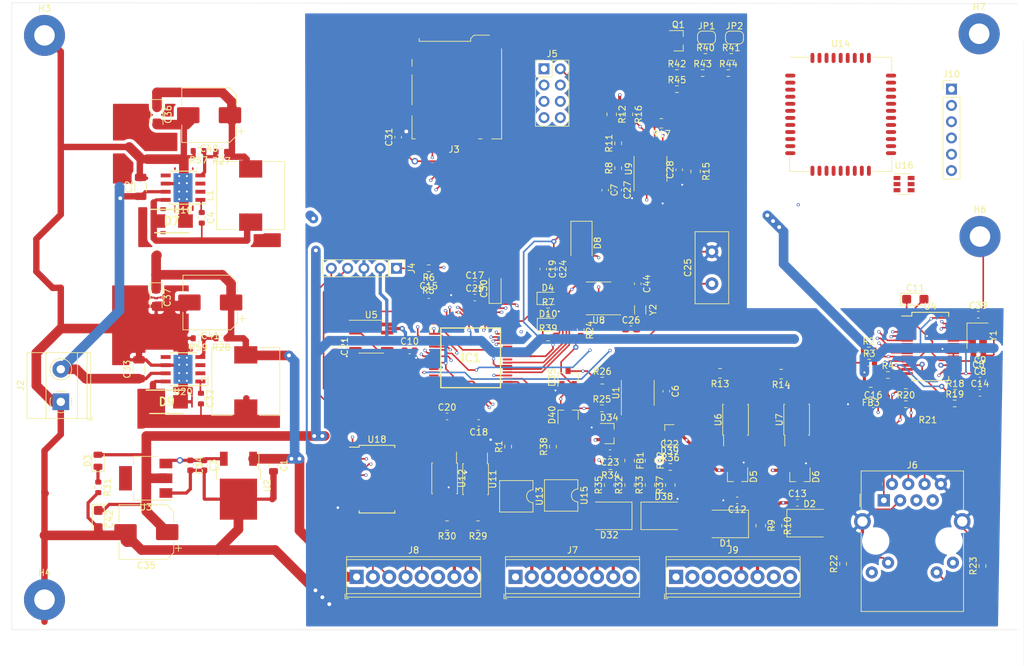
<source format=kicad_pcb>
(kicad_pcb (version 20171130) (host pcbnew "(5.1.9)-1")
  (layers (0 F.Cu signal) (1 In1.Cu signal) (2 In2.Cu signal) (31 B.Cu signal) (34 B.Paste user) (35 F.Paste user) (36 B.SilkS user) (37 F.SilkS user) (38 B.Mask user) (39 F.Mask user) (44 Edge.Cuts user))
  (net 0 "")
  (net 1 GND)
  (net 2 24Vin)
  (net 3 "Net-(C4-Pad2)")
  (net 4 "Net-(C4-Pad1)")
  (net 5 "Net-(C5-Pad2)")
  (net 6 "Net-(C11-Pad1)")
  (net 7 "Net-(C14-Pad1)")
  (net 8 BATTERY)
  (net 9 "Net-(C26-Pad2)")
  (net 10 "Net-(C30-Pad1)")
  (net 11 "Net-(C32-Pad2)")
  (net 12 "Net-(C32-Pad1)")
  (net 13 "Net-(C39-Pad1)")
  (net 14 POWER_SIM)
  (net 15 12V)
  (net 16 "Net-(C44-Pad2)")
  (net 17 "Net-(C12-Pad1)")
  (net 18 VDDA)
  (net 19 "Net-(C13-Pad1)")
  (net 20 "Net-(D8-Pad2)")
  (net 21 VDD3)
  (net 22 "Net-(C23-Pad1)")
  (net 23 "Net-(C22-Pad1)")
  (net 24 ADC_0)
  (net 25 "Net-(FB1-Pad2)")
  (net 26 "Net-(FB2-Pad2)")
  (net 27 "Net-(C16-Pad2)")
  (net 28 SDI1)
  (net 29 SD_CS)
  (net 30 SDO1)
  (net 31 /MCU/PGEC)
  (net 32 /MCU/PGED)
  (net 33 /MCU/MCLR)
  (net 34 /communication/GND_ISO)
  (net 35 /communication/SCL_ISO)
  (net 36 /communication/SDA_ISO)
  (net 37 /communication/VDD_ISO)
  (net 38 /etherne/LEDA)
  (net 39 "Net-(J6-PadL3)")
  (net 40 "Net-(J6-PadL2)")
  (net 41 /etherne/LEDB)
  (net 42 /etherne/TPIN-)
  (net 43 /etherne/TPIN+)
  (net 44 /etherne/TPOUT+)
  (net 45 /etherne/TPOUT-)
  (net 46 "Net-(R1-Pad1)")
  (net 47 ENC_CS)
  (net 48 ENC_RST)
  (net 49 "Net-(R4-Pad2)")
  (net 50 "Net-(IC1-Pad7)")
  (net 51 "Net-(D4-Pad1)")
  (net 52 "Net-(R25-Pad2)")
  (net 53 "Net-(R26-Pad2)")
  (net 54 "Net-(R27-Pad2)")
  (net 55 "Net-(R28-Pad2)")
  (net 56 "Net-(D3-Pad1)")
  (net 57 "Net-(C6-Pad1)")
  (net 58 "Net-(C6-Pad2)")
  (net 59 VDD5)
  (net 60 SCK1)
  (net 61 ENC_WOL)
  (net 62 ENC_INT)
  (net 63 SCK2)
  (net 64 SDO2)
  (net 65 SDI2)
  (net 66 CS_EE_1)
  (net 67 MCU_0)
  (net 68 MCU_1)
  (net 69 SCL1)
  (net 70 SDA1)
  (net 71 IS_OUT_2)
  (net 72 IS_OUT_1)
  (net 73 RELAY_0)
  (net 74 RELAY_1)
  (net 75 RELAY_2)
  (net 76 RELAY_3)
  (net 77 OUT_3)
  (net 78 OUT_2)
  (net 79 OUT_1)
  (net 80 OUT_0)
  (net 81 "Net-(D4-Pad2)")
  (net 82 SOLID_1.1)
  (net 83 SOLID_1.2)
  (net 84 /analog_in/VREF)
  (net 85 RELAY_OUT_1)
  (net 86 AN_IN0)
  (net 87 ADC_1)
  (net 88 AN_IN1)
  (net 89 "Net-(IC1-Pad2)")
  (net 90 "Net-(IC1-Pad12)")
  (net 91 "Net-(IC1-Pad14)")
  (net 92 SDA2)
  (net 93 SCL2)
  (net 94 RELAY_OUT_2)
  (net 95 U2RX)
  (net 96 U2TX)
  (net 97 RELAY_OUT_0)
  (net 98 U1TX485)
  (net 99 U1RX485)
  (net 100 "Net-(IC1-Pad60)")
  (net 101 "Net-(IC1-Pad61)")
  (net 102 "Net-(IC1-Pad62)")
  (net 103 "Net-(J3-Pad8)")
  (net 104 CLK1)
  (net 105 "Net-(J6-PadR7)")
  (net 106 "Net-(J6-PadR5)")
  (net 107 GNDPWR)
  (net 108 "Net-(R29-Pad2)")
  (net 109 "Net-(R30-Pad2)")
  (net 110 "Net-(R38-Pad1)")
  (net 111 ENC_CLKOUT)
  (net 112 "Net-(U8-Pad7)")
  (net 113 CLOCK_INT)
  (net 114 "Net-(U10-Pad5)")
  (net 115 "Net-(U10-Pad3)")
  (net 116 "Net-(U10-Pad2)")
  (net 117 DIG_OUT_1)
  (net 118 SOLID_2.1)
  (net 119 SOLID_2.2)
  (net 120 "Net-(U18-Pad12)")
  (net 121 "Net-(U18-Pad11)")
  (net 122 "Net-(U18-Pad10)")
  (net 123 /digital_out/PWR)
  (net 124 "Net-(U18-Pad7)")
  (net 125 "Net-(U18-Pad6)")
  (net 126 "Net-(U18-Pad5)")
  (net 127 "Net-(U20-Pad5)")
  (net 128 "Net-(U20-Pad3)")
  (net 129 "Net-(U20-Pad2)")
  (net 130 IS_IN0)
  (net 131 IS_IN1)
  (net 132 5V)
  (net 133 "Net-(D10-Pad2)")
  (net 134 "Net-(D10-Pad1)")
  (net 135 "Net-(J9-Pad3)")
  (net 136 "Net-(J9-Pad4)")
  (net 137 DIG_OUT_0)
  (net 138 "Net-(IC1-Pad24)")
  (net 139 "Net-(IC1-Pad23)")
  (net 140 "Net-(IC1-Pad55)")
  (net 141 "Net-(IC1-Pad54)")
  (net 142 "Net-(IC1-Pad44)")
  (net 143 "Net-(IC1-Pad42)")
  (net 144 "Net-(IC1-Pad28)")
  (net 145 "Net-(IC1-Pad27)")
  (net 146 SIM800_RST)
  (net 147 U3RXSIM800)
  (net 148 U3TXSIM800)
  (net 149 /sim868/SIM_RX)
  (net 150 /sim868/RST)
  (net 151 VDD4V)
  (net 152 "Net-(J10-Pad1)")
  (net 153 "Net-(JP1-Pad2)")
  (net 154 "Net-(JP2-Pad2)")
  (net 155 "Net-(R40-Pad2)")
  (net 156 "Net-(R43-Pad2)")
  (net 157 "Net-(J1-Pad2)")
  (net 158 "Net-(R44-Pad2)")
  (net 159 "Net-(J1-Pad3)")
  (net 160 "Net-(R45-Pad2)")
  (net 161 "Net-(J1-Pad7)")
  (net 162 SIM800_STATUS)
  (net 163 SIM800_NETLIGHT)
  (net 164 "Net-(U14-Pad38)")
  (net 165 GSM_ANTENNA)
  (net 166 "Net-(U14-Pad29)")
  (net 167 USB_DM)
  (net 168 USB_DP)
  (net 169 USB_VBUS)
  (net 170 "Net-(U14-Pad23)")
  (net 171 "Net-(U14-Pad22)")
  (net 172 "Net-(U14-Pad20)")
  (net 173 "Net-(J1-Pad1)")
  (net 174 "Net-(J1-Pad6)")
  (net 175 "Net-(U14-Pad12)")
  (net 176 "Net-(U14-Pad11)")
  (net 177 "Net-(U14-Pad10)")
  (net 178 "Net-(U14-Pad9)")
  (net 179 "Net-(U14-Pad7)")
  (net 180 "Net-(U14-Pad6)")
  (net 181 "Net-(U14-Pad5)")
  (net 182 "Net-(U14-Pad4)")
  (net 183 "Net-(U14-Pad3)")
  (net 184 "Net-(U16-Pad6)")
  (module Package_TO_SOT_SMD:SOT-23-6 (layer F.Cu) (at 177.138 53.672)
    (fp_text reference U16 (at 0 -2.9) (layer F.SilkS))
    (fp_text value SRV05-4)
    (pad 5 smd rect (at 1.1 0) (size 1.06 0.65) (layers F.Cu F.Paste F.Mask) (net 173 "Net-(J1-Pad1)"))
    (pad 6 smd rect (at 1.1 -0.95) (size 1.06 0.65) (layers F.Cu F.Paste F.Mask) (net 184 "Net-(U16-Pad6)"))
    (pad 4 smd rect (at 1.1 0.95) (size 1.06 0.65) (layers F.Cu F.Paste F.Mask) (net 159 "Net-(J1-Pad3)"))
    (pad 3 smd rect (at -1.1 0.95) (size 1.06 0.65) (layers F.Cu F.Paste F.Mask) (net 157 "Net-(J1-Pad2)"))
    (pad 2 smd rect (at -1.1 0) (size 1.06 0.65) (layers F.Cu F.Paste F.Mask) (net 1 GND))
    (pad 1 smd rect (at -1.1 -0.95) (size 1.06 0.65) (layers F.Cu F.Paste F.Mask) (net 161 "Net-(J1-Pad7)"))
  )
  (module RF_GSM:SIMCom_SIM800C (layer F.Cu) (at 167.259 42.799)
    (fp_text reference U14 (at 0 -11) (layer F.SilkS))
    (fp_text value SIM800C)
    (pad 42 smd oval (at -4.4 -8.8) (size 0.6 1.6) (layers F.Cu F.Mask) (net 162 SIM800_STATUS))
    (pad 41 smd oval (at -3.3 -8.8) (size 0.6 1.6) (layers F.Cu F.Mask) (net 163 SIM800_NETLIGHT))
    (pad 40 smd oval (at -2.2 -8.8) (size 0.6 1.6) (layers F.Cu F.Mask) (net 151 VDD4V))
    (pad 39 smd oval (at -1.1 -8.8) (size 0.6 1.6) (layers F.Cu F.Mask) (net 150 /sim868/RST))
    (pad 38 smd oval (at 0 -8.8) (size 0.6 1.6) (layers F.Cu F.Mask) (net 164 "Net-(U14-Pad38)"))
    (pad 37 smd oval (at 1.1 -8.8) (size 0.6 1.6) (layers F.Cu F.Mask) (net 1 GND))
    (pad 36 smd oval (at 2.2 -8.8) (size 0.6 1.6) (layers F.Cu F.Mask) (net 1 GND))
    (pad 35 smd oval (at 3.3 -8.8) (size 0.6 1.6) (layers F.Cu F.Mask) (net 151 VDD4V))
    (pad 34 smd oval (at 4.4 -8.8) (size 0.6 1.6) (layers F.Cu F.Mask) (net 151 VDD4V))
    (pad 33 smd oval (at 7.85 -6.05) (size 1.6 0.6) (layers F.Cu F.Mask) (net 1 GND))
    (pad 32 smd oval (at 7.85 -4.95) (size 1.6 0.6) (layers F.Cu F.Mask) (net 165 GSM_ANTENNA))
    (pad 31 smd oval (at 7.85 -3.85) (size 1.6 0.6) (layers F.Cu F.Mask) (net 1 GND))
    (pad 30 smd oval (at 7.85 -2.75) (size 1.6 0.6) (layers F.Cu F.Mask) (net 1 GND))
    (pad 29 smd oval (at 7.85 -1.65) (size 1.6 0.6) (layers F.Cu F.Mask) (net 166 "Net-(U14-Pad29)"))
    (pad 28 smd oval (at 7.85 -0.55) (size 1.6 0.6) (layers F.Cu F.Mask) (net 151 VDD4V))
    (pad 27 smd oval (at 7.85 0.55) (size 1.6 0.6) (layers F.Cu F.Mask) (net 1 GND))
    (pad 26 smd oval (at 7.85 1.65) (size 1.6 0.6) (layers F.Cu F.Mask) (net 167 USB_DM))
    (pad 25 smd oval (at 7.85 2.75) (size 1.6 0.6) (layers F.Cu F.Mask) (net 168 USB_DP))
    (pad 24 smd oval (at 7.85 3.85) (size 1.6 0.6) (layers F.Cu F.Mask) (net 169 USB_VBUS))
    (pad 23 smd oval (at 7.85 4.95) (size 1.6 0.6) (layers F.Cu F.Mask) (net 170 "Net-(U14-Pad23)"))
    (pad 22 smd oval (at 7.85 6.05) (size 1.6 0.6) (layers F.Cu F.Mask) (net 171 "Net-(U14-Pad22)"))
    (pad 21 smd oval (at 4.4 8.8) (size 0.6 1.6) (layers F.Cu F.Mask) (net 1 GND))
    (pad 20 smd oval (at 3.3 8.8) (size 0.6 1.6) (layers F.Cu F.Mask) (net 172 "Net-(U14-Pad20)"))
    (pad 19 smd oval (at 2.2 8.8) (size 0.6 1.6) (layers F.Cu F.Mask) (net 1 GND))
    (pad 18 smd oval (at 1.1 8.8) (size 0.6 1.6) (layers F.Cu F.Mask) (net 173 "Net-(J1-Pad1)"))
    (pad 17 smd oval (at 0 8.8) (size 0.6 1.6) (layers F.Cu F.Mask) (net 156 "Net-(R43-Pad2)"))
    (pad 16 smd oval (at -1.1 8.8) (size 0.6 1.6) (layers F.Cu F.Mask) (net 158 "Net-(R44-Pad2)"))
    (pad 15 smd oval (at -2.2 8.8) (size 0.6 1.6) (layers F.Cu F.Mask) (net 160 "Net-(R45-Pad2)"))
    (pad 14 smd oval (at -3.3 8.8) (size 0.6 1.6) (layers F.Cu F.Mask) (net 174 "Net-(J1-Pad6)"))
    (pad 13 smd oval (at -4.4 8.8) (size 0.6 1.6) (layers F.Cu F.Mask) (net 1 GND))
    (pad 12 smd oval (at -7.85 6.05) (size 1.6 0.6) (layers F.Cu F.Mask) (net 175 "Net-(U14-Pad12)"))
    (pad 11 smd oval (at -7.85 4.95) (size 1.6 0.6) (layers F.Cu F.Mask) (net 176 "Net-(U14-Pad11)"))
    (pad 10 smd oval (at -7.85 3.85) (size 1.6 0.6) (layers F.Cu F.Mask) (net 177 "Net-(U14-Pad10)"))
    (pad 9 smd oval (at -7.85 2.75) (size 1.6 0.6) (layers F.Cu F.Mask) (net 178 "Net-(U14-Pad9)"))
    (pad 8 smd oval (at -7.85 1.65) (size 1.6 0.6) (layers F.Cu F.Mask) (net 1 GND))
    (pad 7 smd oval (at -7.85 0.55) (size 1.6 0.6) (layers F.Cu F.Mask) (net 179 "Net-(U14-Pad7)"))
    (pad 6 smd oval (at -7.85 -0.55) (size 1.6 0.6) (layers F.Cu F.Mask) (net 180 "Net-(U14-Pad6)"))
    (pad 5 smd oval (at -7.85 -1.65) (size 1.6 0.6) (layers F.Cu F.Mask) (net 181 "Net-(U14-Pad5)"))
    (pad 4 smd oval (at -7.85 -2.75) (size 1.6 0.6) (layers F.Cu F.Mask) (net 182 "Net-(U14-Pad4)"))
    (pad 3 smd oval (at -7.85 -3.85) (size 1.6 0.6) (layers F.Cu F.Mask) (net 183 "Net-(U14-Pad3)"))
    (pad 2 smd oval (at -7.85 -4.95) (size 1.6 0.6) (layers F.Cu F.Mask) (net 154 "Net-(JP2-Pad2)"))
    (pad 1 smd oval (at -7.85 -6.05) (size 1.6 0.6) (layers F.Cu F.Mask) (net 153 "Net-(JP1-Pad2)"))
  )
  (module Resistor_SMD:R_0603_1608Metric (layer F.Cu) (at 141.744 38.869)
    (fp_text reference R45 (at 0 -1.43) (layer F.SilkS))
    (fp_text value 22)
    (pad 2 smd roundrect (at 0.825 0) (size 0.8 0.95) (layers F.Cu F.Paste F.Mask) (net 160 "Net-(R45-Pad2)"))
    (pad 1 smd roundrect (at -0.825 0) (size 0.8 0.95) (layers F.Cu F.Paste F.Mask) (net 161 "Net-(J1-Pad7)"))
  )
  (module Resistor_SMD:R_0603_1608Metric (layer F.Cu) (at 149.764 36.359)
    (fp_text reference R44 (at 0 -1.43) (layer F.SilkS))
    (fp_text value 22)
    (pad 2 smd roundrect (at 0.825 0) (size 0.8 0.95) (layers F.Cu F.Paste F.Mask) (net 158 "Net-(R44-Pad2)"))
    (pad 1 smd roundrect (at -0.825 0) (size 0.8 0.95) (layers F.Cu F.Paste F.Mask) (net 159 "Net-(J1-Pad3)"))
  )
  (module Resistor_SMD:R_0603_1608Metric (layer F.Cu) (at 145.754 36.359)
    (fp_text reference R43 (at 0 -1.43) (layer F.SilkS))
    (fp_text value 22)
    (pad 2 smd roundrect (at 0.825 0) (size 0.8 0.95) (layers F.Cu F.Paste F.Mask) (net 156 "Net-(R43-Pad2)"))
    (pad 1 smd roundrect (at -0.825 0) (size 0.8 0.95) (layers F.Cu F.Paste F.Mask) (net 157 "Net-(J1-Pad2)"))
  )
  (module Resistor_SMD:R_0603_1608Metric (layer F.Cu) (at 141.744 36.359)
    (fp_text reference R42 (at 0 -1.43) (layer F.SilkS))
    (fp_text value 5.1k)
    (pad 2 smd roundrect (at 0.825 0) (size 0.8 0.95) (layers F.Cu F.Paste F.Mask) (net 149 /sim868/SIM_RX))
    (pad 1 smd roundrect (at -0.825 0) (size 0.8 0.95) (layers F.Cu F.Paste F.Mask) (net 1 GND))
  )
  (module Resistor_SMD:R_0603_1608Metric (layer F.Cu) (at 150.204 33.849)
    (fp_text reference R41 (at 0 -1.43) (layer F.SilkS))
    (fp_text value 680)
    (pad 2 smd roundrect (at 0.825 0) (size 0.8 0.95) (layers F.Cu F.Paste F.Mask) (net 148 U3TXSIM800))
    (pad 1 smd roundrect (at -0.825 0) (size 0.8 0.95) (layers F.Cu F.Paste F.Mask) (net 149 /sim868/SIM_RX))
  )
  (module Resistor_SMD:R_0603_1608Metric (layer F.Cu) (at 146.194 33.849)
    (fp_text reference R40 (at 0 -1.43) (layer F.SilkS))
    (fp_text value 5.1k)
    (pad 2 smd roundrect (at 0.825 0) (size 0.8 0.95) (layers F.Cu F.Paste F.Mask) (net 155 "Net-(R40-Pad2)"))
    (pad 1 smd roundrect (at -0.825 0) (size 0.8 0.95) (layers F.Cu F.Paste F.Mask) (net 1 GND))
  )
  (module Package_TO_SOT_SMD:SOT-23 (layer F.Cu) (at 141.964 31.319)
    (fp_text reference Q1 (at 0 -2.5) (layer F.SilkS))
    (fp_text value 2N7002)
    (pad 3 smd rect (at 1 0) (size 0.9 0.8) (layers F.Cu F.Paste F.Mask) (net 150 /sim868/RST))
    (pad 2 smd rect (at -1 0.95) (size 0.9 0.8) (layers F.Cu F.Paste F.Mask) (net 1 GND))
    (pad 1 smd rect (at -1 -0.95) (size 0.9 0.8) (layers F.Cu F.Paste F.Mask) (net 146 SIM800_RST))
  )
  (module Jumper:SolderJumper-2_P1.3mm_Open_RoundedPad1.0x1.5mm (layer F.Cu) (at 150.714 30.819)
    (fp_text reference JP2 (at 0 -1.8) (layer F.SilkS))
    (fp_text value Jumper)
    (pad 2 smd custom (at 0.65 0) (size 1 0.5) (layers F.Cu F.Mask) (net 154 "Net-(JP2-Pad2)") (options (clearance outline) (anchor rect)) (primitives (gr_circle (center 0 0.25) (end 0.5 0.25) (width 0)) (gr_circle (center 0 -0.25) (end 0.5 -0.25) (width 0)) (gr_poly (pts (xy 0 -0.75) (xy -0.5 -0.75) (xy -0.5 0.75) (xy 0 0.75)) (width 0))))
    (pad 1 smd custom (at -0.65 0) (size 1 0.5) (layers F.Cu F.Mask) (net 149 /sim868/SIM_RX) (options (clearance outline) (anchor rect)) (primitives (gr_circle (center 0 0.25) (end 0.5 0.25) (width 0)) (gr_circle (center 0 -0.25) (end 0.5 -0.25) (width 0)) (gr_poly (pts (xy 0 -0.75) (xy 0.5 -0.75) (xy 0.5 0.75) (xy 0 0.75)) (width 0))))
  )
  (module Jumper:SolderJumper-2_P1.3mm_Open_RoundedPad1.0x1.5mm (layer F.Cu) (at 146.364 30.819)
    (fp_text reference JP1 (at 0 -1.8) (layer F.SilkS))
    (fp_text value Jumper)
    (pad 2 smd custom (at 0.65 0) (size 1 0.5) (layers F.Cu F.Mask) (net 153 "Net-(JP1-Pad2)") (options (clearance outline) (anchor rect)) (primitives (gr_circle (center 0 0.25) (end 0.5 0.25) (width 0)) (gr_circle (center 0 -0.25) (end 0.5 -0.25) (width 0)) (gr_poly (pts (xy 0 -0.75) (xy -0.5 -0.75) (xy -0.5 0.75) (xy 0 0.75)) (width 0))))
    (pad 1 smd custom (at -0.65 0) (size 1 0.5) (layers F.Cu F.Mask) (net 147 U3RXSIM800) (options (clearance outline) (anchor rect)) (primitives (gr_circle (center 0 0.25) (end 0.5 0.25) (width 0)) (gr_circle (center 0 -0.25) (end 0.5 -0.25) (width 0)) (gr_poly (pts (xy 0 -0.75) (xy 0.5 -0.75) (xy 0.5 0.75) (xy 0 0.75)) (width 0))))
  )
  (module Connector_PinHeader_2.54mm:PinHeader_1x06_P2.54mm_Vertical (layer F.Cu) (at 184.531 38.862)
    (fp_text reference J10 (at 0 -2.33) (layer F.SilkS))
    (fp_text value Conn_01x06_Female)
    (pad 6 thru_hole oval (at 0 12.7) (size 1.7 1.7) (drill 1) (layers *.Cu *.Mask) (net 1 GND))
    (pad 5 thru_hole oval (at 0 10.16) (size 1.7 1.7) (drill 1) (layers *.Cu *.Mask) (net 147 U3RXSIM800))
    (pad 4 thru_hole oval (at 0 7.62) (size 1.7 1.7) (drill 1) (layers *.Cu *.Mask) (net 149 /sim868/SIM_RX))
    (pad 3 thru_hole oval (at 0 5.08) (size 1.7 1.7) (drill 1) (layers *.Cu *.Mask) (net 150 /sim868/RST))
    (pad 2 thru_hole oval (at 0 2.54) (size 1.7 1.7) (drill 1) (layers *.Cu *.Mask) (net 151 VDD4V))
    (pad 1 thru_hole rect (at 0 0) (size 1.7 1.7) (drill 1) (layers *.Cu *.Mask) (net 152 "Net-(J10-Pad1)"))
  )
  (module mylib:QFP50P1200X1200X120-64N (layer F.Cu) (at 109.601 80.772)
    (fp_text reference IC1 (at 0 0) (layer F.SilkS) (effects (font (size 1.27 1.27) (thickness 0.254))))
    (fp_text value PIC32MX350F256H-V_PT hide)
    (pad 64 smd rect (at -3.75 -5.738) (size 0.3 1.475) (layers F.Cu F.Paste F.Mask) (net 24 ADC_0))
    (pad 63 smd rect (at -3.25 -5.738) (size 0.3 1.475) (layers F.Cu F.Paste F.Mask) (net 87 ADC_1))
    (pad 62 smd rect (at -2.75 -5.738) (size 0.3 1.475) (layers F.Cu F.Paste F.Mask) (net 102 "Net-(IC1-Pad62)"))
    (pad 61 smd rect (at -2.25 -5.738) (size 0.3 1.475) (layers F.Cu F.Paste F.Mask) (net 101 "Net-(IC1-Pad61)"))
    (pad 60 smd rect (at -1.75 -5.738) (size 0.3 1.475) (layers F.Cu F.Paste F.Mask) (net 100 "Net-(IC1-Pad60)"))
    (pad 59 smd rect (at -1.25 -5.738) (size 0.3 1.475) (layers F.Cu F.Paste F.Mask) (net 99 U1RX485))
    (pad 58 smd rect (at -0.75 -5.738) (size 0.3 1.475) (layers F.Cu F.Paste F.Mask) (net 98 U1TX485))
    (pad 57 smd rect (at -0.25 -5.738) (size 0.3 1.475) (layers F.Cu F.Paste F.Mask) (net 21 VDD3))
    (pad 56 smd rect (at 0.25 -5.738) (size 0.3 1.475) (layers F.Cu F.Paste F.Mask) (net 10 "Net-(C30-Pad1)"))
    (pad 55 smd rect (at 0.75 -5.738) (size 0.3 1.475) (layers F.Cu F.Paste F.Mask) (net 140 "Net-(IC1-Pad55)"))
    (pad 54 smd rect (at 1.25 -5.738) (size 0.3 1.475) (layers F.Cu F.Paste F.Mask) (net 141 "Net-(IC1-Pad54)"))
    (pad 53 smd rect (at 1.75 -5.738) (size 0.3 1.475) (layers F.Cu F.Paste F.Mask) (net 62 ENC_INT))
    (pad 52 smd rect (at 2.25 -5.738) (size 0.3 1.475) (layers F.Cu F.Paste F.Mask) (net 61 ENC_WOL))
    (pad 51 smd rect (at 2.75 -5.738) (size 0.3 1.475) (layers F.Cu F.Paste F.Mask) (net 96 U2TX))
    (pad 50 smd rect (at 3.25 -5.738) (size 0.3 1.475) (layers F.Cu F.Paste F.Mask) (net 95 U2RX))
    (pad 49 smd rect (at 3.75 -5.738) (size 0.3 1.475) (layers F.Cu F.Paste F.Mask) (net 133 "Net-(D10-Pad2)"))
    (pad 48 smd rect (at 5.738 -3.75 90) (size 0.3 1.475) (layers F.Cu F.Paste F.Mask) (net 80 OUT_0))
    (pad 47 smd rect (at 5.738 -3.25 90) (size 0.3 1.475) (layers F.Cu F.Paste F.Mask) (net 79 OUT_1))
    (pad 46 smd rect (at 5.738 -2.75 90) (size 0.3 1.475) (layers F.Cu F.Paste F.Mask) (net 78 OUT_2))
    (pad 45 smd rect (at 5.738 -2.25 90) (size 0.3 1.475) (layers F.Cu F.Paste F.Mask) (net 77 OUT_3))
    (pad 44 smd rect (at 5.738 -1.75 90) (size 0.3 1.475) (layers F.Cu F.Paste F.Mask) (net 142 "Net-(IC1-Pad44)"))
    (pad 43 smd rect (at 5.738 -1.25 90) (size 0.3 1.475) (layers F.Cu F.Paste F.Mask) (net 66 CS_EE_1))
    (pad 42 smd rect (at 5.738 -0.75 90) (size 0.3 1.475) (layers F.Cu F.Paste F.Mask) (net 143 "Net-(IC1-Pad42)"))
    (pad 41 smd rect (at 5.738 -0.25 90) (size 0.3 1.475) (layers F.Cu F.Paste F.Mask) (net 1 GND))
    (pad 40 smd rect (at 5.738 0.25 90) (size 0.3 1.475) (layers F.Cu F.Paste F.Mask) (net 94 RELAY_OUT_2))
    (pad 39 smd rect (at 5.738 0.75 90) (size 0.3 1.475) (layers F.Cu F.Paste F.Mask) (net 81 "Net-(D4-Pad2)"))
    (pad 38 smd rect (at 5.738 1.25 90) (size 0.3 1.475) (layers F.Cu F.Paste F.Mask) (net 21 VDD3))
    (pad 37 smd rect (at 5.738 1.75 90) (size 0.3 1.475) (layers F.Cu F.Paste F.Mask) (net 69 SCL1))
    (pad 36 smd rect (at 5.738 2.25 90) (size 0.3 1.475) (layers F.Cu F.Paste F.Mask) (net 70 SDA1))
    (pad 35 smd rect (at 5.738 2.75 90) (size 0.3 1.475) (layers F.Cu F.Paste F.Mask) (net 60 SCK1))
    (pad 34 smd rect (at 5.738 3.25 90) (size 0.3 1.475) (layers F.Cu F.Paste F.Mask) (net 97 RELAY_OUT_0))
    (pad 33 smd rect (at 5.738 3.75 90) (size 0.3 1.475) (layers F.Cu F.Paste F.Mask) (net 85 RELAY_OUT_1))
    (pad 32 smd rect (at 3.75 5.738) (size 0.3 1.475) (layers F.Cu F.Paste F.Mask) (net 93 SCL2))
    (pad 31 smd rect (at 3.25 5.738) (size 0.3 1.475) (layers F.Cu F.Paste F.Mask) (net 92 SDA2))
    (pad 30 smd rect (at 2.75 5.738) (size 0.3 1.475) (layers F.Cu F.Paste F.Mask) (net 67 MCU_0))
    (pad 29 smd rect (at 2.25 5.738) (size 0.3 1.475) (layers F.Cu F.Paste F.Mask) (net 68 MCU_1))
    (pad 28 smd rect (at 1.75 5.738) (size 0.3 1.475) (layers F.Cu F.Paste F.Mask) (net 144 "Net-(IC1-Pad28)"))
    (pad 27 smd rect (at 1.25 5.738) (size 0.3 1.475) (layers F.Cu F.Paste F.Mask) (net 145 "Net-(IC1-Pad27)"))
    (pad 26 smd rect (at 0.75 5.738) (size 0.3 1.475) (layers F.Cu F.Paste F.Mask) (net 21 VDD3))
    (pad 25 smd rect (at 0.25 5.738) (size 0.3 1.475) (layers F.Cu F.Paste F.Mask) (net 1 GND))
    (pad 24 smd rect (at -0.25 5.738) (size 0.3 1.475) (layers F.Cu F.Paste F.Mask) (net 138 "Net-(IC1-Pad24)"))
    (pad 23 smd rect (at -0.75 5.738) (size 0.3 1.475) (layers F.Cu F.Paste F.Mask) (net 139 "Net-(IC1-Pad23)"))
    (pad 22 smd rect (at -1.25 5.738) (size 0.3 1.475) (layers F.Cu F.Paste F.Mask) (net 137 DIG_OUT_0))
    (pad 21 smd rect (at -1.75 5.738) (size 0.3 1.475) (layers F.Cu F.Paste F.Mask) (net 117 DIG_OUT_1))
    (pad 20 smd rect (at -2.25 5.738) (size 0.3 1.475) (layers F.Cu F.Paste F.Mask) (net 1 GND))
    (pad 19 smd rect (at -2.75 5.738) (size 0.3 1.475) (layers F.Cu F.Paste F.Mask) (net 21 VDD3))
    (pad 18 smd rect (at -3.25 5.738) (size 0.3 1.475) (layers F.Cu F.Paste F.Mask) (net 32 /MCU/PGED))
    (pad 17 smd rect (at -3.75 5.738) (size 0.3 1.475) (layers F.Cu F.Paste F.Mask) (net 31 /MCU/PGEC))
    (pad 16 smd rect (at -5.738 3.75 90) (size 0.3 1.475) (layers F.Cu F.Paste F.Mask) (net 146 SIM800_RST))
    (pad 15 smd rect (at -5.738 3.25 90) (size 0.3 1.475) (layers F.Cu F.Paste F.Mask) (net 65 SDI2))
    (pad 14 smd rect (at -5.738 2.75 90) (size 0.3 1.475) (layers F.Cu F.Paste F.Mask) (net 91 "Net-(IC1-Pad14)"))
    (pad 13 smd rect (at -5.738 2.25 90) (size 0.3 1.475) (layers F.Cu F.Paste F.Mask) (net 147 U3RXSIM800))
    (pad 12 smd rect (at -5.738 1.75 90) (size 0.3 1.475) (layers F.Cu F.Paste F.Mask) (net 90 "Net-(IC1-Pad12)"))
    (pad 11 smd rect (at -5.738 1.25 90) (size 0.3 1.475) (layers F.Cu F.Paste F.Mask) (net 64 SDO2))
    (pad 10 smd rect (at -5.738 0.75 90) (size 0.3 1.475) (layers F.Cu F.Paste F.Mask) (net 21 VDD3))
    (pad 9 smd rect (at -5.738 0.25 90) (size 0.3 1.475) (layers F.Cu F.Paste F.Mask) (net 1 GND))
    (pad 8 smd rect (at -5.738 -0.25 90) (size 0.3 1.475) (layers F.Cu F.Paste F.Mask) (net 48 ENC_RST))
    (pad 7 smd rect (at -5.738 -0.75 90) (size 0.3 1.475) (layers F.Cu F.Paste F.Mask) (net 50 "Net-(IC1-Pad7)"))
    (pad 6 smd rect (at -5.738 -1.25 90) (size 0.3 1.475) (layers F.Cu F.Paste F.Mask) (net 148 U3TXSIM800))
    (pad 5 smd rect (at -5.738 -1.75 90) (size 0.3 1.475) (layers F.Cu F.Paste F.Mask) (net 28 SDI1))
    (pad 4 smd rect (at -5.738 -2.25 90) (size 0.3 1.475) (layers F.Cu F.Paste F.Mask) (net 63 SCK2))
    (pad 3 smd rect (at -5.738 -2.75 90) (size 0.3 1.475) (layers F.Cu F.Paste F.Mask) (net 29 SD_CS))
    (pad 2 smd rect (at -5.738 -3.25 90) (size 0.3 1.475) (layers F.Cu F.Paste F.Mask) (net 89 "Net-(IC1-Pad2)"))
    (pad 1 smd rect (at -5.738 -3.75 90) (size 0.3 1.475) (layers F.Cu F.Paste F.Mask) (net 30 SDO1))
  )
  (module Package_SO:SOIC-16W_5.3x10.2mm_P1.27mm (layer F.Cu) (at 94.996 99.695)
    (fp_text reference U18 (at 0 -6.2) (layer F.SilkS))
    (fp_text value ULN2003A)
    (pad 1 smd rect (at -3.55 -4.445) (size 1.5 0.6) (layers F.Cu F.Paste F.Mask) (net 80 OUT_0))
    (pad 2 smd rect (at -3.55 -3.175) (size 1.5 0.6) (layers F.Cu F.Paste F.Mask) (net 79 OUT_1))
    (pad 3 smd rect (at -3.55 -1.905) (size 1.5 0.6) (layers F.Cu F.Paste F.Mask) (net 78 OUT_2))
    (pad 4 smd rect (at -3.55 -0.635) (size 1.5 0.6) (layers F.Cu F.Paste F.Mask) (net 77 OUT_3))
    (pad 5 smd rect (at -3.55 0.635) (size 1.5 0.6) (layers F.Cu F.Paste F.Mask) (net 126 "Net-(U18-Pad5)"))
    (pad 6 smd rect (at -3.55 1.905) (size 1.5 0.6) (layers F.Cu F.Paste F.Mask) (net 125 "Net-(U18-Pad6)"))
    (pad 7 smd rect (at -3.55 3.175) (size 1.5 0.6) (layers F.Cu F.Paste F.Mask) (net 124 "Net-(U18-Pad7)"))
    (pad 8 smd rect (at -3.55 4.445) (size 1.5 0.6) (layers F.Cu F.Paste F.Mask) (net 1 GND))
    (pad 9 smd rect (at 3.55 4.445) (size 1.5 0.6) (layers F.Cu F.Paste F.Mask) (net 123 /digital_out/PWR))
    (pad 10 smd rect (at 3.55 3.175) (size 1.5 0.6) (layers F.Cu F.Paste F.Mask) (net 122 "Net-(U18-Pad10)"))
    (pad 11 smd rect (at 3.55 1.905) (size 1.5 0.6) (layers F.Cu F.Paste F.Mask) (net 121 "Net-(U18-Pad11)"))
    (pad 12 smd rect (at 3.55 0.635) (size 1.5 0.6) (layers F.Cu F.Paste F.Mask) (net 120 "Net-(U18-Pad12)"))
    (pad 13 smd rect (at 3.55 -0.635) (size 1.5 0.6) (layers F.Cu F.Paste F.Mask) (net 73 RELAY_0))
    (pad 14 smd rect (at 3.55 -1.905) (size 1.5 0.6) (layers F.Cu F.Paste F.Mask) (net 74 RELAY_1))
    (pad 15 smd rect (at 3.55 -3.175) (size 1.5 0.6) (layers F.Cu F.Paste F.Mask) (net 75 RELAY_2))
    (pad 16 smd rect (at 3.55 -4.445) (size 1.5 0.6) (layers F.Cu F.Paste F.Mask) (net 76 RELAY_3))
  )
  (module Resistor_SMD:R_0603_1608Metric (layer F.Cu) (at 121.666 77.597)
    (fp_text reference R39 (at 0 -1.43) (layer F.SilkS))
    (fp_text value 100)
    (pad 1 smd roundrect (at -0.825 0) (size 0.8 0.95) (layers F.Cu F.Paste F.Mask) (net 134 "Net-(D10-Pad1)"))
    (pad 2 smd roundrect (at 0.825 0) (size 0.8 0.95) (layers F.Cu F.Paste F.Mask) (net 1 GND))
  )
  (module LED_SMD:LED_0805_2012Metric (layer F.Cu) (at 121.666 75.565)
    (fp_text reference D10 (at 0 -1.65) (layer F.SilkS))
    (fp_text value LED)
    (pad 1 smd roundrect (at -0.9375 0) (size 0.975 1.4) (layers F.Cu F.Paste F.Mask) (net 134 "Net-(D10-Pad1)"))
    (pad 2 smd roundrect (at 0.9375 0) (size 0.975 1.4) (layers F.Cu F.Paste F.Mask) (net 133 "Net-(D10-Pad2)"))
  )
  (module Capacitor_SMD:C_0603_1608Metric (layer F.Cu) (at 88.519 78.994 270)
    (fp_text reference C21 (at 0 -1.43 90) (layer F.SilkS))
    (fp_text value 0.1u)
    (pad 1 smd roundrect (at -0.775 0 270) (size 0.9 0.95) (layers F.Cu F.Paste F.Mask) (net 21 VDD3))
    (pad 2 smd roundrect (at 0.775 0 270) (size 0.9 0.95) (layers F.Cu F.Paste F.Mask) (net 1 GND))
  )
  (module Diode_SMD:D_SMB (layer F.Cu) (at 149.352 106.68 180)
    (fp_text reference D1 (at 0 -3) (layer F.SilkS))
    (fp_text value P6SMB30CA)
    (pad 1 smd rect (at -2.15 0 180) (size 2.5 2.3) (layers F.Cu F.Paste F.Mask) (net 130 IS_IN0))
    (pad 2 smd rect (at 2.15 0 180) (size 2.5 2.3) (layers F.Cu F.Paste F.Mask) (net 1 GND))
  )
  (module TerminalBlock_Phoenix:TerminalBlock_Phoenix_MPT-0,5-8-2.54_1x08_P2.54mm_Horizontal (layer F.Cu) (at 141.605 114.935)
    (fp_text reference J9 (at 8.89 -4.16) (layer F.SilkS))
    (fp_text value Screw_Terminal_01x08)
    (pad 1 thru_hole rect (at 0 0) (size 2.2 2.2) (drill 1.1) (layers *.Cu *.Mask) (net 15 12V))
    (pad 2 thru_hole circle (at 2.54 0) (size 2.2 2.2) (drill 1.1) (layers *.Cu *.Mask) (net 132 5V))
    (pad 3 thru_hole circle (at 5.08 0) (size 2.2 2.2) (drill 1.1) (layers *.Cu *.Mask) (net 135 "Net-(J9-Pad3)"))
    (pad 4 thru_hole circle (at 7.62 0) (size 2.2 2.2) (drill 1.1) (layers *.Cu *.Mask) (net 136 "Net-(J9-Pad4)"))
    (pad 5 thru_hole circle (at 10.16 0) (size 2.2 2.2) (drill 1.1) (layers *.Cu *.Mask) (net 130 IS_IN0))
    (pad 6 thru_hole circle (at 12.7 0) (size 2.2 2.2) (drill 1.1) (layers *.Cu *.Mask) (net 131 IS_IN1))
    (pad 7 thru_hole circle (at 15.24 0) (size 2.2 2.2) (drill 1.1) (layers *.Cu *.Mask) (net 107 GNDPWR))
    (pad 8 thru_hole circle (at 17.78 0) (size 2.2 2.2) (drill 1.1) (layers *.Cu *.Mask) (net 107 GNDPWR))
  )
  (module TerminalBlock_Phoenix:TerminalBlock_Phoenix_MPT-0,5-8-2.54_1x08_P2.54mm_Horizontal (layer F.Cu) (at 91.821 114.935)
    (fp_text reference J8 (at 8.89 -4.16) (layer F.SilkS))
    (fp_text value Screw_Terminal_01x08)
    (pad 1 thru_hole rect (at 0 0) (size 2.2 2.2) (drill 1.1) (layers *.Cu *.Mask) (net 15 12V))
    (pad 2 thru_hole circle (at 2.54 0) (size 2.2 2.2) (drill 1.1) (layers *.Cu *.Mask) (net 74 RELAY_1))
    (pad 3 thru_hole circle (at 5.08 0) (size 2.2 2.2) (drill 1.1) (layers *.Cu *.Mask) (net 73 RELAY_0))
    (pad 4 thru_hole circle (at 7.62 0) (size 2.2 2.2) (drill 1.1) (layers *.Cu *.Mask) (net 75 RELAY_2))
    (pad 5 thru_hole circle (at 10.16 0) (size 2.2 2.2) (drill 1.1) (layers *.Cu *.Mask) (net 76 RELAY_3))
    (pad 6 thru_hole circle (at 12.7 0) (size 2.2 2.2) (drill 1.1) (layers *.Cu *.Mask) (net 107 GNDPWR))
    (pad 7 thru_hole circle (at 15.24 0) (size 2.2 2.2) (drill 1.1) (layers *.Cu *.Mask) (net 72 IS_OUT_1))
    (pad 8 thru_hole circle (at 17.78 0) (size 2.2 2.2) (drill 1.1) (layers *.Cu *.Mask) (net 71 IS_OUT_2))
  )
  (module TerminalBlock_Phoenix:TerminalBlock_Phoenix_MPT-0,5-8-2.54_1x08_P2.54mm_Horizontal (layer F.Cu) (at 116.586 114.935)
    (fp_text reference J7 (at 8.89 -4.16) (layer F.SilkS))
    (fp_text value Screw_Terminal_01x08)
    (pad 1 thru_hole rect (at 0 0) (size 2.2 2.2) (drill 1.1) (layers *.Cu *.Mask) (net 15 12V))
    (pad 2 thru_hole circle (at 2.54 0) (size 2.2 2.2) (drill 1.1) (layers *.Cu *.Mask) (net 83 SOLID_1.2))
    (pad 3 thru_hole circle (at 5.08 0) (size 2.2 2.2) (drill 1.1) (layers *.Cu *.Mask) (net 82 SOLID_1.1))
    (pad 4 thru_hole circle (at 7.62 0) (size 2.2 2.2) (drill 1.1) (layers *.Cu *.Mask) (net 119 SOLID_2.2))
    (pad 5 thru_hole circle (at 10.16 0) (size 2.2 2.2) (drill 1.1) (layers *.Cu *.Mask) (net 118 SOLID_2.1))
    (pad 6 thru_hole circle (at 12.7 0) (size 2.2 2.2) (drill 1.1) (layers *.Cu *.Mask) (net 86 AN_IN0))
    (pad 7 thru_hole circle (at 15.24 0) (size 2.2 2.2) (drill 1.1) (layers *.Cu *.Mask) (net 88 AN_IN1))
    (pad 8 thru_hole circle (at 17.78 0) (size 2.2 2.2) (drill 1.1) (layers *.Cu *.Mask) (net 107 GNDPWR))
  )
  (module Package_DIP:SMDIP-4_W7.62mm (layer F.Cu) (at 123.698 102.235 270)
    (fp_text reference U15 (at 0 -3.6 90) (layer F.SilkS))
    (fp_text value ASSR-1218)
    (pad 1 smd rect (at -3.81 -1.27 270) (size 2 1.78) (layers F.Cu F.Paste F.Mask) (net 97 RELAY_OUT_0))
    (pad 3 smd rect (at 3.81 1.27 270) (size 2 1.78) (layers F.Cu F.Paste F.Mask) (net 119 SOLID_2.2))
    (pad 2 smd rect (at -3.81 1.27 270) (size 2 1.78) (layers F.Cu F.Paste F.Mask) (net 110 "Net-(R38-Pad1)"))
    (pad 4 smd rect (at 3.81 -1.27 270) (size 2 1.78) (layers F.Cu F.Paste F.Mask) (net 118 SOLID_2.1))
  )
  (module Resistor_SMD:R_0603_1608Metric (layer F.Cu) (at 122.428 94.615 90)
    (fp_text reference R38 (at 0 -1.43 90) (layer F.SilkS))
    (fp_text value 330)
    (pad 1 smd roundrect (at -0.825 0 90) (size 0.8 0.95) (layers F.Cu F.Paste F.Mask) (net 110 "Net-(R38-Pad1)"))
    (pad 2 smd roundrect (at 0.825 0 90) (size 0.8 0.95) (layers F.Cu F.Paste F.Mask) (net 1 GND))
  )
  (module Package_TO_SOT_SMD:SOT-223 (layer F.Cu) (at 58.953 99.554 180)
    (fp_text reference U3 (at 0 -4.5) (layer F.SilkS))
    (fp_text value LD1117S33TR_SOT223)
    (pad 1 smd rect (at -3.15 -2.3 180) (size 2 1.5) (layers F.Cu F.Paste F.Mask) (net 1 GND))
    (pad 3 smd rect (at -3.15 2.3 180) (size 2 1.5) (layers F.Cu F.Paste F.Mask) (net 59 VDD5))
    (pad 2 smd rect (at -3.15 0 180) (size 2 1.5) (layers F.Cu F.Paste F.Mask) (net 21 VDD3))
    (pad 4 smd rect (at 3.15 0 180) (size 2 3.8) (layers F.Cu F.Paste F.Mask))
  )
  (module Package_TO_SOT_SMD:TO-252-2 (layer F.Cu) (at 73.406 100.711 270)
    (fp_text reference U2 (at 0 -4.5 90) (layer F.SilkS))
    (fp_text value LM7805_TO220)
    (pad 2 smd rect (at 2.1 0 270) (size 6.4 5.8) (layers F.Cu F.Mask) (net 1 GND))
    (pad 3 smd rect (at -4.2 2.28 270) (size 2.2 1.2) (layers F.Cu F.Paste F.Mask) (net 59 VDD5))
    (pad 1 smd rect (at -4.2 -2.28 270) (size 2.2 1.2) (layers F.Cu F.Paste F.Mask) (net 15 12V))
  )
  (module Diode_SMD:D_SMB (layer F.Cu) (at 162.424 106.553)
    (fp_text reference D2 (at 0 -3) (layer F.SilkS))
    (fp_text value P6SMB30CA)
    (pad 2 smd rect (at 2.15 0) (size 2.5 2.3) (layers F.Cu F.Paste F.Mask) (net 1 GND))
    (pad 1 smd rect (at -2.15 0) (size 2.5 2.3) (layers F.Cu F.Paste F.Mask) (net 131 IS_IN1))
  )
  (module mylib:DIOM5336X320N (layer F.Cu) (at 62.23 87.63)
    (fp_text reference D9 (at 0 0) (layer F.SilkS) (effects (font (size 1.27 1.27) (thickness 0.254))))
    (fp_text value SS34B-HF hide)
    (pad 1 smd rect (at -2.15 0 90) (size 2.1 2.3) (layers F.Cu F.Paste F.Mask) (net 11 "Net-(C32-Pad2)"))
    (pad 2 smd rect (at 2.15 0 90) (size 2.1 2.3) (layers F.Cu F.Paste F.Mask) (net 1 GND))
  )
  (module mylib:DIOM5336X320N (layer F.Cu) (at 63.001 59.436)
    (fp_text reference D7 (at 0 0) (layer F.SilkS) (effects (font (size 1.27 1.27) (thickness 0.254))))
    (fp_text value SS34B-HF hide)
    (pad 1 smd rect (at -2.15 0 90) (size 2.1 2.3) (layers F.Cu F.Paste F.Mask) (net 3 "Net-(C4-Pad2)"))
    (pad 2 smd rect (at 2.15 0 90) (size 2.1 2.3) (layers F.Cu F.Paste F.Mask) (net 1 GND))
  )
  (module Crystal:Crystal_SMD_3215-2Pin_3.2x1.5mm (layer F.Cu) (at 136.017 73.279 270)
    (fp_text reference Y2 (at 0 -2 90) (layer F.SilkS))
    (fp_text value Crystal)
    (pad 1 smd rect (at 1.25 0 270) (size 1 1.8) (layers F.Cu F.Paste F.Mask) (net 9 "Net-(C26-Pad2)"))
    (pad 2 smd rect (at -1.25 0 270) (size 1 1.8) (layers F.Cu F.Paste F.Mask) (net 16 "Net-(C44-Pad2)"))
  )
  (module Crystal:Crystal_SMD_3225-4Pin_3.2x2.5mm (layer F.Cu) (at 188.595 77.343 270)
    (fp_text reference Y1 (at 0 -2.45 90) (layer F.SilkS))
    (fp_text value Crystal)
    (pad 1 smd rect (at -1.1 0.85 270) (size 1.4 1.2) (layers F.Cu F.Paste F.Mask) (net 13 "Net-(C39-Pad1)"))
    (pad 2 smd rect (at 1.1 0.85 270) (size 1.4 1.2) (layers F.Cu F.Paste F.Mask) (net 5 "Net-(C5-Pad2)"))
    (pad 3 smd rect (at 1.1 -0.85 270) (size 1.4 1.2) (layers F.Cu F.Paste F.Mask))
    (pad 4 smd rect (at -1.1 -0.85 270) (size 1.4 1.2) (layers F.Cu F.Paste F.Mask))
  )
  (module Package_SO:TI_SO-PowerPAD-8_ThermalVias (layer F.Cu) (at 64.77 82.55 180)
    (fp_text reference U20 (at 0 -3.5) (layer F.SilkS))
    (fp_text value TPS5430DDAR)
    (pad 9 thru_hole circle (at 0.6 1.8 180) (size 0.6 0.6) (drill 0.3) (layers *.Cu) (net 1 GND))
    (pad 9 thru_hole circle (at 0.6 0.7 180) (size 0.6 0.6) (drill 0.3) (layers *.Cu) (net 1 GND))
    (pad 9 thru_hole circle (at -0.6 0.7 180) (size 0.6 0.6) (drill 0.3) (layers *.Cu) (net 1 GND))
    (pad 9 thru_hole circle (at -0.6 1.8 180) (size 0.6 0.6) (drill 0.3) (layers *.Cu) (net 1 GND))
    (pad 9 thru_hole circle (at 0.6 -1.8 180) (size 0.6 0.6) (drill 0.3) (layers *.Cu) (net 1 GND))
    (pad 9 thru_hole circle (at 0.6 -0.6 180) (size 0.6 0.6) (drill 0.3) (layers *.Cu) (net 1 GND))
    (pad 9 thru_hole circle (at -0.6 -0.6 180) (size 0.6 0.6) (drill 0.3) (layers *.Cu) (net 1 GND))
    (pad 9 thru_hole circle (at -0.6 -1.8 180) (size 0.6 0.6) (drill 0.3) (layers *.Cu) (net 1 GND))
    (pad 9 smd rect (at 0 0 180) (size 2.95 4.5) (layers B.Cu) (net 1 GND))
    (pad 8 smd rect (at 2.7 -1.905 180) (size 1.55 0.6) (layers F.Cu F.Paste F.Mask) (net 11 "Net-(C32-Pad2)"))
    (pad 7 smd rect (at 2.7 -0.635 180) (size 1.55 0.6) (layers F.Cu F.Paste F.Mask) (net 2 24Vin))
    (pad 6 smd rect (at 2.7 0.635 180) (size 1.55 0.6) (layers F.Cu F.Paste F.Mask) (net 1 GND))
    (pad 5 smd rect (at 2.7 1.905 180) (size 1.55 0.6) (layers F.Cu F.Paste F.Mask) (net 127 "Net-(U20-Pad5)"))
    (pad 4 smd rect (at -2.7 1.905 180) (size 1.55 0.6) (layers F.Cu F.Paste F.Mask) (net 55 "Net-(R28-Pad2)"))
    (pad 3 smd rect (at -2.7 0.635 180) (size 1.55 0.6) (layers F.Cu F.Paste F.Mask) (net 128 "Net-(U20-Pad3)"))
    (pad 2 smd rect (at -2.7 -0.635 180) (size 1.55 0.6) (layers F.Cu F.Paste F.Mask) (net 129 "Net-(U20-Pad2)"))
    (pad 1 smd rect (at -2.7 -1.905 180) (size 1.55 0.6) (layers F.Cu F.Paste F.Mask) (net 12 "Net-(C32-Pad1)"))
    (pad 9 smd rect (at 0 0 180) (size 2.95 4.5) (layers F.Cu) (net 1 GND))
    (pad 9 smd rect (at 0 0 180) (size 2.6 3.1) (layers F.Cu F.Paste F.Mask) (net 1 GND))
  )
  (module Package_DIP:SMDIP-4_W7.62mm (layer F.Cu) (at 116.713 102.362 270)
    (fp_text reference U13 (at 0 -3.6 90) (layer F.SilkS))
    (fp_text value ASSR-1218)
    (pad 1 smd rect (at -3.81 -1.27 270) (size 2 1.78) (layers F.Cu F.Paste F.Mask) (net 85 RELAY_OUT_1))
    (pad 3 smd rect (at 3.81 1.27 270) (size 2 1.78) (layers F.Cu F.Paste F.Mask) (net 83 SOLID_1.2))
    (pad 2 smd rect (at -3.81 1.27 270) (size 2 1.78) (layers F.Cu F.Paste F.Mask) (net 46 "Net-(R1-Pad1)"))
    (pad 4 smd rect (at 3.81 -1.27 270) (size 2 1.78) (layers F.Cu F.Paste F.Mask) (net 82 SOLID_1.1))
  )
  (module Package_SO:SO-4_4.4x3.6mm_P2.54mm (layer F.Cu) (at 105.537 99.568 270)
    (fp_text reference U12 (at 0 -2.7 90) (layer F.SilkS))
    (fp_text value "EL357N(C)(TA)-G")
    (pad 1 smd rect (at -3.15 -1.27 270) (size 2 0.64) (layers F.Cu F.Paste F.Mask) (net 117 DIG_OUT_1))
    (pad 2 smd rect (at -3.15 1.27 270) (size 2 0.64) (layers F.Cu F.Paste F.Mask) (net 1 GND))
    (pad 3 smd rect (at 3.15 1.27 270) (size 2 0.64) (layers F.Cu F.Paste F.Mask) (net 1 GND))
    (pad 4 smd rect (at 3.15 -1.27 270) (size 2 0.64) (layers F.Cu F.Paste F.Mask) (net 72 IS_OUT_1))
  )
  (module Package_SO:SO-4_4.4x3.6mm_P2.54mm (layer F.Cu) (at 110.363 99.695 270)
    (fp_text reference U11 (at 0 -2.7 90) (layer F.SilkS))
    (fp_text value "EL357N(C)(TA)-G")
    (pad 1 smd rect (at -3.15 -1.27 270) (size 2 0.64) (layers F.Cu F.Paste F.Mask) (net 137 DIG_OUT_0))
    (pad 2 smd rect (at -3.15 1.27 270) (size 2 0.64) (layers F.Cu F.Paste F.Mask) (net 1 GND))
    (pad 3 smd rect (at 3.15 1.27 270) (size 2 0.64) (layers F.Cu F.Paste F.Mask) (net 1 GND))
    (pad 4 smd rect (at 3.15 -1.27 270) (size 2 0.64) (layers F.Cu F.Paste F.Mask) (net 71 IS_OUT_2))
  )
  (module Package_SO:TI_SO-PowerPAD-8_ThermalVias (layer F.Cu) (at 64.77 54.229 180)
    (fp_text reference U10 (at 0 -3.5) (layer F.SilkS))
    (fp_text value TPS5430DDAR)
    (pad 9 thru_hole circle (at 0.6 1.8 180) (size 0.6 0.6) (drill 0.3) (layers *.Cu) (net 1 GND))
    (pad 9 thru_hole circle (at 0.6 0.7 180) (size 0.6 0.6) (drill 0.3) (layers *.Cu) (net 1 GND))
    (pad 9 thru_hole circle (at -0.6 0.7 180) (size 0.6 0.6) (drill 0.3) (layers *.Cu) (net 1 GND))
    (pad 9 thru_hole circle (at -0.6 1.8 180) (size 0.6 0.6) (drill 0.3) (layers *.Cu) (net 1 GND))
    (pad 9 thru_hole circle (at 0.6 -1.8 180) (size 0.6 0.6) (drill 0.3) (layers *.Cu) (net 1 GND))
    (pad 9 thru_hole circle (at 0.6 -0.6 180) (size 0.6 0.6) (drill 0.3) (layers *.Cu) (net 1 GND))
    (pad 9 thru_hole circle (at -0.6 -0.6 180) (size 0.6 0.6) (drill 0.3) (layers *.Cu) (net 1 GND))
    (pad 9 thru_hole circle (at -0.6 -1.8 180) (size 0.6 0.6) (drill 0.3) (layers *.Cu) (net 1 GND))
    (pad 9 smd rect (at 0 0 180) (size 2.95 4.5) (layers B.Cu) (net 1 GND))
    (pad 8 smd rect (at 2.7 -1.905 180) (size 1.55 0.6) (layers F.Cu F.Paste F.Mask) (net 3 "Net-(C4-Pad2)"))
    (pad 7 smd rect (at 2.7 -0.635 180) (size 1.55 0.6) (layers F.Cu F.Paste F.Mask) (net 2 24Vin))
    (pad 6 smd rect (at 2.7 0.635 180) (size 1.55 0.6) (layers F.Cu F.Paste F.Mask) (net 1 GND))
    (pad 5 smd rect (at 2.7 1.905 180) (size 1.55 0.6) (layers F.Cu F.Paste F.Mask) (net 114 "Net-(U10-Pad5)"))
    (pad 4 smd rect (at -2.7 1.905 180) (size 1.55 0.6) (layers F.Cu F.Paste F.Mask) (net 54 "Net-(R27-Pad2)"))
    (pad 3 smd rect (at -2.7 0.635 180) (size 1.55 0.6) (layers F.Cu F.Paste F.Mask) (net 115 "Net-(U10-Pad3)"))
    (pad 2 smd rect (at -2.7 -0.635 180) (size 1.55 0.6) (layers F.Cu F.Paste F.Mask) (net 116 "Net-(U10-Pad2)"))
    (pad 1 smd rect (at -2.7 -1.905 180) (size 1.55 0.6) (layers F.Cu F.Paste F.Mask) (net 4 "Net-(C4-Pad1)"))
    (pad 9 smd rect (at 0 0 180) (size 2.95 4.5) (layers F.Cu) (net 1 GND))
    (pad 9 smd rect (at 0 0 180) (size 2.6 3.1) (layers F.Cu F.Paste F.Mask) (net 1 GND))
  )
  (module Package_SO:SOIC-8_3.9x4.9mm_P1.27mm (layer F.Cu) (at 137.618 51.297 90)
    (fp_text reference U9 (at 0 -3.4 90) (layer F.SilkS))
    (fp_text value ISO1540)
    (pad 1 smd roundrect (at -2.475 -1.905 90) (size 1.95 0.6) (layers F.Cu F.Paste F.Mask) (net 21 VDD3))
    (pad 2 smd roundrect (at -2.475 -0.635 90) (size 1.95 0.6) (layers F.Cu F.Paste F.Mask) (net 70 SDA1))
    (pad 3 smd roundrect (at -2.475 0.635 90) (size 1.95 0.6) (layers F.Cu F.Paste F.Mask) (net 69 SCL1))
    (pad 4 smd roundrect (at -2.475 1.905 90) (size 1.95 0.6) (layers F.Cu F.Paste F.Mask) (net 1 GND))
    (pad 5 smd roundrect (at 2.475 1.905 90) (size 1.95 0.6) (layers F.Cu F.Paste F.Mask) (net 34 /communication/GND_ISO))
    (pad 6 smd roundrect (at 2.475 0.635 90) (size 1.95 0.6) (layers F.Cu F.Paste F.Mask) (net 35 /communication/SCL_ISO))
    (pad 7 smd roundrect (at 2.475 -0.635 90) (size 1.95 0.6) (layers F.Cu F.Paste F.Mask) (net 36 /communication/SDA_ISO))
    (pad 8 smd roundrect (at 2.475 -1.905 90) (size 1.95 0.6) (layers F.Cu F.Paste F.Mask) (net 37 /communication/VDD_ISO))
  )
  (module Package_SO:SOIC-8_3.9x4.9mm_P1.27mm (layer F.Cu) (at 129.54 71.501 180)
    (fp_text reference U8 (at 0 -3.4) (layer F.SilkS))
    (fp_text value PCF8563T)
    (pad 1 smd roundrect (at -2.475 -1.905 180) (size 1.95 0.6) (layers F.Cu F.Paste F.Mask) (net 9 "Net-(C26-Pad2)"))
    (pad 2 smd roundrect (at -2.475 -0.635 180) (size 1.95 0.6) (layers F.Cu F.Paste F.Mask) (net 16 "Net-(C44-Pad2)"))
    (pad 3 smd roundrect (at -2.475 0.635 180) (size 1.95 0.6) (layers F.Cu F.Paste F.Mask) (net 113 CLOCK_INT))
    (pad 4 smd roundrect (at -2.475 1.905 180) (size 1.95 0.6) (layers F.Cu F.Paste F.Mask) (net 1 GND))
    (pad 5 smd roundrect (at 2.475 1.905 180) (size 1.95 0.6) (layers F.Cu F.Paste F.Mask) (net 70 SDA1))
    (pad 6 smd roundrect (at 2.475 0.635 180) (size 1.95 0.6) (layers F.Cu F.Paste F.Mask) (net 69 SCL1))
    (pad 7 smd roundrect (at 2.475 -0.635 180) (size 1.95 0.6) (layers F.Cu F.Paste F.Mask) (net 112 "Net-(U8-Pad7)"))
    (pad 8 smd roundrect (at 2.475 -1.905 180) (size 1.95 0.6) (layers F.Cu F.Paste F.Mask) (net 20 "Net-(D8-Pad2)"))
  )
  (module Package_SO:SO-4_4.4x3.6mm_P2.54mm (layer F.Cu) (at 160.401 90.424 90)
    (fp_text reference U7 (at 0 -2.7 90) (layer F.SilkS))
    (fp_text value "EL357N(C)(TA)-G")
    (pad 1 smd rect (at -3.15 -1.27 90) (size 2 0.64) (layers F.Cu F.Paste F.Mask) (net 19 "Net-(C13-Pad1)"))
    (pad 2 smd rect (at -3.15 1.27 90) (size 2 0.64) (layers F.Cu F.Paste F.Mask) (net 1 GND))
    (pad 3 smd rect (at 3.15 1.27 90) (size 2 0.64) (layers F.Cu F.Paste F.Mask) (net 1 GND))
    (pad 4 smd rect (at 3.15 -1.27 90) (size 2 0.64) (layers F.Cu F.Paste F.Mask) (net 68 MCU_1))
  )
  (module Package_SO:SO-4_4.4x3.6mm_P2.54mm (layer F.Cu) (at 150.876 90.424 90)
    (fp_text reference U6 (at 0 -2.7 90) (layer F.SilkS))
    (fp_text value "EL357N(C)(TA)-G")
    (pad 1 smd rect (at -3.15 -1.27 90) (size 2 0.64) (layers F.Cu F.Paste F.Mask) (net 17 "Net-(C12-Pad1)"))
    (pad 2 smd rect (at -3.15 1.27 90) (size 2 0.64) (layers F.Cu F.Paste F.Mask) (net 1 GND))
    (pad 3 smd rect (at 3.15 1.27 90) (size 2 0.64) (layers F.Cu F.Paste F.Mask) (net 1 GND))
    (pad 4 smd rect (at 3.15 -1.27 90) (size 2 0.64) (layers F.Cu F.Paste F.Mask) (net 67 MCU_0))
  )
  (module Package_SO:SOIC-8_3.9x4.9mm_P1.27mm (layer F.Cu) (at 94.107 77.47)
    (fp_text reference U5 (at 0 -3.4) (layer F.SilkS))
    (fp_text value AT25M02)
    (pad 1 smd roundrect (at -2.475 -1.905) (size 1.95 0.6) (layers F.Cu F.Paste F.Mask) (net 66 CS_EE_1))
    (pad 2 smd roundrect (at -2.475 -0.635) (size 1.95 0.6) (layers F.Cu F.Paste F.Mask) (net 65 SDI2))
    (pad 3 smd roundrect (at -2.475 0.635) (size 1.95 0.6) (layers F.Cu F.Paste F.Mask) (net 21 VDD3))
    (pad 4 smd roundrect (at -2.475 1.905) (size 1.95 0.6) (layers F.Cu F.Paste F.Mask) (net 1 GND))
    (pad 5 smd roundrect (at 2.475 1.905) (size 1.95 0.6) (layers F.Cu F.Paste F.Mask) (net 64 SDO2))
    (pad 6 smd roundrect (at 2.475 0.635) (size 1.95 0.6) (layers F.Cu F.Paste F.Mask) (net 63 SCK2))
    (pad 7 smd roundrect (at 2.475 -0.635) (size 1.95 0.6) (layers F.Cu F.Paste F.Mask) (net 21 VDD3))
    (pad 8 smd roundrect (at 2.475 -1.905) (size 1.95 0.6) (layers F.Cu F.Paste F.Mask) (net 21 VDD3))
  )
  (module Package_SO:SSOP-28_5.3x10.2mm_P0.65mm (layer F.Cu) (at 181.229 78.994)
    (fp_text reference U4 (at 0 -6.25) (layer F.SilkS))
    (fp_text value ENC28J60x-SS)
    (pad 1 smd rect (at -3.6 -4.225) (size 1.75 0.45) (layers F.Cu F.Paste F.Mask) (net 6 "Net-(C11-Pad1)"))
    (pad 2 smd rect (at -3.6 -3.575) (size 1.75 0.45) (layers F.Cu F.Paste F.Mask) (net 1 GND))
    (pad 3 smd rect (at -3.6 -2.925) (size 1.75 0.45) (layers F.Cu F.Paste F.Mask) (net 111 ENC_CLKOUT))
    (pad 4 smd rect (at -3.6 -2.275) (size 1.75 0.45) (layers F.Cu F.Paste F.Mask) (net 62 ENC_INT))
    (pad 5 smd rect (at -3.6 -1.625) (size 1.75 0.45) (layers F.Cu F.Paste F.Mask) (net 61 ENC_WOL))
    (pad 6 smd rect (at -3.6 -0.975) (size 1.75 0.45) (layers F.Cu F.Paste F.Mask) (net 28 SDI1))
    (pad 7 smd rect (at -3.6 -0.325) (size 1.75 0.45) (layers F.Cu F.Paste F.Mask) (net 30 SDO1))
    (pad 8 smd rect (at -3.6 0.325) (size 1.75 0.45) (layers F.Cu F.Paste F.Mask) (net 60 SCK1))
    (pad 9 smd rect (at -3.6 0.975) (size 1.75 0.45) (layers F.Cu F.Paste F.Mask) (net 47 ENC_CS))
    (pad 10 smd rect (at -3.6 1.625) (size 1.75 0.45) (layers F.Cu F.Paste F.Mask) (net 48 ENC_RST))
    (pad 11 smd rect (at -3.6 2.275) (size 1.75 0.45) (layers F.Cu F.Paste F.Mask) (net 1 GND))
    (pad 12 smd rect (at -3.6 2.925) (size 1.75 0.45) (layers F.Cu F.Paste F.Mask) (net 42 /etherne/TPIN-))
    (pad 13 smd rect (at -3.6 3.575) (size 1.75 0.45) (layers F.Cu F.Paste F.Mask) (net 43 /etherne/TPIN+))
    (pad 14 smd rect (at -3.6 4.225) (size 1.75 0.45) (layers F.Cu F.Paste F.Mask) (net 49 "Net-(R4-Pad2)"))
    (pad 15 smd rect (at 3.6 4.225) (size 1.75 0.45) (layers F.Cu F.Paste F.Mask) (net 21 VDD3))
    (pad 16 smd rect (at 3.6 3.575) (size 1.75 0.45) (layers F.Cu F.Paste F.Mask) (net 45 /etherne/TPOUT-))
    (pad 17 smd rect (at 3.6 2.925) (size 1.75 0.45) (layers F.Cu F.Paste F.Mask) (net 44 /etherne/TPOUT+))
    (pad 18 smd rect (at 3.6 2.275) (size 1.75 0.45) (layers F.Cu F.Paste F.Mask) (net 1 GND))
    (pad 19 smd rect (at 3.6 1.625) (size 1.75 0.45) (layers F.Cu F.Paste F.Mask) (net 21 VDD3))
    (pad 20 smd rect (at 3.6 0.975) (size 1.75 0.45) (layers F.Cu F.Paste F.Mask) (net 21 VDD3))
    (pad 21 smd rect (at 3.6 0.325) (size 1.75 0.45) (layers F.Cu F.Paste F.Mask) (net 1 GND))
    (pad 22 smd rect (at 3.6 -0.325) (size 1.75 0.45) (layers F.Cu F.Paste F.Mask) (net 1 GND))
    (pad 23 smd rect (at 3.6 -0.975) (size 1.75 0.45) (layers F.Cu F.Paste F.Mask) (net 5 "Net-(C5-Pad2)"))
    (pad 24 smd rect (at 3.6 -1.625) (size 1.75 0.45) (layers F.Cu F.Paste F.Mask) (net 13 "Net-(C39-Pad1)"))
    (pad 25 smd rect (at 3.6 -2.275) (size 1.75 0.45) (layers F.Cu F.Paste F.Mask) (net 21 VDD3))
    (pad 26 smd rect (at 3.6 -2.925) (size 1.75 0.45) (layers F.Cu F.Paste F.Mask) (net 41 /etherne/LEDB))
    (pad 27 smd rect (at 3.6 -3.575) (size 1.75 0.45) (layers F.Cu F.Paste F.Mask) (net 38 /etherne/LEDA))
    (pad 28 smd rect (at 3.6 -4.225) (size 1.75 0.45) (layers F.Cu F.Paste F.Mask) (net 21 VDD3))
  )
  (module Package_SO:SOIC-8_3.9x4.9mm_P1.27mm (layer F.Cu) (at 135.636 86.233 90)
    (fp_text reference U1 (at 0 -3.4 90) (layer F.SilkS))
    (fp_text value LM358)
    (pad 1 smd roundrect (at -2.475 -1.905 90) (size 1.95 0.6) (layers F.Cu F.Paste F.Mask) (net 52 "Net-(R25-Pad2)"))
    (pad 2 smd roundrect (at -2.475 -0.635 90) (size 1.95 0.6) (layers F.Cu F.Paste F.Mask) (net 52 "Net-(R25-Pad2)"))
    (pad 3 smd roundrect (at -2.475 0.635 90) (size 1.95 0.6) (layers F.Cu F.Paste F.Mask) (net 22 "Net-(C23-Pad1)"))
    (pad 4 smd roundrect (at -2.475 1.905 90) (size 1.95 0.6) (layers F.Cu F.Paste F.Mask) (net 58 "Net-(C6-Pad2)"))
    (pad 5 smd roundrect (at 2.475 1.905 90) (size 1.95 0.6) (layers F.Cu F.Paste F.Mask) (net 23 "Net-(C22-Pad1)"))
    (pad 6 smd roundrect (at 2.475 0.635 90) (size 1.95 0.6) (layers F.Cu F.Paste F.Mask) (net 53 "Net-(R26-Pad2)"))
    (pad 7 smd roundrect (at 2.475 -0.635 90) (size 1.95 0.6) (layers F.Cu F.Paste F.Mask) (net 53 "Net-(R26-Pad2)"))
    (pad 8 smd roundrect (at 2.475 -1.905 90) (size 1.95 0.6) (layers F.Cu F.Paste F.Mask) (net 57 "Net-(C6-Pad1)"))
  )
  (module Resistor_SMD:R_0603_1608Metric (layer F.Cu) (at 67.183 77.724 180)
    (fp_text reference R59 (at 0 -1.43) (layer F.SilkS))
    (fp_text value 1.1k)
    (pad 2 smd roundrect (at 0.825 0 180) (size 0.8 0.95) (layers F.Cu F.Paste F.Mask) (net 1 GND))
    (pad 1 smd roundrect (at -0.825 0 180) (size 0.8 0.95) (layers F.Cu F.Paste F.Mask) (net 55 "Net-(R28-Pad2)"))
  )
  (module Resistor_SMD:R_0603_1608Metric (layer F.Cu) (at 67.183 48.514 180)
    (fp_text reference R57 (at 0 -1.43) (layer F.SilkS))
    (fp_text value 3.24k)
    (pad 2 smd roundrect (at 0.825 0 180) (size 0.8 0.95) (layers F.Cu F.Paste F.Mask) (net 1 GND))
    (pad 1 smd roundrect (at -0.825 0 180) (size 0.8 0.95) (layers F.Cu F.Paste F.Mask) (net 54 "Net-(R27-Pad2)"))
  )
  (module Resistor_SMD:R_0805_2012Metric (layer F.Cu) (at 140.716 100.6075 90)
    (fp_text reference R37 (at 0 -1.65 90) (layer F.SilkS))
    (fp_text value 560)
    (pad 1 smd roundrect (at -0.9125 0 90) (size 1.025 1.4) (layers F.Cu F.Paste F.Mask) (roundrect_rratio 0.243902) (net 1 GND))
    (pad 2 smd roundrect (at 0.9125 0 90) (size 1.025 1.4) (layers F.Cu F.Paste F.Mask) (roundrect_rratio 0.243902) (net 26 "Net-(FB2-Pad2)"))
  )
  (module Resistor_SMD:R_0603_1608Metric (layer F.Cu) (at 140.716 97.79)
    (fp_text reference R36 (at 0 -1.43) (layer F.SilkS))
    (fp_text value na)
    (pad 1 smd roundrect (at -0.825 0) (size 0.8 0.95) (layers F.Cu F.Paste F.Mask) (net 26 "Net-(FB2-Pad2)"))
    (pad 2 smd roundrect (at 0.825 0) (size 0.8 0.95) (layers F.Cu F.Paste F.Mask) (net 84 /analog_in/VREF))
  )
  (module Resistor_SMD:R_0805_2012Metric (layer F.Cu) (at 131.191 100.6075 90)
    (fp_text reference R35 (at 0 -1.65 90) (layer F.SilkS))
    (fp_text value 560)
    (pad 1 smd roundrect (at -0.9125 0 90) (size 1.025 1.4) (layers F.Cu F.Paste F.Mask) (roundrect_rratio 0.243902) (net 1 GND))
    (pad 2 smd roundrect (at 0.9125 0 90) (size 1.025 1.4) (layers F.Cu F.Paste F.Mask) (roundrect_rratio 0.243902) (net 25 "Net-(FB1-Pad2)"))
  )
  (module Resistor_SMD:R_0603_1608Metric (layer F.Cu) (at 131.382 97.663 180)
    (fp_text reference R34 (at 0 -1.43) (layer F.SilkS))
    (fp_text value na)
    (pad 1 smd roundrect (at -0.825 0 180) (size 0.8 0.95) (layers F.Cu F.Paste F.Mask) (net 25 "Net-(FB1-Pad2)"))
    (pad 2 smd roundrect (at 0.825 0 180) (size 0.8 0.95) (layers F.Cu F.Paste F.Mask) (net 84 /analog_in/VREF))
  )
  (module Resistor_SMD:R_0805_2012Metric (layer F.Cu) (at 137.541 100.6075 90)
    (fp_text reference R33 (at 0 -1.65 90) (layer F.SilkS))
    (fp_text value 3.6k)
    (pad 1 smd roundrect (at -0.9125 0 90) (size 1.025 1.4) (layers F.Cu F.Paste F.Mask) (roundrect_rratio 0.243902) (net 88 AN_IN1))
    (pad 2 smd roundrect (at 0.9125 0 90) (size 1.025 1.4) (layers F.Cu F.Paste F.Mask) (roundrect_rratio 0.243902) (net 26 "Net-(FB2-Pad2)"))
  )
  (module Resistor_SMD:R_0805_2012Metric (layer F.Cu) (at 134.366 100.6075 90)
    (fp_text reference R32 (at 0 -1.65 90) (layer F.SilkS))
    (fp_text value 3.6k)
    (pad 1 smd roundrect (at -0.9125 0 90) (size 1.025 1.4) (layers F.Cu F.Paste F.Mask) (roundrect_rratio 0.243902) (net 86 AN_IN0))
    (pad 2 smd roundrect (at 0.9125 0 90) (size 1.025 1.4) (layers F.Cu F.Paste F.Mask) (roundrect_rratio 0.243902) (net 25 "Net-(FB1-Pad2)"))
  )
  (module Resistor_SMD:R_0603_1608Metric (layer F.Cu) (at 51.562 100.965 270)
    (fp_text reference R31 (at 0 -1.43 90) (layer F.SilkS))
    (fp_text value 100)
    (pad 2 smd roundrect (at 0.825 0 270) (size 0.8 0.95) (layers F.Cu F.Paste F.Mask) (net 1 GND))
    (pad 1 smd roundrect (at -0.825 0 270) (size 0.8 0.95) (layers F.Cu F.Paste F.Mask) (net 56 "Net-(D3-Pad1)"))
  )
  (module Resistor_SMD:R_0805_2012Metric (layer F.Cu) (at 105.918 106.934 180)
    (fp_text reference R30 (at 0 -1.65) (layer F.SilkS))
    (fp_text value 2k)
    (pad 1 smd roundrect (at -0.9125 0 180) (size 1.025 1.4) (layers F.Cu F.Paste F.Mask) (roundrect_rratio 0.243902) (net 72 IS_OUT_1))
    (pad 2 smd roundrect (at 0.9125 0 180) (size 1.025 1.4) (layers F.Cu F.Paste F.Mask) (roundrect_rratio 0.243902) (net 109 "Net-(R30-Pad2)"))
  )
  (module Resistor_SMD:R_0805_2012Metric (layer F.Cu) (at 110.744 106.934 180)
    (fp_text reference R29 (at 0 -1.65) (layer F.SilkS))
    (fp_text value 2k)
    (pad 1 smd roundrect (at -0.9125 0 180) (size 1.025 1.4) (layers F.Cu F.Paste F.Mask) (roundrect_rratio 0.243902) (net 71 IS_OUT_2))
    (pad 2 smd roundrect (at 0.9125 0 180) (size 1.025 1.4) (layers F.Cu F.Paste F.Mask) (roundrect_rratio 0.243902) (net 108 "Net-(R29-Pad2)"))
  )
  (module Resistor_SMD:R_0603_1608Metric (layer F.Cu) (at 70.739 77.724 180)
    (fp_text reference R28 (at 0 -1.43) (layer F.SilkS))
    (fp_text value 10k)
    (pad 2 smd roundrect (at 0.825 0 180) (size 0.8 0.95) (layers F.Cu F.Paste F.Mask) (net 55 "Net-(R28-Pad2)"))
    (pad 1 smd roundrect (at -0.825 0 180) (size 0.8 0.95) (layers F.Cu F.Paste F.Mask) (net 15 12V))
  )
  (module Resistor_SMD:R_0603_1608Metric (layer F.Cu) (at 70.739 48.641 180)
    (fp_text reference R27 (at 0 -1.43) (layer F.SilkS))
    (fp_text value 10k)
    (pad 2 smd roundrect (at 0.825 0 180) (size 0.8 0.95) (layers F.Cu F.Paste F.Mask) (net 54 "Net-(R27-Pad2)"))
    (pad 1 smd roundrect (at -0.825 0 180) (size 0.8 0.95) (layers F.Cu F.Paste F.Mask) (net 14 POWER_SIM))
  )
  (module Resistor_SMD:R_0603_1608Metric (layer F.Cu) (at 130.112 84.328)
    (fp_text reference R26 (at 0 -1.43) (layer F.SilkS))
    (fp_text value 1k)
    (pad 1 smd roundrect (at -0.825 0) (size 0.8 0.95) (layers F.Cu F.Paste F.Mask) (net 87 ADC_1))
    (pad 2 smd roundrect (at 0.825 0) (size 0.8 0.95) (layers F.Cu F.Paste F.Mask) (net 53 "Net-(R26-Pad2)"))
  )
  (module Resistor_SMD:R_0603_1608Metric (layer F.Cu) (at 130.048 88.646)
    (fp_text reference R25 (at 0 -1.43) (layer F.SilkS))
    (fp_text value 1k)
    (pad 1 smd roundrect (at -0.825 0) (size 0.8 0.95) (layers F.Cu F.Paste F.Mask) (net 24 ADC_0))
    (pad 2 smd roundrect (at 0.825 0) (size 0.8 0.95) (layers F.Cu F.Paste F.Mask) (net 52 "Net-(R25-Pad2)"))
  )
  (module Resistor_SMD:R_0603_1608Metric (layer F.Cu) (at 126.746 76.454 270)
    (fp_text reference R24 (at 0 -1.43 90) (layer F.SilkS))
    (fp_text value 100)
    (pad 1 smd roundrect (at -0.825 0 270) (size 0.8 0.95) (layers F.Cu F.Paste F.Mask) (net 20 "Net-(D8-Pad2)"))
    (pad 2 smd roundrect (at 0.825 0 270) (size 0.8 0.95) (layers F.Cu F.Paste F.Mask) (net 8 BATTERY))
  )
  (module Resistor_SMD:R_0603_1608Metric (layer F.Cu) (at 189.357 113.221 90)
    (fp_text reference R23 (at 0 -1.43 90) (layer F.SilkS))
    (fp_text value 100)
    (pad 1 smd roundrect (at -0.825 0 90) (size 0.8 0.95) (layers F.Cu F.Paste F.Mask) (net 40 "Net-(J6-PadL2)"))
    (pad 2 smd roundrect (at 0.825 0 90) (size 0.8 0.95) (layers F.Cu F.Paste F.Mask) (net 1 GND))
  )
  (module Resistor_SMD:R_0603_1608Metric (layer F.Cu) (at 167.64 112.903 90)
    (fp_text reference R22 (at 0 -1.43 90) (layer F.SilkS))
    (fp_text value 100)
    (pad 1 smd roundrect (at -0.825 0 90) (size 0.8 0.95) (layers F.Cu F.Paste F.Mask) (net 39 "Net-(J6-PadL3)"))
    (pad 2 smd roundrect (at 0.825 0 90) (size 0.8 0.95) (layers F.Cu F.Paste F.Mask) (net 1 GND))
  )
  (module Resistor_SMD:R_0603_1608Metric (layer F.Cu) (at 177.419 86.106)
    (fp_text reference R21 (at 3.429 4.351) (layer F.SilkS))
    (fp_text value "49.9 %1")
    (pad 1 smd roundrect (at -0.825 0) (size 0.8 0.95) (layers F.Cu F.Paste F.Mask) (net 45 /etherne/TPOUT-))
    (pad 2 smd roundrect (at 0.825 0) (size 0.8 0.95) (layers F.Cu F.Paste F.Mask) (net 27 "Net-(C16-Pad2)"))
  )
  (module Resistor_SMD:R_0603_1608Metric (layer F.Cu) (at 177.419 88.011)
    (fp_text reference R20 (at 0 -1.43) (layer F.SilkS))
    (fp_text value "49.9 %1")
    (pad 1 smd roundrect (at -0.825 0) (size 0.8 0.95) (layers F.Cu F.Paste F.Mask) (net 44 /etherne/TPOUT+))
    (pad 2 smd roundrect (at 0.825 0) (size 0.8 0.95) (layers F.Cu F.Paste F.Mask) (net 27 "Net-(C16-Pad2)"))
  )
  (module Resistor_SMD:R_0603_1608Metric (layer F.Cu) (at 185.039 87.884)
    (fp_text reference R19 (at 0 -1.43) (layer F.SilkS))
    (fp_text value "49.9 %1")
    (pad 1 smd roundrect (at -0.825 0) (size 0.8 0.95) (layers F.Cu F.Paste F.Mask) (net 42 /etherne/TPIN-))
    (pad 2 smd roundrect (at 0.825 0) (size 0.8 0.95) (layers F.Cu F.Paste F.Mask) (net 7 "Net-(C14-Pad1)"))
  )
  (module Resistor_SMD:R_0603_1608Metric (layer F.Cu) (at 185.102 86.233)
    (fp_text reference R18 (at 0 -1.43) (layer F.SilkS))
    (fp_text value "49.9 %1")
    (pad 1 smd roundrect (at -0.825 0) (size 0.8 0.95) (layers F.Cu F.Paste F.Mask) (net 43 /etherne/TPIN+))
    (pad 2 smd roundrect (at 0.825 0) (size 0.8 0.95) (layers F.Cu F.Paste F.Mask) (net 7 "Net-(C14-Pad1)"))
  )
  (module Resistor_SMD:R_0805_2012Metric (layer F.Cu) (at 139.319 44.196 180)
    (fp_text reference R17 (at 0 -1.65) (layer F.SilkS))
    (fp_text value 1k)
    (pad 1 smd roundrect (at -0.9125 0 180) (size 1.025 1.4) (layers F.Cu F.Paste F.Mask) (roundrect_rratio 0.243902) (net 59 VDD5))
    (pad 2 smd roundrect (at 0.9125 0 180) (size 1.025 1.4) (layers F.Cu F.Paste F.Mask) (roundrect_rratio 0.243902) (net 35 /communication/SCL_ISO))
  )
  (module Resistor_SMD:R_0805_2012Metric (layer F.Cu) (at 134.112 42.799 270)
    (fp_text reference R16 (at 0 -1.65 90) (layer F.SilkS))
    (fp_text value 1k)
    (pad 1 smd roundrect (at -0.9125 0 270) (size 1.025 1.4) (layers F.Cu F.Paste F.Mask) (roundrect_rratio 0.243902) (net 59 VDD5))
    (pad 2 smd roundrect (at 0.9125 0 270) (size 1.025 1.4) (layers F.Cu F.Paste F.Mask) (roundrect_rratio 0.243902) (net 36 /communication/SDA_ISO))
  )
  (module Resistor_SMD:R_0805_2012Metric (layer F.Cu) (at 144.653 51.689 270)
    (fp_text reference R15 (at 0 -1.65 90) (layer F.SilkS))
    (fp_text value R)
    (pad 1 smd roundrect (at -0.9125 0 270) (size 1.025 1.4) (layers F.Cu F.Paste F.Mask) (roundrect_rratio 0.243902) (net 34 /communication/GND_ISO))
    (pad 2 smd roundrect (at 0.9125 0 270) (size 1.025 1.4) (layers F.Cu F.Paste F.Mask) (roundrect_rratio 0.243902) (net 1 GND))
  )
  (module Resistor_SMD:R_0805_2012Metric (layer F.Cu) (at 157.988 83.312 180)
    (fp_text reference R14 (at 0 -1.65) (layer F.SilkS))
    (fp_text value 1k)
    (pad 1 smd roundrect (at -0.9125 0 180) (size 1.025 1.4) (layers F.Cu F.Paste F.Mask) (roundrect_rratio 0.243902) (net 68 MCU_1))
    (pad 2 smd roundrect (at 0.9125 0 180) (size 1.025 1.4) (layers F.Cu F.Paste F.Mask) (roundrect_rratio 0.243902) (net 21 VDD3))
  )
  (module Resistor_SMD:R_0805_2012Metric (layer F.Cu) (at 148.463 83.185 180)
    (fp_text reference R13 (at 0 -1.65) (layer F.SilkS))
    (fp_text value 1k)
    (pad 1 smd roundrect (at -0.9125 0 180) (size 1.025 1.4) (layers F.Cu F.Paste F.Mask) (roundrect_rratio 0.243902) (net 67 MCU_0))
    (pad 2 smd roundrect (at 0.9125 0 180) (size 1.025 1.4) (layers F.Cu F.Paste F.Mask) (roundrect_rratio 0.243902) (net 21 VDD3))
  )
  (module Resistor_SMD:R_0805_2012Metric (layer F.Cu) (at 131.572 42.799 270)
    (fp_text reference R12 (at 0 -1.65 90) (layer F.SilkS))
    (fp_text value R)
    (pad 1 smd roundrect (at -0.9125 0 270) (size 1.025 1.4) (layers F.Cu F.Paste F.Mask) (roundrect_rratio 0.243902) (net 59 VDD5))
    (pad 2 smd roundrect (at 0.9125 0 270) (size 1.025 1.4) (layers F.Cu F.Paste F.Mask) (roundrect_rratio 0.243902) (net 37 /communication/VDD_ISO))
  )
  (module Resistor_SMD:R_0603_1608Metric (layer F.Cu) (at 132.588 47.308 90)
    (fp_text reference R11 (at 0 -1.43 90) (layer F.SilkS))
    (fp_text value 2.7k)
    (pad 1 smd roundrect (at -0.825 0 90) (size 0.8 0.95) (layers F.Cu F.Paste F.Mask) (net 21 VDD3))
    (pad 2 smd roundrect (at 0.825 0 90) (size 0.8 0.95) (layers F.Cu F.Paste F.Mask) (net 69 SCL1))
  )
  (module Resistor_SMD:R_0805_2012Metric (layer F.Cu) (at 157.353 106.9575 270)
    (fp_text reference R10 (at 0 -1.65 90) (layer F.SilkS))
    (fp_text value 5k)
    (pad 1 smd roundrect (at -0.9125 0 270) (size 1.025 1.4) (layers F.Cu F.Paste F.Mask) (roundrect_rratio 0.243902) (net 19 "Net-(C13-Pad1)"))
    (pad 2 smd roundrect (at 0.9125 0 270) (size 1.025 1.4) (layers F.Cu F.Paste F.Mask) (roundrect_rratio 0.243902) (net 131 IS_IN1))
  )
  (module Resistor_SMD:R_0805_2012Metric (layer F.Cu) (at 154.813 106.934 270)
    (fp_text reference R9 (at 0 -1.65 90) (layer F.SilkS))
    (fp_text value 5k)
    (pad 1 smd roundrect (at -0.9125 0 270) (size 1.025 1.4) (layers F.Cu F.Paste F.Mask) (roundrect_rratio 0.243902) (net 17 "Net-(C12-Pad1)"))
    (pad 2 smd roundrect (at 0.9125 0 270) (size 1.025 1.4) (layers F.Cu F.Paste F.Mask) (roundrect_rratio 0.243902) (net 130 IS_IN0))
  )
  (module Resistor_SMD:R_0603_1608Metric (layer F.Cu) (at 132.588 51.181 90)
    (fp_text reference R8 (at 0 -1.43 90) (layer F.SilkS))
    (fp_text value 2.7k)
    (pad 1 smd roundrect (at -0.825 0 90) (size 0.8 0.95) (layers F.Cu F.Paste F.Mask) (net 21 VDD3))
    (pad 2 smd roundrect (at 0.825 0 90) (size 0.8 0.95) (layers F.Cu F.Paste F.Mask) (net 70 SDA1))
  )
  (module Resistor_SMD:R_0603_1608Metric (layer F.Cu) (at 121.666 73.533)
    (fp_text reference R7 (at 0 -1.43) (layer F.SilkS))
    (fp_text value 100)
    (pad 1 smd roundrect (at -0.825 0) (size 0.8 0.95) (layers F.Cu F.Paste F.Mask) (net 51 "Net-(D4-Pad1)"))
    (pad 2 smd roundrect (at 0.825 0) (size 0.8 0.95) (layers F.Cu F.Paste F.Mask) (net 1 GND))
  )
  (module Resistor_SMD:R_0603_1608Metric (layer F.Cu) (at 103.0605 66.802 180)
    (fp_text reference R6 (at 0 -1.43) (layer F.SilkS))
    (fp_text value 1k)
    (pad 1 smd roundrect (at -0.825 0 180) (size 0.8 0.95) (layers F.Cu F.Paste F.Mask) (net 50 "Net-(IC1-Pad7)"))
    (pad 2 smd roundrect (at 0.825 0 180) (size 0.8 0.95) (layers F.Cu F.Paste F.Mask) (net 33 /MCU/MCLR))
  )
  (module Resistor_SMD:R_0603_1608Metric (layer F.Cu) (at 102.9975 68.834 180)
    (fp_text reference R5 (at 0 -1.43) (layer F.SilkS))
    (fp_text value 10k)
    (pad 1 smd roundrect (at -0.825 0 180) (size 0.8 0.95) (layers F.Cu F.Paste F.Mask) (net 21 VDD3))
    (pad 2 smd roundrect (at 0.825 0 180) (size 0.8 0.95) (layers F.Cu F.Paste F.Mask) (net 33 /MCU/MCLR))
  )
  (module Resistor_SMD:R_0603_1608Metric (layer F.Cu) (at 174.625 83.439)
    (fp_text reference R4 (at 0 -1.43) (layer F.SilkS))
    (fp_text value "2k 1%")
    (pad 1 smd roundrect (at -0.825 0) (size 0.8 0.95) (layers F.Cu F.Paste F.Mask) (net 1 GND))
    (pad 2 smd roundrect (at 0.825 0) (size 0.8 0.95) (layers F.Cu F.Paste F.Mask) (net 49 "Net-(R4-Pad2)"))
  )
  (module Resistor_SMD:R_0603_1608Metric (layer F.Cu) (at 171.704 81.534)
    (fp_text reference R3 (at 0 -1.43) (layer F.SilkS))
    (fp_text value 10k)
    (pad 1 smd roundrect (at -0.825 0) (size 0.8 0.95) (layers F.Cu F.Paste F.Mask) (net 21 VDD3))
    (pad 2 smd roundrect (at 0.825 0) (size 0.8 0.95) (layers F.Cu F.Paste F.Mask) (net 48 ENC_RST))
  )
  (module Resistor_SMD:R_0603_1608Metric (layer F.Cu) (at 171.641 79.629)
    (fp_text reference R2 (at 0 -1.43) (layer F.SilkS))
    (fp_text value 10k)
    (pad 1 smd roundrect (at -0.825 0) (size 0.8 0.95) (layers F.Cu F.Paste F.Mask) (net 21 VDD3))
    (pad 2 smd roundrect (at 0.825 0) (size 0.8 0.95) (layers F.Cu F.Paste F.Mask) (net 47 ENC_CS))
  )
  (module Resistor_SMD:R_0603_1608Metric (layer F.Cu) (at 115.443 94.615 90)
    (fp_text reference R1 (at 0 -1.43 90) (layer F.SilkS))
    (fp_text value 330)
    (pad 1 smd roundrect (at -0.825 0 90) (size 0.8 0.95) (layers F.Cu F.Paste F.Mask) (net 46 "Net-(R1-Pad1)"))
    (pad 2 smd roundrect (at 0.825 0 90) (size 0.8 0.95) (layers F.Cu F.Paste F.Mask) (net 1 GND))
  )
  (module Inductor_SMD:L_10.4x10.4_H4.8 (layer F.Cu) (at 74.549 84.455 90)
    (fp_text reference L2 (at 0 -6.35 90) (layer F.SilkS))
    (fp_text value 22u)
    (pad 2 smd rect (at 4.15 0 90) (size 2.7 3.6) (layers F.Cu F.Paste F.Mask) (net 15 12V))
    (pad 1 smd rect (at -4.15 0 90) (size 2.7 3.6) (layers F.Cu F.Paste F.Mask) (net 11 "Net-(C32-Pad2)"))
  )
  (module Inductor_SMD:L_10.4x10.4_H4.8 (layer F.Cu) (at 75.311 55.458 90)
    (fp_text reference L1 (at 0 -6.35 90) (layer F.SilkS))
    (fp_text value 22u)
    (pad 2 smd rect (at 4.15 0 90) (size 2.7 3.6) (layers F.Cu F.Paste F.Mask) (net 14 POWER_SIM))
    (pad 1 smd rect (at -4.15 0 90) (size 2.7 3.6) (layers F.Cu F.Paste F.Mask) (net 3 "Net-(C4-Pad2)"))
  )
  (module Connector_RJ:RJ45_Amphenol_RJMG1BD3B8K1ANR (layer F.Cu) (at 173.99 102.997)
    (fp_text reference J6 (at 4.445 -5.49) (layer F.SilkS))
    (fp_text value RJ45_Amphenol_RJMG1BD3B8K1ANR)
    (pad "" np_thru_hole circle (at 10.16 6.34) (size 3.25 3.25) (drill 3.25) (layers *.Cu *.Mask))
    (pad "" np_thru_hole circle (at -1.27 6.34) (size 3.25 3.25) (drill 3.25) (layers *.Cu *.Mask))
    (pad 13 thru_hole circle (at 12.22 3.29) (size 2.6 2.6) (drill 1.6) (layers *.Cu *.Mask) (net 1 GND))
    (pad 13 thru_hole circle (at -3.33 3.29) (size 2.6 2.6) (drill 1.6) (layers *.Cu *.Mask) (net 1 GND))
    (pad L4 thru_hole circle (at -1.88 11.24) (size 1.89 1.89) (drill 0.89) (layers *.Cu *.Mask) (net 38 /etherne/LEDA))
    (pad L3 thru_hole circle (at 0.66 9.72) (size 1.89 1.89) (drill 0.89) (layers *.Cu *.Mask) (net 39 "Net-(J6-PadL3)"))
    (pad L2 thru_hole circle (at 8.23 11.24) (size 1.89 1.89) (drill 0.89) (layers *.Cu *.Mask) (net 40 "Net-(J6-PadL2)"))
    (pad L1 thru_hole circle (at 10.77 9.72) (size 1.89 1.89) (drill 0.89) (layers *.Cu *.Mask) (net 41 /etherne/LEDB))
    (pad R8 thru_hole circle (at 8.89 -2.54) (size 1.9 1.9) (drill 0.9) (layers *.Cu *.Mask) (net 1 GND))
    (pad R7 thru_hole circle (at 7.62 0) (size 1.9 1.9) (drill 0.9) (layers *.Cu *.Mask) (net 105 "Net-(J6-PadR7)"))
    (pad R6 thru_hole circle (at 6.35 -2.54) (size 1.9 1.9) (drill 0.9) (layers *.Cu *.Mask) (net 42 /etherne/TPIN-))
    (pad R5 thru_hole circle (at 5.08 0) (size 1.9 1.9) (drill 0.9) (layers *.Cu *.Mask) (net 106 "Net-(J6-PadR5)"))
    (pad R4 thru_hole circle (at 3.81 -2.54) (size 1.9 1.9) (drill 0.9) (layers *.Cu *.Mask) (net 27 "Net-(C16-Pad2)"))
    (pad R3 thru_hole circle (at 2.54 0) (size 1.9 1.9) (drill 0.9) (layers *.Cu *.Mask) (net 43 /etherne/TPIN+))
    (pad R2 thru_hole circle (at 1.27 -2.54) (size 1.9 1.9) (drill 0.9) (layers *.Cu *.Mask) (net 44 /etherne/TPOUT+))
    (pad R1 thru_hole rect (at 0 0) (size 1.9 1.9) (drill 0.9) (layers *.Cu *.Mask) (net 45 /etherne/TPOUT-))
  )
  (module Connector_PinHeader_2.54mm:PinHeader_2x04_P2.54mm_Vertical (layer F.Cu) (at 121.031 35.687)
    (fp_text reference J5 (at 1.27 -2.33) (layer F.SilkS))
    (fp_text value Conn_02x04_Odd_Even)
    (pad 1 thru_hole rect (at 0 0) (size 1.7 1.7) (drill 1) (layers *.Cu *.Mask) (net 37 /communication/VDD_ISO))
    (pad 2 thru_hole oval (at 2.54 0) (size 1.7 1.7) (drill 1) (layers *.Cu *.Mask) (net 37 /communication/VDD_ISO))
    (pad 3 thru_hole oval (at 0 2.54) (size 1.7 1.7) (drill 1) (layers *.Cu *.Mask) (net 36 /communication/SDA_ISO))
    (pad 4 thru_hole oval (at 2.54 2.54) (size 1.7 1.7) (drill 1) (layers *.Cu *.Mask) (net 36 /communication/SDA_ISO))
    (pad 5 thru_hole oval (at 0 5.08) (size 1.7 1.7) (drill 1) (layers *.Cu *.Mask) (net 35 /communication/SCL_ISO))
    (pad 6 thru_hole oval (at 2.54 5.08) (size 1.7 1.7) (drill 1) (layers *.Cu *.Mask) (net 35 /communication/SCL_ISO))
    (pad 7 thru_hole oval (at 0 7.62) (size 1.7 1.7) (drill 1) (layers *.Cu *.Mask) (net 34 /communication/GND_ISO))
    (pad 8 thru_hole oval (at 2.54 7.62) (size 1.7 1.7) (drill 1) (layers *.Cu *.Mask) (net 34 /communication/GND_ISO))
  )
  (module Connector_PinHeader_2.54mm:PinHeader_1x05_P2.54mm_Vertical (layer F.Cu) (at 98.044 66.802 270)
    (fp_text reference J4 (at 0 -2.33 90) (layer F.SilkS))
    (fp_text value Conn_01x05_Female)
    (pad 5 thru_hole oval (at 0 10.16 270) (size 1.7 1.7) (drill 1) (layers *.Cu *.Mask) (net 31 /MCU/PGEC))
    (pad 4 thru_hole oval (at 0 7.62 270) (size 1.7 1.7) (drill 1) (layers *.Cu *.Mask) (net 32 /MCU/PGED))
    (pad 3 thru_hole oval (at 0 5.08 270) (size 1.7 1.7) (drill 1) (layers *.Cu *.Mask) (net 1 GND))
    (pad 2 thru_hole oval (at 0 2.54 270) (size 1.7 1.7) (drill 1) (layers *.Cu *.Mask) (net 21 VDD3))
    (pad 1 thru_hole rect (at 0 0 270) (size 1.7 1.7) (drill 1) (layers *.Cu *.Mask) (net 33 /MCU/MCLR))
  )
  (module Connector_Card:microSD_HC_Hirose_DM3BT-DSF-PEJS (layer F.Cu) (at 107.442 38.735 180)
    (fp_text reference J3 (at 0.425 -9.525) (layer F.SilkS))
    (fp_text value Micro_SD_Card)
    (pad 1 smd rect (at -2.775 -7.625 180) (size 0.7 1.4) (layers F.Cu F.Paste F.Mask) (net 30 SDO1))
    (pad 11 smd rect (at -6.575 7.375 180) (size 1.5 1.9) (layers F.Cu F.Paste F.Mask))
    (pad 11 smd rect (at -4.675 -7.625 180) (size 1 1.4) (layers F.Cu F.Paste F.Mask))
    (pad 11 smd rect (at 6.725 -3.425 180) (size 1.2 1.2) (layers F.Cu F.Paste F.Mask))
    (pad 11 smd rect (at 6.725 6.375 180) (size 1.2 3.2) (layers F.Cu F.Paste F.Mask))
    (pad 9 smd rect (at 5.875 -7.725 180) (size 0.7 1.2) (layers F.Cu F.Paste F.Mask) (net 1 GND))
    (pad 2 smd rect (at -1.675 -7.625 180) (size 0.7 1.4) (layers F.Cu F.Paste F.Mask) (net 29 SD_CS))
    (pad 3 smd rect (at -0.575 -7.625 180) (size 0.7 1.4) (layers F.Cu F.Paste F.Mask) (net 1 GND))
    (pad 4 smd rect (at 0.525 -7.625 180) (size 0.7 1.4) (layers F.Cu F.Paste F.Mask) (net 21 VDD3))
    (pad 5 smd rect (at 1.625 -7.625 180) (size 0.7 1.4) (layers F.Cu F.Paste F.Mask) (net 104 CLK1))
    (pad 6 smd rect (at 2.725 -7.625 180) (size 0.7 1.4) (layers F.Cu F.Paste F.Mask) (net 1 GND))
    (pad 7 smd rect (at 3.825 -7.625 180) (size 0.7 1.4) (layers F.Cu F.Paste F.Mask) (net 28 SDI1))
    (pad 8 smd rect (at 4.925 -7.625 180) (size 0.7 1.4) (layers F.Cu F.Paste F.Mask) (net 103 "Net-(J3-Pad8)"))
    (pad 11 smd rect (at -5.575 8.075 180) (size 0.5 0.5) (layers F.Cu F.Paste F.Mask))
    (pad 10 smd rect (at 6.725 2.775 180) (size 1.2 0.8) (layers F.Cu F.Paste F.Mask))
    (pad 11 smd rect (at -5.825 7.825 225) (size 0.2 0.2) (layers F.Cu F.Paste F.Mask))
  )
  (module TerminalBlock_Phoenix:TerminalBlock_Phoenix_MKDS-1,5-2-5.08_1x02_P5.08mm_Horizontal (layer F.Cu) (at 45.72 87.63 90)
    (fp_text reference J2 (at 2.54 -6.26 90) (layer F.SilkS))
    (fp_text value Screw_Terminal_01x02)
    (pad 2 thru_hole circle (at 5.08 0 90) (size 2.6 2.6) (drill 1.3) (layers *.Cu *.Mask) (net 2 24Vin))
    (pad 1 thru_hole rect (at 0 0 90) (size 2.6 2.6) (drill 1.3) (layers *.Cu *.Mask) (net 1 GND))
  )
  (module MountingHole:MountingHole_3.2mm_M3_Pad (layer F.Cu) (at 188.849 30.226)
    (fp_text reference H7 (at 0 -4.2) (layer F.SilkS))
    (fp_text value MountingHole_Pad)
    (pad 1 thru_hole circle (at 0 0) (size 6.4 6.4) (drill 3.2) (layers *.Cu *.Mask) (net 1 GND))
  )
  (module MountingHole:MountingHole_3.2mm_M3_Pad (layer F.Cu) (at 188.976 61.849)
    (fp_text reference H6 (at 0 -4.2) (layer F.SilkS))
    (fp_text value MountingHole_Pad)
    (pad 1 thru_hole circle (at 0 0) (size 6.4 6.4) (drill 3.2) (layers *.Cu *.Mask) (net 1 GND))
  )
  (module MountingHole:MountingHole_3.2mm_M3_Pad (layer F.Cu) (at 43.18 118.491)
    (fp_text reference H4 (at 0 -4.2) (layer F.SilkS))
    (fp_text value MountingHole_Pad)
    (pad 1 thru_hole circle (at 0 0) (size 6.4 6.4) (drill 3.2) (layers *.Cu *.Mask) (net 1 GND))
  )
  (module MountingHole:MountingHole_3.2mm_M3_Pad (layer F.Cu) (at 43.18 30.48)
    (fp_text reference H3 (at 0 -4.2) (layer F.SilkS))
    (fp_text value MountingHole_Pad)
    (pad 1 thru_hole circle (at 0 0) (size 6.4 6.4) (drill 3.2) (layers *.Cu *.Mask) (net 1 GND))
  )
  (module Resistor_SMD:R_0805_2012Metric_Pad1.20x1.40mm_HandSolder (layer F.Cu) (at 171.958 86.106 180)
    (fp_text reference FB3 (at 0 -1.65) (layer F.SilkS))
    (fp_text value Ferrite_Bead)
    (pad 1 smd roundrect (at -1 0 180) (size 1.2 1.4) (layers F.Cu F.Paste F.Mask) (roundrect_rratio 0.208333) (net 27 "Net-(C16-Pad2)"))
    (pad 2 smd roundrect (at 1 0 180) (size 1.2 1.4) (layers F.Cu F.Paste F.Mask) (roundrect_rratio 0.208333) (net 21 VDD3))
  )
  (module Resistor_SMD:R_0805_2012Metric_Pad1.20x1.40mm_HandSolder (layer F.Cu) (at 137.541 96.79 270)
    (fp_text reference FB2 (at 0 -1.65 90) (layer F.SilkS))
    (fp_text value Ferrite_Bead)
    (pad 1 smd roundrect (at -1 0 270) (size 1.2 1.4) (layers F.Cu F.Paste F.Mask) (roundrect_rratio 0.208333) (net 23 "Net-(C22-Pad1)"))
    (pad 2 smd roundrect (at 1 0 270) (size 1.2 1.4) (layers F.Cu F.Paste F.Mask) (roundrect_rratio 0.208333) (net 26 "Net-(FB2-Pad2)"))
  )
  (module Resistor_SMD:R_0805_2012Metric_Pad1.20x1.40mm_HandSolder (layer F.Cu) (at 134.366 96.79 270)
    (fp_text reference FB1 (at 0 -1.65 90) (layer F.SilkS))
    (fp_text value Ferrite_Bead)
    (pad 1 smd roundrect (at -1 0 270) (size 1.2 1.4) (layers F.Cu F.Paste F.Mask) (roundrect_rratio 0.208333) (net 22 "Net-(C23-Pad1)"))
    (pad 2 smd roundrect (at 1 0 270) (size 1.2 1.4) (layers F.Cu F.Paste F.Mask) (roundrect_rratio 0.208333) (net 25 "Net-(FB1-Pad2)"))
  )
  (module Package_TO_SOT_SMD:SOT-23 (layer F.Cu) (at 124.78 89.678 90)
    (fp_text reference D40 (at 0 -2.5 90) (layer F.SilkS))
    (fp_text value BAT54S)
    (pad 1 smd rect (at -1 -0.95 90) (size 0.9 0.8) (layers F.Cu F.Paste F.Mask) (net 1 GND))
    (pad 2 smd rect (at -1 0.95 90) (size 0.9 0.8) (layers F.Cu F.Paste F.Mask) (net 21 VDD3))
    (pad 3 smd rect (at 1 0 90) (size 0.9 0.8) (layers F.Cu F.Paste F.Mask) (net 24 ADC_0))
  )
  (module Package_TO_SOT_SMD:SOT-23 (layer F.Cu) (at 140.605 92.771 180)
    (fp_text reference D39 (at 0 -2.5) (layer F.SilkS))
    (fp_text value BAT54S)
    (pad 1 smd rect (at -1 -0.95 180) (size 0.9 0.8) (layers F.Cu F.Paste F.Mask) (net 1 GND))
    (pad 2 smd rect (at -1 0.95 180) (size 0.9 0.8) (layers F.Cu F.Paste F.Mask) (net 18 VDDA))
    (pad 3 smd rect (at 1 0 180) (size 0.9 0.8) (layers F.Cu F.Paste F.Mask) (net 23 "Net-(C22-Pad1)"))
  )
  (module Diode_SMD:D_SMB (layer F.Cu) (at 139.691 105.41)
    (fp_text reference D38 (at 0 -3) (layer F.SilkS))
    (fp_text value P6SMB30CA)
    (pad 1 smd rect (at -2.15 0) (size 2.5 2.3) (layers F.Cu F.Paste F.Mask) (net 88 AN_IN1))
    (pad 2 smd rect (at 2.15 0) (size 2.5 2.3) (layers F.Cu F.Paste F.Mask) (net 1 GND))
  )
  (module Package_TO_SOT_SMD:SOT-23 (layer F.Cu) (at 124.78 83.836 90)
    (fp_text reference D35 (at 0 -2.5 90) (layer F.SilkS))
    (fp_text value BAT54S)
    (pad 1 smd rect (at -1 -0.95 90) (size 0.9 0.8) (layers F.Cu F.Paste F.Mask) (net 1 GND))
    (pad 2 smd rect (at -1 0.95 90) (size 0.9 0.8) (layers F.Cu F.Paste F.Mask) (net 21 VDD3))
    (pad 3 smd rect (at 1 0 90) (size 0.9 0.8) (layers F.Cu F.Paste F.Mask) (net 87 ADC_1))
  )
  (module Package_TO_SOT_SMD:SOT-23 (layer F.Cu) (at 131.191 92.583)
    (fp_text reference D34 (at 0 -2.5) (layer F.SilkS))
    (fp_text value BAT54S)
    (pad 1 smd rect (at -1 -0.95) (size 0.9 0.8) (layers F.Cu F.Paste F.Mask) (net 1 GND))
    (pad 2 smd rect (at -1 0.95) (size 0.9 0.8) (layers F.Cu F.Paste F.Mask) (net 18 VDDA))
    (pad 3 smd rect (at 1 0) (size 0.9 0.8) (layers F.Cu F.Paste F.Mask) (net 22 "Net-(C23-Pad1)"))
  )
  (module Diode_SMD:D_SMB (layer F.Cu) (at 131.191 105.41 180)
    (fp_text reference D32 (at 0 -3) (layer F.SilkS))
    (fp_text value P6SMB30CA)
    (pad 1 smd rect (at -2.15 0 180) (size 2.5 2.3) (layers F.Cu F.Paste F.Mask) (net 86 AN_IN0))
    (pad 2 smd rect (at 2.15 0 180) (size 2.5 2.3) (layers F.Cu F.Paste F.Mask) (net 1 GND))
  )
  (module Diode_SMD:D_SMA (layer F.Cu) (at 126.873 62.865 270)
    (fp_text reference D8 (at 0 -2.5 90) (layer F.SilkS))
    (fp_text value SS14)
    (pad 1 smd rect (at -2 0 270) (size 2.5 1.8) (layers F.Cu F.Paste F.Mask) (net 21 VDD3))
    (pad 2 smd rect (at 2 0 270) (size 2.5 1.8) (layers F.Cu F.Paste F.Mask) (net 20 "Net-(D8-Pad2)"))
  )
  (module Package_TO_SOT_SMD:SOT-23 (layer F.Cu) (at 160.909 99.314 270)
    (fp_text reference D6 (at 0 -2.5 90) (layer F.SilkS))
    (fp_text value BAT54S)
    (pad 1 smd rect (at -1 -0.95 270) (size 0.9 0.8) (layers F.Cu F.Paste F.Mask) (net 1 GND))
    (pad 2 smd rect (at -1 0.95 270) (size 0.9 0.8) (layers F.Cu F.Paste F.Mask) (net 18 VDDA))
    (pad 3 smd rect (at 1 0 270) (size 0.9 0.8) (layers F.Cu F.Paste F.Mask) (net 19 "Net-(C13-Pad1)"))
  )
  (module Package_TO_SOT_SMD:SOT-23 (layer F.Cu) (at 151.196 99.298 270)
    (fp_text reference D5 (at 0 -2.5 90) (layer F.SilkS))
    (fp_text value BAT54S)
    (pad 1 smd rect (at -1 -0.95 270) (size 0.9 0.8) (layers F.Cu F.Paste F.Mask) (net 1 GND))
    (pad 2 smd rect (at -1 0.95 270) (size 0.9 0.8) (layers F.Cu F.Paste F.Mask) (net 18 VDDA))
    (pad 3 smd rect (at 1 0 270) (size 0.9 0.8) (layers F.Cu F.Paste F.Mask) (net 17 "Net-(C12-Pad1)"))
  )
  (module LED_SMD:LED_0805_2012Metric (layer F.Cu) (at 121.6175 71.501)
    (fp_text reference D4 (at 0 -1.65) (layer F.SilkS))
    (fp_text value LED)
    (pad 1 smd roundrect (at -0.9375 0) (size 0.975 1.4) (layers F.Cu F.Paste F.Mask) (net 51 "Net-(D4-Pad1)"))
    (pad 2 smd roundrect (at 0.9375 0) (size 0.975 1.4) (layers F.Cu F.Paste F.Mask) (net 81 "Net-(D4-Pad2)"))
  )
  (module LED_SMD:LED_0805_2012Metric (layer F.Cu) (at 51.516 96.825 90)
    (fp_text reference D3 (at 0 -1.65 90) (layer F.SilkS))
    (fp_text value LED)
    (pad 2 smd roundrect (at 0.9375 0 90) (size 0.975 1.4) (layers F.Cu F.Paste F.Mask) (net 21 VDD3))
    (pad 1 smd roundrect (at -0.9375 0 90) (size 0.975 1.4) (layers F.Cu F.Paste F.Mask) (net 56 "Net-(D3-Pad1)"))
  )
  (module Capacitor_SMD:C_0603_1608Metric_Pad1.08x0.95mm_HandSolder (layer F.Cu) (at 135.636 69.215 270)
    (fp_text reference C44 (at 0 -1.43 90) (layer F.SilkS))
    (fp_text value 15pf)
    (pad 1 smd roundrect (at -0.8625 0 270) (size 1.075 0.95) (layers F.Cu F.Paste F.Mask) (net 1 GND))
    (pad 2 smd roundrect (at 0.8625 0 270) (size 1.075 0.95) (layers F.Cu F.Paste F.Mask) (net 16 "Net-(C44-Pad2)"))
  )
  (module Capacitor_Tantalum_SMD:CP_EIA-3216-18_Kemet-A (layer F.Cu) (at 51.562 105.918 270)
    (fp_text reference C42 (at 0 -1.75 90) (layer F.SilkS))
    (fp_text value 10u)
    (pad 2 smd roundrect (at 1.35 0 270) (size 1.4 1.35) (layers F.Cu F.Paste F.Mask) (roundrect_rratio 0.185185) (net 1 GND))
    (pad 1 smd roundrect (at -1.35 0 270) (size 1.4 1.35) (layers F.Cu F.Paste F.Mask) (roundrect_rratio 0.185185) (net 21 VDD3))
  )
  (module Capacitor_SMD:CP_Elec_8x10 (layer F.Cu) (at 69.013 72.136 180)
    (fp_text reference C41 (at 0 -5.2) (layer F.SilkS))
    (fp_text value 220u)
    (pad 2 smd roundrect (at 3.25 0 180) (size 3.5 2.5) (layers F.Cu F.Paste F.Mask) (roundrect_rratio 0.1) (net 1 GND))
    (pad 1 smd roundrect (at -3.25 0 180) (size 3.5 2.5) (layers F.Cu F.Paste F.Mask) (roundrect_rratio 0.1) (net 15 12V))
  )
  (module Capacitor_SMD:CP_Elec_8x10 (layer F.Cu) (at 68.834 42.926 180)
    (fp_text reference C40 (at 0 -5.2) (layer F.SilkS))
    (fp_text value 220u)
    (pad 2 smd roundrect (at 3.25 0 180) (size 3.5 2.5) (layers F.Cu F.Paste F.Mask) (roundrect_rratio 0.1) (net 1 GND))
    (pad 1 smd roundrect (at -3.25 0 180) (size 3.5 2.5) (layers F.Cu F.Paste F.Mask) (roundrect_rratio 0.1) (net 14 POWER_SIM))
  )
  (module Capacitor_SMD:C_0603_1608Metric (layer F.Cu) (at 188.709 74.041)
    (fp_text reference C39 (at 0 -1.43) (layer F.SilkS))
    (fp_text value 18pF)
    (pad 1 smd roundrect (at -0.775 0) (size 0.9 0.95) (layers F.Cu F.Paste F.Mask) (net 13 "Net-(C39-Pad1)"))
    (pad 2 smd roundrect (at 0.775 0) (size 0.9 0.95) (layers F.Cu F.Paste F.Mask) (net 1 GND))
  )
  (module Capacitor_Tantalum_SMD:CP_EIA-3216-18_Kemet-A (layer F.Cu) (at 60.579 71.374 270)
    (fp_text reference C37 (at 0 -1.75 90) (layer F.SilkS))
    (fp_text value 10u)
    (pad 2 smd roundrect (at 1.35 0 270) (size 1.4 1.35) (layers F.Cu F.Paste F.Mask) (roundrect_rratio 0.185185) (net 1 GND))
    (pad 1 smd roundrect (at -1.35 0 270) (size 1.4 1.35) (layers F.Cu F.Paste F.Mask) (roundrect_rratio 0.185185) (net 15 12V))
  )
  (module Capacitor_Tantalum_SMD:CP_EIA-3216-18_Kemet-A (layer F.Cu) (at 60.706 42.799 270)
    (fp_text reference C36 (at 0 -1.75 90) (layer F.SilkS))
    (fp_text value 10u)
    (pad 2 smd roundrect (at 1.35 0 270) (size 1.4 1.35) (layers F.Cu F.Paste F.Mask) (roundrect_rratio 0.185185) (net 1 GND))
    (pad 1 smd roundrect (at -1.35 0 270) (size 1.4 1.35) (layers F.Cu F.Paste F.Mask) (roundrect_rratio 0.185185) (net 14 POWER_SIM))
  )
  (module Capacitor_SMD:CP_Elec_8x10 (layer F.Cu) (at 59.055 107.95 180)
    (fp_text reference C35 (at 0 -5.2) (layer F.SilkS))
    (fp_text value 220u)
    (pad 2 smd roundrect (at 3.25 0 180) (size 3.5 2.5) (layers F.Cu F.Paste F.Mask) (roundrect_rratio 0.1) (net 1 GND))
    (pad 1 smd roundrect (at -3.25 0 180) (size 3.5 2.5) (layers F.Cu F.Paste F.Mask) (roundrect_rratio 0.1) (net 21 VDD3))
  )
  (module Capacitor_SMD:C_0603_1608Metric (layer F.Cu) (at 65.913 97.536 270)
    (fp_text reference C34 (at 0 -1.43 90) (layer F.SilkS))
    (fp_text value 0.1u)
    (pad 2 smd roundrect (at 0.775 0 270) (size 0.9 0.95) (layers F.Cu F.Paste F.Mask) (net 1 GND))
    (pad 1 smd roundrect (at -0.775 0 270) (size 0.9 0.95) (layers F.Cu F.Paste F.Mask) (net 59 VDD5))
  )
  (module Capacitor_SMD:C_1206_3216Metric (layer F.Cu) (at 57.912 82.55 90)
    (fp_text reference C33 (at 0 -1.85 90) (layer F.SilkS))
    (fp_text value 10uF)
    (pad 2 smd roundrect (at 1.475 0 90) (size 1.15 1.8) (layers F.Cu F.Paste F.Mask) (roundrect_rratio 0.217391) (net 1 GND))
    (pad 1 smd roundrect (at -1.475 0 90) (size 1.15 1.8) (layers F.Cu F.Paste F.Mask) (roundrect_rratio 0.217391) (net 2 24Vin))
  )
  (module Resistor_SMD:R_0603_1608Metric (layer F.Cu) (at 67.564 87.122 270)
    (fp_text reference C32 (at 0 -1.43 90) (layer F.SilkS))
    (fp_text value 10n)
    (pad 2 smd roundrect (at 0.825 0 270) (size 0.8 0.95) (layers F.Cu F.Paste F.Mask) (net 11 "Net-(C32-Pad2)"))
    (pad 1 smd roundrect (at -0.825 0 270) (size 0.8 0.95) (layers F.Cu F.Paste F.Mask) (net 12 "Net-(C32-Pad1)"))
  )
  (module Capacitor_SMD:C_0603_1608Metric (layer F.Cu) (at 98.298 46.355 90)
    (fp_text reference C31 (at 0 -1.43 90) (layer F.SilkS))
    (fp_text value 0.1u)
    (pad 1 smd roundrect (at -0.775 0 90) (size 0.9 0.95) (layers F.Cu F.Paste F.Mask) (net 21 VDD3))
    (pad 2 smd roundrect (at 0.775 0 90) (size 0.9 0.95) (layers F.Cu F.Paste F.Mask) (net 1 GND))
  )
  (module Capacitor_Tantalum_SMD:CP_EIA-3216-18_Kemet-A (layer F.Cu) (at 113.411 69.977 90)
    (fp_text reference C30 (at 0 -1.75 90) (layer F.SilkS))
    (fp_text value 10u)
    (pad 1 smd roundrect (at -1.35 0 90) (size 1.4 1.35) (layers F.Cu F.Paste F.Mask) (roundrect_rratio 0.185185) (net 10 "Net-(C30-Pad1)"))
    (pad 2 smd roundrect (at 1.35 0 90) (size 1.4 1.35) (layers F.Cu F.Paste F.Mask) (roundrect_rratio 0.185185) (net 1 GND))
  )
  (module Capacitor_SMD:C_0603_1608Metric (layer F.Cu) (at 110.236 71.374)
    (fp_text reference C29 (at 0 -1.43) (layer F.SilkS))
    (fp_text value 0.1u)
    (pad 1 smd roundrect (at -0.775 0) (size 0.9 0.95) (layers F.Cu F.Paste F.Mask) (net 21 VDD3))
    (pad 2 smd roundrect (at 0.775 0) (size 0.9 0.95) (layers F.Cu F.Paste F.Mask) (net 1 GND))
  )
  (module Capacitor_SMD:C_0603_1608Metric (layer F.Cu) (at 142.113 51.435 90)
    (fp_text reference C28 (at 0 -1.43 90) (layer F.SilkS))
    (fp_text value 0.1u)
    (pad 1 smd roundrect (at -0.775 0 90) (size 0.9 0.95) (layers F.Cu F.Paste F.Mask) (net 37 /communication/VDD_ISO))
    (pad 2 smd roundrect (at 0.775 0 90) (size 0.9 0.95) (layers F.Cu F.Paste F.Mask) (net 34 /communication/GND_ISO))
  )
  (module Capacitor_SMD:C_0603_1608Metric (layer F.Cu) (at 132.588 54.61 270)
    (fp_text reference C27 (at 0 -1.43 90) (layer F.SilkS))
    (fp_text value 0.1u)
    (pad 1 smd roundrect (at -0.775 0 270) (size 0.9 0.95) (layers F.Cu F.Paste F.Mask) (net 21 VDD3))
    (pad 2 smd roundrect (at 0.775 0 270) (size 0.9 0.95) (layers F.Cu F.Paste F.Mask) (net 1 GND))
  )
  (module Capacitor_SMD:C_0603_1608Metric_Pad1.08x0.95mm_HandSolder (layer F.Cu) (at 134.5935 76.327)
    (fp_text reference C26 (at 0 -1.43) (layer F.SilkS))
    (fp_text value 15pf)
    (pad 1 smd roundrect (at -0.8625 0) (size 1.075 0.95) (layers F.Cu F.Paste F.Mask) (net 1 GND))
    (pad 2 smd roundrect (at 0.8625 0) (size 1.075 0.95) (layers F.Cu F.Paste F.Mask) (net 9 "Net-(C26-Pad2)"))
  )
  (module Capacitor_THT:C_Disc_D11.0mm_W5.0mm_P5.00mm (layer F.Cu) (at 147.193 69.215 90)
    (fp_text reference C25 (at 2.5 -3.75 90) (layer F.SilkS))
    (fp_text value SUPERCAP)
    (pad 1 thru_hole circle (at 0 0 90) (size 2 2) (drill 1) (layers *.Cu *.Mask) (net 8 BATTERY))
    (pad 2 thru_hole circle (at 5 0 90) (size 2 2) (drill 1) (layers *.Cu *.Mask) (net 1 GND))
  )
  (module Capacitor_SMD:C_0603_1608Metric (layer F.Cu) (at 122.555 66.929 270)
    (fp_text reference C24 (at 0 -1.43 90) (layer F.SilkS))
    (fp_text value 0.1u)
    (pad 1 smd roundrect (at -0.775 0 270) (size 0.9 0.95) (layers F.Cu F.Paste F.Mask) (net 21 VDD3))
    (pad 2 smd roundrect (at 0.775 0 270) (size 0.9 0.95) (layers F.Cu F.Paste F.Mask) (net 1 GND))
  )
  (module Capacitor_SMD:C_0603_1608Metric (layer F.Cu) (at 131.318 95.631 180)
    (fp_text reference C23 (at 0 -1.43) (layer F.SilkS))
    (fp_text value 1n)
    (pad 1 smd roundrect (at -0.775 0 180) (size 0.9 0.95) (layers F.Cu F.Paste F.Mask) (net 22 "Net-(C23-Pad1)"))
    (pad 2 smd roundrect (at 0.775 0 180) (size 0.9 0.95) (layers F.Cu F.Paste F.Mask) (net 1 GND))
  )
  (module Capacitor_SMD:C_0603_1608Metric (layer F.Cu) (at 140.589 95.631)
    (fp_text reference C22 (at 0 -1.43) (layer F.SilkS))
    (fp_text value 1n)
    (pad 1 smd roundrect (at -0.775 0) (size 0.9 0.95) (layers F.Cu F.Paste F.Mask) (net 23 "Net-(C22-Pad1)"))
    (pad 2 smd roundrect (at 0.775 0) (size 0.9 0.95) (layers F.Cu F.Paste F.Mask) (net 1 GND))
  )
  (module Capacitor_SMD:C_0603_1608Metric (layer F.Cu) (at 105.918 89.916)
    (fp_text reference C20 (at 0 -1.43) (layer F.SilkS))
    (fp_text value 0.1u)
    (pad 1 smd roundrect (at -0.775 0) (size 0.9 0.95) (layers F.Cu F.Paste F.Mask) (net 21 VDD3))
    (pad 2 smd roundrect (at 0.775 0) (size 0.9 0.95) (layers F.Cu F.Paste F.Mask) (net 1 GND))
  )
  (module Capacitor_SMD:C_0603_1608Metric (layer F.Cu) (at 120.904 66.929 270)
    (fp_text reference C19 (at 0 -1.43 90) (layer F.SilkS))
    (fp_text value 0.1u)
    (pad 1 smd roundrect (at -0.775 0 270) (size 0.9 0.95) (layers F.Cu F.Paste F.Mask) (net 21 VDD3))
    (pad 2 smd roundrect (at 0.775 0 270) (size 0.9 0.95) (layers F.Cu F.Paste F.Mask) (net 1 GND))
  )
  (module Capacitor_SMD:C_0603_1608Metric (layer F.Cu) (at 110.858 90.932 180)
    (fp_text reference C18 (at 0 -1.43) (layer F.SilkS))
    (fp_text value 0.1u)
    (pad 1 smd roundrect (at -0.775 0 180) (size 0.9 0.95) (layers F.Cu F.Paste F.Mask) (net 21 VDD3))
    (pad 2 smd roundrect (at 0.775 0 180) (size 0.9 0.95) (layers F.Cu F.Paste F.Mask) (net 1 GND))
  )
  (module Capacitor_SMD:C_0603_1608Metric (layer F.Cu) (at 110.236 69.342)
    (fp_text reference C17 (at 0 -1.43) (layer F.SilkS))
    (fp_text value 0.1u)
    (pad 1 smd roundrect (at -0.775 0) (size 0.9 0.95) (layers F.Cu F.Paste F.Mask) (net 21 VDD3))
    (pad 2 smd roundrect (at 0.775 0) (size 0.9 0.95) (layers F.Cu F.Paste F.Mask) (net 1 GND))
  )
  (module Capacitor_SMD:C_0603_1608Metric (layer F.Cu) (at 172.326 88.011)
    (fp_text reference C16 (at 0 -1.43) (layer F.SilkS))
    (fp_text value 0.1u)
    (pad 1 smd roundrect (at -0.775 0) (size 0.9 0.95) (layers F.Cu F.Paste F.Mask) (net 1 GND))
    (pad 2 smd roundrect (at 0.775 0) (size 0.9 0.95) (layers F.Cu F.Paste F.Mask) (net 27 "Net-(C16-Pad2)"))
  )
  (module Capacitor_SMD:C_0603_1608Metric (layer F.Cu) (at 103.0605 70.993)
    (fp_text reference C15 (at 0 -1.43) (layer F.SilkS))
    (fp_text value 0.1u)
    (pad 1 smd roundrect (at -0.775 0) (size 0.9 0.95) (layers F.Cu F.Paste F.Mask) (net 33 /MCU/MCLR))
    (pad 2 smd roundrect (at 0.775 0) (size 0.9 0.95) (layers F.Cu F.Paste F.Mask) (net 1 GND))
  )
  (module Capacitor_SMD:C_0603_1608Metric (layer F.Cu) (at 188.963 86.233)
    (fp_text reference C14 (at 0 -1.43) (layer F.SilkS))
    (fp_text value 10n)
    (pad 1 smd roundrect (at -0.775 0) (size 0.9 0.95) (layers F.Cu F.Paste F.Mask) (net 7 "Net-(C14-Pad1)"))
    (pad 2 smd roundrect (at 0.775 0) (size 0.9 0.95) (layers F.Cu F.Paste F.Mask) (net 1 GND))
  )
  (module Capacitor_SMD:C_0603_1608Metric (layer F.Cu) (at 160.515 103.378)
    (fp_text reference C13 (at 0 -1.43) (layer F.SilkS))
    (fp_text value 1n)
    (pad 1 smd roundrect (at -0.775 0) (size 0.9 0.95) (layers F.Cu F.Paste F.Mask) (net 19 "Net-(C13-Pad1)"))
    (pad 2 smd roundrect (at 0.775 0) (size 0.9 0.95) (layers F.Cu F.Paste F.Mask) (net 1 GND))
  )
  (module Capacitor_SMD:C_0603_1608Metric (layer F.Cu) (at 151.13 102.997 180)
    (fp_text reference C12 (at 0 -1.43) (layer F.SilkS))
    (fp_text value 1n)
    (pad 1 smd roundrect (at -0.775 0 180) (size 0.9 0.95) (layers F.Cu F.Paste F.Mask) (net 17 "Net-(C12-Pad1)"))
    (pad 2 smd roundrect (at 0.775 0 180) (size 0.9 0.95) (layers F.Cu F.Paste F.Mask) (net 1 GND))
  )
  (module Capacitor_Tantalum_SMD:CP_EIA-3216-18_Kemet-A (layer F.Cu) (at 178.896 71.628)
    (fp_text reference C11 (at 0 -1.75) (layer F.SilkS))
    (fp_text value 10u)
    (pad 1 smd roundrect (at -1.35 0) (size 1.4 1.35) (layers F.Cu F.Paste F.Mask) (roundrect_rratio 0.185185) (net 6 "Net-(C11-Pad1)"))
    (pad 2 smd roundrect (at 1.35 0) (size 1.4 1.35) (layers F.Cu F.Paste F.Mask) (roundrect_rratio 0.185185) (net 1 GND))
  )
  (module Capacitor_SMD:C_0603_1608Metric (layer F.Cu) (at 100.076 79.629)
    (fp_text reference C10 (at 0 -1.43) (layer F.SilkS))
    (fp_text value 0.1u)
    (pad 1 smd roundrect (at -0.775 0) (size 0.9 0.95) (layers F.Cu F.Paste F.Mask) (net 21 VDD3))
    (pad 2 smd roundrect (at 0.775 0) (size 0.9 0.95) (layers F.Cu F.Paste F.Mask) (net 1 GND))
  )
  (module Capacitor_SMD:C_0603_1608Metric (layer F.Cu) (at 188.976 82.55)
    (fp_text reference C9 (at 0 -1.43) (layer F.SilkS))
    (fp_text value 0.1u)
    (pad 1 smd roundrect (at -0.775 0) (size 0.9 0.95) (layers F.Cu F.Paste F.Mask) (net 21 VDD3))
    (pad 2 smd roundrect (at 0.775 0) (size 0.9 0.95) (layers F.Cu F.Paste F.Mask) (net 1 GND))
  )
  (module Capacitor_SMD:C_0603_1608Metric (layer F.Cu) (at 188.976 84.328)
    (fp_text reference C8 (at 0 -1.43) (layer F.SilkS))
    (fp_text value 0.1u)
    (pad 1 smd roundrect (at -0.775 0) (size 0.9 0.95) (layers F.Cu F.Paste F.Mask) (net 21 VDD3))
    (pad 2 smd roundrect (at 0.775 0) (size 0.9 0.95) (layers F.Cu F.Paste F.Mask) (net 1 GND))
  )
  (module Capacitor_SMD:C_0603_1608Metric (layer F.Cu) (at 130.556 54.61 270)
    (fp_text reference C7 (at 0 -1.43 90) (layer F.SilkS))
    (fp_text value 0.1u)
    (pad 1 smd roundrect (at -0.775 0 270) (size 0.9 0.95) (layers F.Cu F.Paste F.Mask) (net 21 VDD3))
    (pad 2 smd roundrect (at 0.775 0 270) (size 0.9 0.95) (layers F.Cu F.Paste F.Mask) (net 1 GND))
  )
  (module Capacitor_SMD:C_0603_1608Metric (layer F.Cu) (at 140.081 85.979 270)
    (fp_text reference C6 (at 0 -1.43 90) (layer F.SilkS))
    (fp_text value 0.1u)
    (pad 1 smd roundrect (at -0.775 0 270) (size 0.9 0.95) (layers F.Cu F.Paste F.Mask) (net 57 "Net-(C6-Pad1)"))
    (pad 2 smd roundrect (at 0.775 0 270) (size 0.9 0.95) (layers F.Cu F.Paste F.Mask) (net 58 "Net-(C6-Pad2)"))
  )
  (module Capacitor_SMD:C_0603_1608Metric (layer F.Cu) (at 188.722 80.391 180)
    (fp_text reference C5 (at 0 -1.43) (layer F.SilkS))
    (fp_text value 18pF)
    (pad 1 smd roundrect (at -0.775 0 180) (size 0.9 0.95) (layers F.Cu F.Paste F.Mask) (net 1 GND))
    (pad 2 smd roundrect (at 0.775 0 180) (size 0.9 0.95) (layers F.Cu F.Paste F.Mask) (net 5 "Net-(C5-Pad2)"))
  )
  (module Resistor_SMD:R_0603_1608Metric (layer F.Cu) (at 67.691 58.928 270)
    (fp_text reference C4 (at 0 -1.43 90) (layer F.SilkS))
    (fp_text value 10n)
    (pad 2 smd roundrect (at 0.825 0 270) (size 0.8 0.95) (layers F.Cu F.Paste F.Mask) (net 3 "Net-(C4-Pad2)"))
    (pad 1 smd roundrect (at -0.825 0 270) (size 0.8 0.95) (layers F.Cu F.Paste F.Mask) (net 4 "Net-(C4-Pad1)"))
  )
  (module Capacitor_SMD:C_0603_1608Metric (layer F.Cu) (at 68.072 97.536 270)
    (fp_text reference C3 (at 0 -1.43 90) (layer F.SilkS))
    (fp_text value 0.1u)
    (pad 2 smd roundrect (at 0.775 0 270) (size 0.9 0.95) (layers F.Cu F.Paste F.Mask) (net 1 GND))
    (pad 1 smd roundrect (at -0.775 0 270) (size 0.9 0.95) (layers F.Cu F.Paste F.Mask) (net 59 VDD5))
  )
  (module Capacitor_SMD:C_1206_3216Metric (layer F.Cu) (at 58.166 54.102 90)
    (fp_text reference C2 (at 0 -1.85 90) (layer F.SilkS))
    (fp_text value 10uF)
    (pad 2 smd roundrect (at 1.475 0 90) (size 1.15 1.8) (layers F.Cu F.Paste F.Mask) (roundrect_rratio 0.217391) (net 1 GND))
    (pad 1 smd roundrect (at -1.475 0 90) (size 1.15 1.8) (layers F.Cu F.Paste F.Mask) (roundrect_rratio 0.217391) (net 2 24Vin))
  )
  (module Resistor_SMD:R_0805_2012Metric (layer F.Cu) (at 78.867 97.5595 270)
    (fp_text reference C1 (at 0 -1.65 90) (layer F.SilkS))
    (fp_text value 1u)
    (pad 2 smd roundrect (at 0.9125 0 270) (size 1.025 1.4) (layers F.Cu F.Paste F.Mask) (roundrect_rratio 0.243902) (net 1 GND))
    (pad 1 smd roundrect (at -0.9125 0 270) (size 1.025 1.4) (layers F.Cu F.Paste F.Mask) (roundrect_rratio 0.243902) (net 15 12V))
  )
  (gr_line (start 38.1 123.19) (end 38.1 25.4) (layer Edge.Cuts) (width 0.05))
  (gr_line (start 194.818 123.19) (end 38.1 123.19) (layer Edge.Cuts) (width 0.05))
  (gr_line (start 195.834 31.115) (end 195.834 128.778) (layer Edge.Cuts) (width 0.05))
  (gr_line (start 38.1 25.4) (end 194.818 25.527) (layer Edge.Cuts) (width 0.05))
  (via (at 160.655 56.896) (size 0.5) (drill 0.3) (layers F.Cu B.Cu) (net 0))
  (segment (start 60.198 49.784) (end 64.897 49.784) (width 1.5) (layer F.Cu) (net 1))
  (segment (start 62.197 53.594) (end 64.262 53.594) (width 0.5) (layer F.Cu) (net 1))
  (segment (start 59.182 49.784) (end 60.198 49.784) (width 1.5) (layer F.Cu) (net 1))
  (segment (start 64.897 54.229) (end 64.897 49.784) (width 1.5) (layer F.Cu) (net 1))
  (segment (start 64.262 53.594) (end 64.897 54.229) (width 0.5) (layer F.Cu) (net 1))
  (segment (start 58.039 52.754) (end 59.104 52.754) (width 0.5) (layer F.Cu) (net 1))
  (segment (start 58.039 50.038) (end 58.293 49.784) (width 1) (layer F.Cu) (net 1))
  (segment (start 58.039 52.754) (end 58.039 50.038) (width 1) (layer F.Cu) (net 1))
  (segment (start 58.293 49.784) (end 60.198 49.784) (width 1) (layer F.Cu) (net 1))
  (segment (start 65.278 49.403) (end 64.897 49.784) (width 0.5) (layer F.Cu) (net 1))
  (segment (start 64.897 44.808) (end 65.89 43.815) (width 1) (layer F.Cu) (net 1))
  (segment (start 64.897 54.229) (end 64.897 58.039) (width 1.5) (layer F.Cu) (net 1))
  (segment (start 65.497 56.029) (end 65.497 56.734) (width 0.25) (layer F.Cu) (net 1))
  (segment (start 65.497 56.734) (end 64.507 57.724) (width 0.25) (layer F.Cu) (net 1))
  (segment (start 64.297 56.029) (end 64.297 52.429) (width 0.25) (layer F.Cu) (net 1))
  (segment (start 56.388 47.879) (end 58.293 49.784) (width 1.5) (layer F.Cu) (net 1))
  (segment (start 64.897 49.784) (end 64.897 44.808) (width 1) (layer F.Cu) (net 1))
  (segment (start 65.302 44.403) (end 65.89 43.815) (width 1.5) (layer F.Cu) (net 1))
  (segment (start 60.706 44.403) (end 65.302 44.403) (width 1.5) (layer F.Cu) (net 1))
  (segment (start 64.507 57.724) (end 64.507 59.309) (width 0.25) (layer F.Cu) (net 1))
  (segment (start 66.485 49.403) (end 65.278 49.403) (width 0.5) (layer F.Cu) (net 1))
  (segment (start 45.72 92.71) (end 45.72 87.63) (width 1) (layer F.Cu) (net 1))
  (segment (start 43.18 95.25) (end 45.72 92.71) (width 1) (layer F.Cu) (net 1))
  (segment (start 45.72 69.85) (end 45.72 76.2) (width 1) (layer F.Cu) (net 1))
  (segment (start 45.72 33.02) (end 43.18 30.48) (width 1) (layer F.Cu) (net 1))
  (segment (start 41.91 62.23) (end 45.72 58.42) (width 1) (layer F.Cu) (net 1))
  (segment (start 41.91 67.31) (end 41.91 62.23) (width 1) (layer F.Cu) (net 1))
  (segment (start 44.45 69.85) (end 41.91 67.31) (width 1) (layer F.Cu) (net 1))
  (segment (start 45.72 69.85) (end 44.45 69.85) (width 1) (layer F.Cu) (net 1))
  (segment (start 64.77 82.55) (end 64.77 78.105) (width 1.5) (layer F.Cu) (net 1))
  (segment (start 64.135 81.915) (end 64.77 82.55) (width 0.5) (layer F.Cu) (net 1))
  (segment (start 62.07 81.915) (end 64.135 81.915) (width 0.5) (layer F.Cu) (net 1))
  (segment (start 58.977 81.075) (end 59.817 81.915) (width 0.5) (layer F.Cu) (net 1))
  (segment (start 57.912 81.075) (end 58.977 81.075) (width 0.5) (layer F.Cu) (net 1))
  (segment (start 62.07 81.915) (end 59.817 81.915) (width 0.5) (layer F.Cu) (net 1))
  (segment (start 60.071 78.105) (end 64.77 78.105) (width 1.5) (layer F.Cu) (net 1))
  (segment (start 59.055 78.105) (end 60.071 78.105) (width 1.5) (layer F.Cu) (net 1))
  (segment (start 57.912 78.359) (end 58.166 78.105) (width 1) (layer F.Cu) (net 1))
  (segment (start 57.912 81.075) (end 57.912 78.359) (width 1) (layer F.Cu) (net 1))
  (segment (start 58.166 78.105) (end 60.071 78.105) (width 1) (layer F.Cu) (net 1))
  (segment (start 65.151 77.724) (end 64.77 78.105) (width 0.5) (layer F.Cu) (net 1))
  (segment (start 66.358 77.724) (end 65.151 77.724) (width 0.5) (layer F.Cu) (net 1))
  (segment (start 64.77 73.129) (end 65.763 72.136) (width 1) (layer F.Cu) (net 1))
  (segment (start 64.77 78.105) (end 64.77 73.129) (width 1) (layer F.Cu) (net 1))
  (segment (start 65.175 72.724) (end 65.763 72.136) (width 1.5) (layer F.Cu) (net 1))
  (segment (start 60.579 72.724) (end 65.175 72.724) (width 1.5) (layer F.Cu) (net 1))
  (segment (start 56.261 76.2) (end 58.166 78.105) (width 1.5) (layer F.Cu) (net 1))
  (segment (start 45.72 76.2) (end 56.261 76.2) (width 1.5) (layer F.Cu) (net 1))
  (segment (start 44.45 87.63) (end 41.91 85.09) (width 1.5) (layer F.Cu) (net 1))
  (segment (start 45.72 87.63) (end 44.45 87.63) (width 1.5) (layer F.Cu) (net 1))
  (segment (start 41.91 80.01) (end 42.418 79.502) (width 1.5) (layer F.Cu) (net 1))
  (segment (start 41.91 85.09) (end 41.91 80.01) (width 1.5) (layer F.Cu) (net 1))
  (segment (start 45.72 76.2) (end 42.418 79.502) (width 1) (layer F.Cu) (net 1))
  (segment (start 41.91 80.01) (end 45.72 76.2) (width 1.5) (layer F.Cu) (net 1))
  (segment (start 64.77 82.55) (end 64.77 86.36) (width 1.5) (layer F.Cu) (net 1))
  (segment (start 65.37 84.35) (end 65.37 85.055) (width 0.25) (layer F.Cu) (net 1))
  (segment (start 64.38 86.045) (end 64.38 87.63) (width 0.25) (layer F.Cu) (net 1))
  (segment (start 65.37 85.055) (end 64.38 86.045) (width 0.25) (layer F.Cu) (net 1))
  (segment (start 64.17 84.35) (end 64.17 80.75) (width 0.25) (layer F.Cu) (net 1))
  (segment (start 56.388 47.879) (end 45.847 47.879) (width 1) (layer F.Cu) (net 1))
  (segment (start 45.72 58.42) (end 45.72 46.101) (width 1) (layer F.Cu) (net 1))
  (segment (start 45.72 46.101) (end 45.72 33.02) (width 1) (layer F.Cu) (net 1))
  (segment (start 78.681 102.811) (end 73.406 102.811) (width 0.5) (layer F.Cu) (net 1))
  (segment (start 78.867 102.625) (end 78.681 102.811) (width 1) (layer F.Cu) (net 1))
  (segment (start 78.867 98.472) (end 78.867 102.625) (width 1) (layer F.Cu) (net 1))
  (segment (start 43.366 101.913) (end 43.18 101.727) (width 1) (layer F.Cu) (net 1))
  (segment (start 43.18 101.727) (end 43.18 95.25) (width 1) (layer F.Cu) (net 1))
  (segment (start 68.14 102.811) (end 73.406 102.811) (width 0.5) (layer F.Cu) (net 1))
  (segment (start 68.072 98.311) (end 68.072 102.743) (width 0.5) (layer F.Cu) (net 1))
  (segment (start 68.072 102.743) (end 68.14 102.811) (width 0.5) (layer F.Cu) (net 1))
  (segment (start 68.072 98.311) (end 65.913 98.311) (width 0.5) (layer F.Cu) (net 1))
  (segment (start 65.278 101.854) (end 62.103 101.854) (width 0.5) (layer F.Cu) (net 1))
  (segment (start 65.913 98.311) (end 65.913 101.219) (width 0.5) (layer F.Cu) (net 1))
  (segment (start 65.913 101.219) (end 65.278 101.854) (width 0.5) (layer F.Cu) (net 1))
  (segment (start 73.406 107.511) (end 73.406 102.811) (width 1.5) (layer F.Cu) (net 1))
  (segment (start 55.805 107.95) (end 55.805 109.3) (width 1.5) (layer F.Cu) (net 1))
  (segment (start 55.805 109.3) (end 56.007 109.502) (width 1.5) (layer F.Cu) (net 1))
  (segment (start 56.007 109.502) (end 57.051 109.502) (width 1.5) (layer F.Cu) (net 1))
  (segment (start 57.051 109.502) (end 58.293 110.744) (width 1.5) (layer F.Cu) (net 1))
  (segment (start 58.293 110.744) (end 70.173 110.744) (width 1.5) (layer F.Cu) (net 1))
  (segment (start 70.173 110.744) (end 73.406 107.511) (width 1.5) (layer F.Cu) (net 1))
  (segment (start 52.244 107.95) (end 51.562 107.268) (width 0.5) (layer F.Cu) (net 1))
  (segment (start 55.805 107.95) (end 52.244 107.95) (width 0.5) (layer F.Cu) (net 1))
  (segment (start 51.562 101.79) (end 49.974 103.378) (width 0.5) (layer F.Cu) (net 1))
  (segment (start 49.974 105.68) (end 51.562 107.268) (width 0.5) (layer F.Cu) (net 1))
  (segment (start 49.974 103.378) (end 49.974 105.68) (width 0.5) (layer F.Cu) (net 1))
  (segment (start 189.738 82.563) (end 189.751 82.55) (width 0.25) (layer F.Cu) (net 1))
  (segment (start 189.738 86.233) (end 189.738 82.563) (width 0.25) (layer F.Cu) (net 1))
  (segment (start 189.497 82.296) (end 189.751 82.55) (width 0.25) (layer F.Cu) (net 1))
  (segment (start 189.346 81.269) (end 189.497 81.42) (width 0.25) (layer F.Cu) (net 1))
  (segment (start 184.829 81.269) (end 189.346 81.269) (width 0.25) (layer F.Cu) (net 1))
  (segment (start 189.497 81.42) (end 189.497 81.42) (width 0.25) (layer F.Cu) (net 1))
  (segment (start 189.497 80.391) (end 189.497 81.42) (width 0.25) (layer F.Cu) (net 1))
  (segment (start 132.015 69.596) (end 133.158 68.453) (width 0.25) (layer F.Cu) (net 1))
  (segment (start 135.5355 68.453) (end 135.636 68.3525) (width 0.25) (layer F.Cu) (net 1))
  (segment (start 133.158 68.453) (end 135.5355 68.453) (width 0.25) (layer F.Cu) (net 1))
  (segment (start 120.904 67.704) (end 123.812 67.704) (width 0.25) (layer F.Cu) (net 1))
  (segment (start 123.83 90.678) (end 123.7615 90.678) (width 0.25) (layer F.Cu) (net 1))
  (segment (start 123.7615 90.678) (end 122.7455 89.662) (width 0.25) (layer F.Cu) (net 1))
  (segment (start 122.7455 85.9205) (end 122.8115 85.8545) (width 0.25) (layer F.Cu) (net 1))
  (segment (start 122.7455 89.662) (end 122.7455 85.9205) (width 0.25) (layer F.Cu) (net 1))
  (segment (start 122.428 92.08) (end 123.83 90.678) (width 0.25) (layer F.Cu) (net 1))
  (segment (start 122.428 93.79) (end 122.428 92.08) (width 0.25) (layer F.Cu) (net 1))
  (segment (start 168.91 109.9185) (end 168.91 111.951) (width 0.25) (layer F.Cu) (net 1))
  (segment (start 189.357 112.396) (end 189.357 110.363) (width 0.25) (layer F.Cu) (net 1))
  (segment (start 186.21 107.216) (end 186.21 106.287) (width 0.25) (layer F.Cu) (net 1))
  (segment (start 189.357 110.363) (end 186.21 107.216) (width 0.25) (layer F.Cu) (net 1))
  (segment (start 115.443 93.79) (end 115.443 93.459) (width 0.25) (layer F.Cu) (net 1))
  (segment (start 107.351 89.258) (end 106.693 89.916) (width 0.25) (layer F.Cu) (net 1))
  (segment (start 107.351 86.51) (end 107.351 89.258) (width 0.25) (layer F.Cu) (net 1))
  (segment (start 109.851 89.684) (end 110.083 89.916) (width 0.25) (layer F.Cu) (net 1))
  (segment (start 109.851 86.51) (end 109.851 89.684) (width 0.25) (layer F.Cu) (net 1))
  (segment (start 110.083 89.916) (end 110.083 90.906) (width 0.25) (layer F.Cu) (net 1))
  (segment (start 112.967 93.79) (end 115.443 93.79) (width 0.25) (layer F.Cu) (net 1))
  (segment (start 110.083 90.906) (end 112.7125 93.5355) (width 0.25) (layer F.Cu) (net 1))
  (segment (start 122.8115 85.8545) (end 123.83 84.836) (width 0.25) (layer F.Cu) (net 1))
  (via (at 122.8115 85.8545) (size 0.5) (drill 0.3) (layers F.Cu B.Cu) (net 1))
  (segment (start 109.093 102.845) (end 109.093 101.092) (width 0.25) (layer F.Cu) (net 1))
  (segment (start 109.093 101.092) (end 108.966 100.965) (width 0.25) (layer F.Cu) (net 1))
  (segment (start 106.02 100.965) (end 104.267 102.718) (width 0.25) (layer F.Cu) (net 1))
  (segment (start 108.966 100.965) (end 106.172 100.965) (width 0.25) (layer F.Cu) (net 1))
  (segment (start 117.725 80.522) (end 119.62859 80.522) (width 0.25) (layer F.Cu) (net 1))
  (segment (start 117.852 80.522) (end 117.725 80.522) (width 0.25) (layer F.Cu) (net 1))
  (segment (start 122.491 77.122) (end 122.651 76.962) (width 0.25) (layer F.Cu) (net 1))
  (segment (start 122.491 77.597) (end 122.491 77.122) (width 0.25) (layer F.Cu) (net 1))
  (segment (start 123.317 76.962) (end 123.444 76.835) (width 0.25) (layer F.Cu) (net 1))
  (segment (start 122.651 76.962) (end 123.317 76.962) (width 0.25) (layer F.Cu) (net 1))
  (segment (start 122.936 73.533) (end 122.491 73.533) (width 0.25) (layer F.Cu) (net 1))
  (segment (start 123.444 74.041) (end 122.936 73.533) (width 0.25) (layer F.Cu) (net 1))
  (segment (start 133.731 76.327) (end 131.191 76.327) (width 0.25) (layer F.Cu) (net 1))
  (segment (start 131.191 76.327) (end 130.175 75.311) (width 0.25) (layer F.Cu) (net 1))
  (segment (start 130.175 70.461) (end 131.04 69.596) (width 0.25) (layer F.Cu) (net 1))
  (segment (start 131.04 69.596) (end 132.015 69.596) (width 0.25) (layer F.Cu) (net 1))
  (segment (start 130.175 75.311) (end 130.175 70.461) (width 0.25) (layer F.Cu) (net 1))
  (segment (start 111.011 71.374) (end 111.011 70.345) (width 0.25) (layer F.Cu) (net 1))
  (segment (start 103.8355 70.993) (end 106.553 70.993) (width 0.25) (layer F.Cu) (net 1))
  (segment (start 107.061 70.866) (end 106.934 70.993) (width 0.25) (layer F.Cu) (net 1))
  (segment (start 106.553 70.993) (end 106.934 70.993) (width 0.25) (layer F.Cu) (net 1))
  (via (at 106.553 70.993) (size 0.5) (drill 0.3) (layers F.Cu B.Cu) (net 1))
  (segment (start 111.011 70.345) (end 111.011 69.342) (width 0.25) (layer F.Cu) (net 1))
  (via (at 111.011 70.345) (size 0.5) (drill 0.3) (layers F.Cu B.Cu) (net 1))
  (segment (start 123.812 67.704) (end 123.812 67.704) (width 0.25) (layer F.Cu) (net 1))
  (via (at 123.812 67.704) (size 0.5) (drill 0.3) (layers F.Cu B.Cu) (net 1))
  (segment (start 130.175 75.311) (end 130.175 75.311) (width 0.25) (layer F.Cu) (net 1))
  (via (at 130.175 75.311) (size 0.5) (drill 0.3) (layers F.Cu B.Cu) (net 1))
  (segment (start 152.146 87.274) (end 152.146 88.773) (width 0.5) (layer F.Cu) (net 1))
  (segment (start 152.146 88.773) (end 153.162 89.789) (width 0.5) (layer F.Cu) (net 1))
  (segment (start 153.162 89.789) (end 160.401 89.789) (width 0.5) (layer F.Cu) (net 1))
  (segment (start 161.671 88.519) (end 161.671 87.274) (width 0.5) (layer F.Cu) (net 1))
  (segment (start 160.401 89.789) (end 161.671 88.519) (width 0.5) (layer F.Cu) (net 1))
  (segment (start 161.671 87.274) (end 165.125 87.274) (width 0.5) (layer F.Cu) (net 1))
  (segment (start 165.862 88.011) (end 168.402 88.011) (width 0.5) (layer F.Cu) (net 1))
  (segment (start 165.125 87.274) (end 165.862 88.011) (width 0.5) (layer F.Cu) (net 1))
  (segment (start 164.574 104.63) (end 163.322 103.378) (width 0.5) (layer F.Cu) (net 1))
  (segment (start 164.574 106.045) (end 164.574 104.63) (width 0.5) (layer F.Cu) (net 1))
  (segment (start 161.29 103.378) (end 163.322 103.378) (width 0.5) (layer F.Cu) (net 1))
  (segment (start 147.202 106.68) (end 147.202 104.512) (width 0.5) (layer F.Cu) (net 1))
  (segment (start 148.717 102.997) (end 148.971 102.997) (width 0.5) (layer F.Cu) (net 1))
  (segment (start 147.202 104.512) (end 148.717 102.997) (width 0.5) (layer F.Cu) (net 1))
  (segment (start 141.841 105.41) (end 143.637 105.41) (width 0.5) (layer F.Cu) (net 1))
  (segment (start 144.907 106.68) (end 147.202 106.68) (width 0.5) (layer F.Cu) (net 1))
  (segment (start 143.637 105.41) (end 144.907 106.68) (width 0.5) (layer F.Cu) (net 1))
  (segment (start 141.841 102.645) (end 140.716 101.52) (width 0.5) (layer F.Cu) (net 1))
  (segment (start 141.841 105.41) (end 141.841 102.761) (width 0.5) (layer F.Cu) (net 1))
  (segment (start 161.859 93.762) (end 161.671 93.574) (width 0.5) (layer F.Cu) (net 1))
  (segment (start 161.859 98.314) (end 161.859 97.221) (width 0.5) (layer F.Cu) (net 1))
  (segment (start 152.146 98.298) (end 152.146 97.0915) (width 0.5) (layer F.Cu) (net 1))
  (segment (start 141.364 93.962) (end 141.605 93.721) (width 0.5) (layer F.Cu) (net 1))
  (segment (start 141.364 95.631) (end 141.364 93.962) (width 0.5) (layer F.Cu) (net 1))
  (segment (start 129.041 105.41) (end 129.041 103.67) (width 0.5) (layer F.Cu) (net 1))
  (segment (start 128.458 91.633) (end 128.458 91.633) (width 0.25) (layer F.Cu) (net 1))
  (segment (start 128.27 91.821) (end 128.458 91.633) (width 0.25) (layer F.Cu) (net 1))
  (segment (start 128.27 95.123) (end 128.27 91.821) (width 0.25) (layer F.Cu) (net 1))
  (segment (start 128.778 95.631) (end 128.27 95.123) (width 0.25) (layer F.Cu) (net 1))
  (segment (start 148.971 102.997) (end 150.355 102.997) (width 0.5) (layer F.Cu) (net 1))
  (via (at 148.971 102.997) (size 0.5) (drill 0.3) (layers F.Cu B.Cu) (net 1))
  (segment (start 152.146 97.0915) (end 152.146 93.574) (width 0.5) (layer F.Cu) (net 1))
  (via (at 152.146 97.0915) (size 0.5) (drill 0.3) (layers F.Cu B.Cu) (net 1))
  (segment (start 161.859 97.729) (end 161.859 93.762) (width 0.5) (layer F.Cu) (net 1))
  (via (at 161.859 97.221) (size 0.5) (drill 0.3) (layers F.Cu B.Cu) (net 1))
  (segment (start 161.29 103.378) (end 161.29 102.362) (width 0.25) (layer F.Cu) (net 1))
  (segment (start 161.859 101.793) (end 161.859 98.314) (width 0.25) (layer F.Cu) (net 1))
  (segment (start 161.29 102.362) (end 161.859 101.793) (width 0.25) (layer F.Cu) (net 1))
  (segment (start 152.146 93.574) (end 152.146 91.059) (width 0.5) (layer F.Cu) (net 1))
  (segment (start 152.146 91.059) (end 152.273 90.932) (width 0.5) (layer F.Cu) (net 1))
  (segment (start 152.273 91.44) (end 161.544 91.44) (width 0.5) (layer F.Cu) (net 1))
  (segment (start 161.671 91.567) (end 161.671 93.574) (width 0.5) (layer F.Cu) (net 1))
  (segment (start 161.544 91.44) (end 161.671 91.567) (width 0.5) (layer F.Cu) (net 1))
  (segment (start 104.267 96.418) (end 104.267 97.917) (width 0.5) (layer F.Cu) (net 1))
  (segment (start 104.267 97.917) (end 105.156 98.806) (width 0.5) (layer F.Cu) (net 1))
  (segment (start 105.156 98.806) (end 108.712 98.806) (width 0.5) (layer F.Cu) (net 1))
  (segment (start 109.093 98.425) (end 109.093 96.545) (width 0.5) (layer F.Cu) (net 1))
  (segment (start 108.712 98.806) (end 108.9025 98.6155) (width 0.5) (layer F.Cu) (net 1))
  (segment (start 128.905 101.219) (end 130.1985 102.5125) (width 0.25) (layer F.Cu) (net 1))
  (segment (start 128.905 97.917) (end 128.905 97.917) (width 0.25) (layer F.Cu) (net 1))
  (segment (start 130.1985 102.5125) (end 131.191 101.52) (width 0.5) (layer F.Cu) (net 1))
  (segment (start 129.041 103.67) (end 130.1985 102.5125) (width 0.5) (layer F.Cu) (net 1))
  (segment (start 128.905 97.917) (end 128.905 101.219) (width 0.25) (layer F.Cu) (net 1))
  (segment (start 106.172 100.965) (end 106.02 100.965) (width 0.25) (layer F.Cu) (net 1))
  (via (at 106.172 100.965) (size 0.5) (drill 0.3) (layers F.Cu B.Cu) (net 1))
  (segment (start 108.9025 98.6155) (end 109.093 98.425) (width 0.5) (layer F.Cu) (net 1))
  (via (at 108.9025 98.6155) (size 0.5) (drill 0.3) (layers F.Cu B.Cu) (net 1))
  (segment (start 177.618 81.28) (end 177.629 81.269) (width 0.25) (layer F.Cu) (net 1))
  (segment (start 174.879 81.28) (end 177.618 81.28) (width 0.25) (layer F.Cu) (net 1))
  (segment (start 109.851 86.51) (end 109.851 85.086) (width 0.25) (layer F.Cu) (net 1))
  (segment (start 109.851 85.086) (end 109.728 84.963) (width 0.25) (layer F.Cu) (net 1))
  (segment (start 107.351 85.054) (end 107.351 86.51) (width 0.25) (layer F.Cu) (net 1))
  (segment (start 107.442 84.963) (end 107.351 85.054) (width 0.25) (layer F.Cu) (net 1))
  (segment (start 109.728 84.963) (end 107.442 84.963) (width 0.25) (layer F.Cu) (net 1))
  (segment (start 112.7125 93.5355) (end 112.967 93.79) (width 0.25) (layer F.Cu) (net 1))
  (via (at 112.7125 93.5355) (size 0.8) (drill 0.4) (layers F.Cu B.Cu) (net 1))
  (segment (start 91.446 104.14) (end 88.9 104.14) (width 0.25) (layer F.Cu) (net 1))
  (segment (start 88.9 104.14) (end 88.9 104.14) (width 0.25) (layer F.Cu) (net 1))
  (via (at 88.9 104.14) (size 0.8) (drill 0.4) (layers F.Cu B.Cu) (net 1))
  (segment (start 173.8 82.359) (end 174.498 81.661) (width 0.25) (layer F.Cu) (net 1))
  (segment (start 173.8 83.439) (end 173.8 82.359) (width 0.25) (layer F.Cu) (net 1))
  (segment (start 174.498 81.661) (end 174.879 81.28) (width 0.25) (layer F.Cu) (net 1))
  (via (at 174.498 81.661) (size 0.5) (drill 0.3) (layers F.Cu B.Cu) (net 1))
  (segment (start 168.402 88.011) (end 171.551 88.011) (width 0.5) (layer F.Cu) (net 1))
  (via (at 168.402 88.011) (size 0.5) (drill 0.3) (layers F.Cu B.Cu) (net 1))
  (segment (start 189.497 81.42) (end 189.497 82.296) (width 0.25) (layer F.Cu) (net 1))
  (via (at 189.497 81.42) (size 0.5) (drill 0.3) (layers F.Cu B.Cu) (net 1))
  (segment (start 184.829 78.669) (end 184.829 79.319) (width 0.25) (layer F.Cu) (net 1))
  (segment (start 184.829 78.669) (end 181.554 78.669) (width 0.25) (layer F.Cu) (net 1))
  (segment (start 178.954 81.269) (end 177.629 81.269) (width 0.25) (layer F.Cu) (net 1))
  (segment (start 181.554 78.669) (end 178.954 81.269) (width 0.25) (layer F.Cu) (net 1))
  (segment (start 181.554 78.219) (end 181.554 78.669) (width 0.25) (layer F.Cu) (net 1))
  (segment (start 177.629 75.419) (end 178.754 75.419) (width 0.25) (layer F.Cu) (net 1))
  (segment (start 180.6995 77.3645) (end 181.554 78.219) (width 0.25) (layer F.Cu) (net 1))
  (via (at 180.6995 77.3645) (size 0.5) (drill 0.3) (layers F.Cu B.Cu) (net 1))
  (segment (start 178.9215 72.9525) (end 180.246 71.628) (width 0.25) (layer F.Cu) (net 1))
  (segment (start 178.9215 75.5865) (end 178.9215 72.9525) (width 0.25) (layer F.Cu) (net 1))
  (segment (start 178.754 75.419) (end 178.9215 75.5865) (width 0.25) (layer F.Cu) (net 1))
  (segment (start 178.9215 75.5865) (end 180.6995 77.3645) (width 0.25) (layer F.Cu) (net 1))
  (segment (start 183.704 81.269) (end 183.588 81.153) (width 0.25) (layer F.Cu) (net 1))
  (segment (start 184.829 81.269) (end 183.704 81.269) (width 0.25) (layer F.Cu) (net 1))
  (segment (start 183.588 81.153) (end 182.626 81.153) (width 0.25) (layer F.Cu) (net 1))
  (segment (start 181.554 80.081) (end 181.554 78.669) (width 0.25) (layer F.Cu) (net 1))
  (segment (start 182.626 81.153) (end 181.554 80.081) (width 0.25) (layer F.Cu) (net 1))
  (segment (start 189.484 74.041) (end 190.627 74.041) (width 0.25) (layer F.Cu) (net 1))
  (segment (start 190.627 74.041) (end 191.135 74.549) (width 0.25) (layer F.Cu) (net 1))
  (segment (start 191.135 74.549) (end 191.135 80.264) (width 0.25) (layer F.Cu) (net 1))
  (segment (start 191.008 80.391) (end 189.497 80.391) (width 0.25) (layer F.Cu) (net 1))
  (segment (start 191.135 80.264) (end 191.008 80.391) (width 0.25) (layer F.Cu) (net 1))
  (segment (start 189.484 62.357) (end 188.976 61.849) (width 0.25) (layer F.Cu) (net 1))
  (segment (start 189.484 74.041) (end 189.484 62.357) (width 0.25) (layer F.Cu) (net 1))
  (segment (start 147.193 64.215) (end 144.479 64.215) (width 0.25) (layer F.Cu) (net 1))
  (segment (start 139.523 59.259) (end 139.523 56.692) (width 0.25) (layer F.Cu) (net 1))
  (segment (start 144.479 64.215) (end 139.523 59.259) (width 0.25) (layer F.Cu) (net 1))
  (via (at 101.092 80.772) (size 0.5) (drill 0.3) (layers F.Cu B.Cu) (net 1))
  (segment (start 141.841 102.761) (end 141.841 102.645) (width 0.5) (layer F.Cu) (net 1))
  (via (at 141.841 102.761) (size 0.5) (drill 0.3) (layers F.Cu B.Cu) (net 1))
  (segment (start 141.364 95.631) (end 141.364 95.644) (width 0.5) (layer F.Cu) (net 1))
  (segment (start 141.364 95.644) (end 142.875 97.155) (width 0.5) (layer F.Cu) (net 1))
  (segment (start 142.875 101.727) (end 141.841 102.761) (width 0.5) (layer F.Cu) (net 1))
  (segment (start 142.875 97.155) (end 142.875 101.727) (width 0.5) (layer F.Cu) (net 1))
  (segment (start 55.297 108.458) (end 55.805 107.95) (width 1.5) (layer F.Cu) (net 1))
  (segment (start 43.18 108.458) (end 55.297 108.458) (width 1.5) (layer F.Cu) (net 1))
  (segment (start 43.18 121.92) (end 43.18 108.458) (width 1) (layer F.Cu) (net 1))
  (segment (start 43.18 108.458) (end 43.18 101.727) (width 1) (layer F.Cu) (net 1))
  (segment (start 70.173 110.744) (end 79.121 110.744) (width 1.5) (layer F.Cu) (net 1))
  (segment (start 79.121 110.744) (end 85.4075 117.0305) (width 1.5) (layer F.Cu) (net 1))
  (segment (start 85.4075 117.0305) (end 86.487 118.11) (width 1.5) (layer F.Cu) (net 1))
  (via (at 85.4075 117.0305) (size 1) (drill 0.6) (layers F.Cu B.Cu) (net 1))
  (segment (start 86.487 118.11) (end 87.5665 119.1895) (width 1.5) (layer F.Cu) (net 1))
  (via (at 86.487 118.11) (size 1) (drill 0.6) (layers F.Cu B.Cu) (net 1))
  (via (at 87.5665 119.1895) (size 1) (drill 0.6) (layers F.Cu B.Cu) (net 1))
  (segment (start 101.35 81.022) (end 100.851 80.523) (width 0.25) (layer F.Cu) (net 1))
  (segment (start 100.851 80.523) (end 100.851 79.629) (width 0.25) (layer F.Cu) (net 1))
  (segment (start 103.863 81.022) (end 101.35 81.022) (width 0.25) (layer F.Cu) (net 1))
  (segment (start 104.717 46.36) (end 104.717 44.773) (width 0.25) (layer F.Cu) (net 1))
  (segment (start 104.717 44.773) (end 104.521 44.577) (width 0.25) (layer F.Cu) (net 1))
  (segment (start 101.346 46.239) (end 101.567 46.46) (width 0.25) (layer F.Cu) (net 1))
  (segment (start 108.017 46.36) (end 108.017 44.771) (width 0.25) (layer F.Cu) (net 1))
  (segment (start 107.823 44.577) (end 104.394 44.577) (width 0.25) (layer F.Cu) (net 1))
  (segment (start 108.017 44.771) (end 107.823 44.577) (width 0.25) (layer F.Cu) (net 1))
  (segment (start 104.394 44.577) (end 101.346 44.577) (width 0.25) (layer F.Cu) (net 1))
  (segment (start 104.521 44.577) (end 104.394 44.577) (width 0.25) (layer F.Cu) (net 1))
  (segment (start 98.298 45.466) (end 99.568 45.466) (width 0.25) (layer F.Cu) (net 1))
  (segment (start 101.346 45.466) (end 101.346 46.239) (width 0.25) (layer F.Cu) (net 1))
  (segment (start 101.346 44.577) (end 101.346 45.466) (width 0.25) (layer F.Cu) (net 1))
  (segment (start 144.653 52.6015) (end 144.653 53.848) (width 0.25) (layer F.Cu) (net 1))
  (segment (start 144.577 53.772) (end 142.57 53.772) (width 0.25) (layer F.Cu) (net 1))
  (segment (start 144.653 53.848) (end 144.577 53.772) (width 0.25) (layer F.Cu) (net 1))
  (segment (start 142.57 53.772) (end 139.523 53.772) (width 0.25) (layer F.Cu) (net 1))
  (via (at 142.57 53.772) (size 0.5) (drill 0.3) (layers F.Cu B.Cu) (net 1))
  (segment (start 132.588 55.385) (end 130.556 55.385) (width 0.25) (layer F.Cu) (net 1))
  (segment (start 132.588 55.385) (end 134.252 55.385) (width 0.25) (layer F.Cu) (net 1))
  (segment (start 134.252 55.385) (end 134.747 55.88) (width 0.25) (layer F.Cu) (net 1))
  (segment (start 134.747 55.88) (end 134.747 55.88) (width 0.25) (layer F.Cu) (net 1))
  (via (at 134.747 55.88) (size 0.5) (drill 0.3) (layers F.Cu B.Cu) (net 1))
  (segment (start 139.523 56.692) (end 139.523 53.772) (width 0.25) (layer F.Cu) (net 1))
  (via (at 139.523 56.692) (size 0.5) (drill 0.3) (layers F.Cu B.Cu) (net 1))
  (segment (start 111.011 69.342) (end 111.506 69.342) (width 0.25) (layer F.Cu) (net 1))
  (segment (start 112.221 68.627) (end 113.411 68.627) (width 0.25) (layer F.Cu) (net 1))
  (segment (start 111.506 69.342) (end 112.221 68.627) (width 0.25) (layer F.Cu) (net 1))
  (segment (start 99.568 45.466) (end 101.346 45.466) (width 0.25) (layer F.Cu) (net 1))
  (via (at 99.568 45.466) (size 1) (drill 0.6) (layers F.Cu B.Cu) (net 1))
  (segment (start 66.485 48.641) (end 66.358 48.514) (width 0.5) (layer F.Cu) (net 1))
  (segment (start 66.485 49.403) (end 66.485 48.641) (width 0.5) (layer F.Cu) (net 1))
  (segment (start 167.64 112.078) (end 168.592 112.078) (width 0.5) (layer F.Cu) (net 1))
  (segment (start 168.91 111.76) (end 168.91 109.9185) (width 0.5) (layer F.Cu) (net 1))
  (segment (start 168.592 112.078) (end 168.91 111.76) (width 0.5) (layer F.Cu) (net 1))
  (segment (start 168.91 109.728) (end 170.66 107.978) (width 0.5) (layer F.Cu) (net 1))
  (segment (start 168.91 109.9185) (end 168.91 109.728) (width 0.5) (layer F.Cu) (net 1))
  (segment (start 170.66 107.978) (end 170.66 106.287) (width 0.5) (layer F.Cu) (net 1))
  (segment (start 123.317 73.533) (end 123.444 73.533) (width 0.25) (layer F.Cu) (net 1))
  (via (at 123.317 73.533) (size 0.5) (drill 0.3) (layers F.Cu B.Cu) (net 1))
  (segment (start 88.519 79.769) (end 88.913 79.769) (width 0.25) (layer F.Cu) (net 1))
  (segment (start 88.913 79.769) (end 89.662 80.518) (width 0.25) (layer F.Cu) (net 1))
  (segment (start 89.662 80.518) (end 90.297 80.518) (width 0.25) (layer F.Cu) (net 1))
  (segment (start 91.632 80.199) (end 91.632 79.375) (width 0.25) (layer F.Cu) (net 1))
  (segment (start 91.313 80.518) (end 91.632 80.199) (width 0.25) (layer F.Cu) (net 1))
  (segment (start 90.297 80.518) (end 91.313 80.518) (width 0.25) (layer F.Cu) (net 1))
  (via (at 90.297 80.518) (size 0.5) (drill 0.3) (layers F.Cu B.Cu) (net 1))
  (segment (start 128.905 95.758) (end 129.032 95.631) (width 0.25) (layer F.Cu) (net 1))
  (segment (start 128.905 97.917) (end 128.905 95.758) (width 0.25) (layer F.Cu) (net 1))
  (segment (start 129.032 95.631) (end 128.778 95.631) (width 0.25) (layer F.Cu) (net 1))
  (segment (start 130.543 95.631) (end 129.032 95.631) (width 0.25) (layer F.Cu) (net 1))
  (segment (start 128.458 91.633) (end 130.191 91.633) (width 0.25) (layer F.Cu) (net 1))
  (via (at 128.458 91.633) (size 0.5) (drill 0.3) (layers F.Cu B.Cu) (net 1))
  (segment (start 117.725 80.522) (end 116.963 80.522) (width 0.25) (layer F.Cu) (net 1))
  (segment (start 116.963 80.522) (end 115.339 80.522) (width 0.25) (layer F.Cu) (net 1))
  (segment (start 122.491 73.533) (end 123.317 73.533) (width 0.25) (layer F.Cu) (net 1))
  (segment (start 123.317 74.295) (end 123.444 74.422) (width 0.25) (layer F.Cu) (net 1))
  (segment (start 123.317 73.533) (end 123.317 74.295) (width 0.25) (layer F.Cu) (net 1))
  (segment (start 123.444 74.422) (end 123.444 74.041) (width 0.25) (layer F.Cu) (net 1))
  (segment (start 123.317 73.914) (end 123.317 73.533) (width 0.25) (layer F.Cu) (net 1))
  (segment (start 123.444 74.041) (end 123.317 73.914) (width 0.25) (layer F.Cu) (net 1))
  (segment (start 123.444 74.676) (end 123.444 74.041) (width 0.25) (layer F.Cu) (net 1))
  (segment (start 123.444 76.835) (end 123.444 74.676) (width 0.25) (layer F.Cu) (net 1))
  (segment (start 123.444 74.676) (end 123.444 74.422) (width 0.25) (layer F.Cu) (net 1))
  (via (at 122.428 78.74) (size 0.5) (drill 0.3) (layers F.Cu B.Cu) (net 1))
  (segment (start 122.044885 79.753885) (end 121.409885 80.388885) (width 0.25) (layer F.Cu) (net 1))
  (segment (start 121.27677 80.522) (end 122.044885 79.753885) (width 0.25) (layer F.Cu) (net 1))
  (segment (start 121.27677 80.522) (end 122.298885 79.499885) (width 0.25) (layer F.Cu) (net 1))
  (segment (start 122.044885 79.753885) (end 122.298885 79.499885) (width 0.25) (layer F.Cu) (net 1))
  (segment (start 120.908 80.522) (end 121.27677 80.522) (width 0.25) (layer F.Cu) (net 1))
  (segment (start 116.963 80.522) (end 120.908 80.522) (width 0.25) (layer F.Cu) (net 1))
  (segment (start 122.425885 78.742115) (end 122.428 78.74) (width 0.25) (layer F.Cu) (net 1))
  (segment (start 122.425885 79.372885) (end 122.425885 78.742115) (width 0.25) (layer F.Cu) (net 1))
  (segment (start 122.298885 79.499885) (end 122.425885 79.372885) (width 0.25) (layer F.Cu) (net 1))
  (segment (start 122.428 77.66) (end 122.491 77.597) (width 0.25) (layer F.Cu) (net 1))
  (segment (start 122.428 78.74) (end 122.428 77.66) (width 0.25) (layer F.Cu) (net 1))
  (segment (start 57.912 84.025) (end 58.977 84.025) (width 0.5) (layer F.Cu) (net 2))
  (segment (start 58.977 84.025) (end 59.817 83.185) (width 0.5) (layer F.Cu) (net 2))
  (segment (start 59.817 83.185) (end 62.07 83.185) (width 0.5) (layer F.Cu) (net 2))
  (segment (start 45.72 82.55) (end 48.133 82.55) (width 1.5) (layer F.Cu) (net 2))
  (segment (start 49.608 84.025) (end 57.912 84.025) (width 1.5) (layer F.Cu) (net 2))
  (segment (start 48.133 82.55) (end 49.608 84.025) (width 1.5) (layer F.Cu) (net 2))
  (segment (start 45.72 82.55) (end 54.864 73.406) (width 1.5) (layer B.Cu) (net 2))
  (segment (start 54.864 73.406) (end 54.864 63.627) (width 1.5) (layer B.Cu) (net 2))
  (segment (start 58.879 54.864) (end 58.166 55.577) (width 0.5) (layer F.Cu) (net 2))
  (segment (start 62.07 54.864) (end 58.879 54.864) (width 0.5) (layer F.Cu) (net 2))
  (segment (start 54.864 63.627) (end 54.864 54.102) (width 1.5) (layer B.Cu) (net 2))
  (segment (start 54.864 54.102) (end 54.864 54.102) (width 1.5) (layer B.Cu) (net 2))
  (segment (start 54.864 54.102) (end 54.864 54.102) (width 1.5) (layer B.Cu) (net 2))
  (via (at 54.991 55.88) (size 1) (drill 0.6) (layers F.Cu B.Cu) (net 2))
  (segment (start 55.294 55.577) (end 54.991 55.88) (width 1) (layer F.Cu) (net 2))
  (segment (start 58.166 55.577) (end 55.294 55.577) (width 1) (layer F.Cu) (net 2))
  (segment (start 74.762 62.443) (end 74.762 58.76) (width 1) (layer F.Cu) (net 3))
  (segment (start 67.691 62.357) (end 67.564 62.484) (width 0.25) (layer F.Cu) (net 3))
  (segment (start 60.207 59.309) (end 60.207 56.524) (width 1) (layer F.Cu) (net 3))
  (segment (start 62.197 56.134) (end 60.597 56.134) (width 0.5) (layer F.Cu) (net 3))
  (segment (start 60.597 56.134) (end 60.207 56.524) (width 0.5) (layer F.Cu) (net 3))
  (segment (start 67.056 62.484) (end 74.721 62.484) (width 1) (layer F.Cu) (net 3))
  (segment (start 60.579 62.484) (end 60.207 62.112) (width 1) (layer F.Cu) (net 3))
  (segment (start 67.056 62.484) (end 60.579 62.484) (width 1) (layer F.Cu) (net 3))
  (segment (start 67.691 59.626) (end 67.691 62.357) (width 0.25) (layer F.Cu) (net 3))
  (segment (start 74.721 62.484) (end 74.762 62.443) (width 1) (layer F.Cu) (net 3))
  (segment (start 60.207 62.112) (end 60.207 59.309) (width 1) (layer F.Cu) (net 3))
  (segment (start 67.056 62.484) (end 67.564 62.484) (width 1) (layer F.Cu) (net 3))
  (segment (start 67.597 57.882) (end 67.691 57.976) (width 0.25) (layer F.Cu) (net 4))
  (segment (start 67.597 56.134) (end 67.597 57.882) (width 0.25) (layer F.Cu) (net 4))
  (segment (start 187.321 78.019) (end 187.745 78.443) (width 0.25) (layer F.Cu) (net 5))
  (segment (start 184.829 78.019) (end 187.321 78.019) (width 0.25) (layer F.Cu) (net 5))
  (segment (start 187.947 78.645) (end 187.745 78.443) (width 0.25) (layer F.Cu) (net 5))
  (segment (start 187.947 80.391) (end 187.947 78.645) (width 0.25) (layer F.Cu) (net 5))
  (segment (start 177.546 74.686) (end 177.629 74.769) (width 0.25) (layer F.Cu) (net 6))
  (segment (start 177.546 71.628) (end 177.546 74.686) (width 0.25) (layer F.Cu) (net 6))
  (segment (start 185.864 86.296) (end 185.927 86.233) (width 0.25) (layer F.Cu) (net 7))
  (segment (start 185.864 87.884) (end 185.864 86.296) (width 0.25) (layer F.Cu) (net 7))
  (segment (start 188.188 86.233) (end 185.927 86.233) (width 0.25) (layer F.Cu) (net 7))
  (segment (start 147.193 69.215) (end 145.542 69.215) (width 0.25) (layer F.Cu) (net 8))
  (segment (start 137.478 77.279) (end 126.746 77.279) (width 0.25) (layer F.Cu) (net 8))
  (segment (start 145.542 69.215) (end 137.478 77.279) (width 0.25) (layer F.Cu) (net 8))
  (segment (start 134.894 73.406) (end 136.017 74.529) (width 0.25) (layer F.Cu) (net 9))
  (segment (start 132.015 73.406) (end 134.894 73.406) (width 0.25) (layer F.Cu) (net 9))
  (segment (start 135.456 75.09) (end 136.017 74.529) (width 0.25) (layer F.Cu) (net 9))
  (segment (start 135.456 76.327) (end 135.456 75.09) (width 0.25) (layer F.Cu) (net 9))
  (segment (start 112.348 72.39) (end 113.411 71.327) (width 0.25) (layer F.Cu) (net 10))
  (segment (start 109.851 73.664) (end 111.125 72.39) (width 0.25) (layer F.Cu) (net 10))
  (segment (start 111.125 72.39) (end 112.348 72.39) (width 0.25) (layer F.Cu) (net 10))
  (segment (start 109.851 75.034) (end 109.851 73.664) (width 0.25) (layer F.Cu) (net 10))
  (segment (start 60.08 87.63) (end 60.08 84.845) (width 1) (layer F.Cu) (net 11))
  (segment (start 60.47 84.455) (end 60.08 84.845) (width 0.5) (layer F.Cu) (net 11))
  (segment (start 62.07 84.455) (end 60.47 84.455) (width 0.5) (layer F.Cu) (net 11))
  (segment (start 74.635 90.764) (end 74.635 87.081) (width 1) (layer F.Cu) (net 11))
  (segment (start 67.564 90.678) (end 67.437 90.805) (width 0.25) (layer F.Cu) (net 11))
  (segment (start 67.564 87.947) (end 67.564 90.678) (width 0.25) (layer F.Cu) (net 11))
  (segment (start 74.594 90.805) (end 74.635 90.764) (width 1) (layer F.Cu) (net 11))
  (segment (start 66.929 90.805) (end 74.594 90.805) (width 1) (layer F.Cu) (net 11))
  (segment (start 66.929 90.805) (end 67.437 90.805) (width 1) (layer F.Cu) (net 11))
  (segment (start 60.08 90.433) (end 60.08 87.63) (width 1) (layer F.Cu) (net 11))
  (segment (start 60.452 90.805) (end 60.08 90.433) (width 1) (layer F.Cu) (net 11))
  (segment (start 66.929 90.805) (end 60.452 90.805) (width 1) (layer F.Cu) (net 11))
  (segment (start 67.47 86.203) (end 67.564 86.297) (width 0.25) (layer F.Cu) (net 12))
  (segment (start 67.47 84.455) (end 67.47 86.203) (width 0.25) (layer F.Cu) (net 12))
  (segment (start 184.829 77.369) (end 186.537 77.369) (width 0.25) (layer F.Cu) (net 13))
  (segment (start 187.663 76.243) (end 187.745 76.243) (width 0.25) (layer F.Cu) (net 13))
  (segment (start 186.537 77.369) (end 187.663 76.243) (width 0.25) (layer F.Cu) (net 13))
  (segment (start 187.934 76.054) (end 187.745 76.243) (width 0.25) (layer F.Cu) (net 13))
  (segment (start 187.934 74.041) (end 187.934 76.054) (width 0.25) (layer F.Cu) (net 13))
  (segment (start 74.676 51.984) (end 74.676 49.784) (width 1) (layer F.Cu) (net 14))
  (segment (start 72.39 43.815) (end 72.39 48.704) (width 1) (layer F.Cu) (net 14))
  (segment (start 72.39 48.704) (end 71.691 49.403) (width 1) (layer F.Cu) (net 14))
  (segment (start 71.691 49.403) (end 74.295 49.403) (width 1) (layer F.Cu) (net 14))
  (segment (start 74.295 49.403) (end 74.676 49.784) (width 1) (layer F.Cu) (net 14))
  (segment (start 72.39 40.894) (end 72.39 43.815) (width 1.5) (layer F.Cu) (net 14))
  (segment (start 70.866 39.37) (end 72.39 40.894) (width 1.5) (layer F.Cu) (net 14))
  (segment (start 60.706 39.37) (end 70.866 39.37) (width 1.5) (layer F.Cu) (net 14))
  (segment (start 60.706 41.703) (end 60.706 39.37) (width 1.5) (layer F.Cu) (net 14))
  (segment (start 71.691 48.768) (end 71.564 48.641) (width 0.5) (layer F.Cu) (net 14))
  (segment (start 71.691 49.403) (end 71.691 48.768) (width 0.5) (layer F.Cu) (net 14))
  (segment (start 72.263 77.025) (end 71.564 77.724) (width 1) (layer F.Cu) (net 15))
  (segment (start 72.263 72.136) (end 72.263 77.025) (width 1) (layer F.Cu) (net 15))
  (segment (start 74.549 80.305) (end 74.549 78.105) (width 1) (layer F.Cu) (net 15))
  (segment (start 74.168 77.724) (end 74.549 78.105) (width 1) (layer F.Cu) (net 15))
  (segment (start 71.564 77.724) (end 74.168 77.724) (width 1) (layer F.Cu) (net 15))
  (segment (start 72.263 72.136) (end 72.263 69.215) (width 1.5) (layer F.Cu) (net 15))
  (segment (start 60.579 64.897) (end 60.706 64.77) (width 1.5) (layer F.Cu) (net 15))
  (segment (start 78.731 96.511) (end 78.867 96.647) (width 0.5) (layer F.Cu) (net 15))
  (segment (start 75.686 96.511) (end 78.731 96.511) (width 0.5) (layer F.Cu) (net 15))
  (segment (start 81.28 80.391) (end 81.28 80.391) (width 1.5) (layer F.Cu) (net 15))
  (via (at 81.28 80.391) (size 1) (drill 0.6) (layers F.Cu B.Cu) (net 15))
  (segment (start 75.686 96.511) (end 81.67 96.511) (width 1) (layer F.Cu) (net 15))
  (segment (start 82.922 96.511) (end 82.922 96.511) (width 1) (layer F.Cu) (net 15))
  (via (at 82.922 96.511) (size 1) (drill 0.6) (layers F.Cu B.Cu) (net 15))
  (via (at 81.67 96.511) (size 1) (drill 0.6) (layers F.Cu B.Cu) (net 15))
  (segment (start 82.169999 81.280999) (end 81.779999 80.890999) (width 1) (layer B.Cu) (net 15))
  (segment (start 82.169999 96.011001) (end 82.169999 81.280999) (width 1) (layer B.Cu) (net 15))
  (segment (start 81.67 96.511) (end 82.169999 96.011001) (width 1) (layer B.Cu) (net 15))
  (segment (start 81.28 80.391) (end 81.779999 80.890999) (width 1.5) (layer B.Cu) (net 15))
  (segment (start 82.169999 95.758999) (end 82.922 96.511) (width 1.5) (layer B.Cu) (net 15))
  (segment (start 82.169999 81.280999) (end 82.169999 95.758999) (width 1.5) (layer B.Cu) (net 15))
  (segment (start 82.922 96.511) (end 81.67 96.511) (width 1.5) (layer B.Cu) (net 15))
  (segment (start 75.686 96.511) (end 82.922 96.511) (width 1.5) (layer F.Cu) (net 15))
  (segment (start 60.579 67.818) (end 70.866 67.818) (width 1.5) (layer F.Cu) (net 15))
  (segment (start 70.866 67.818) (end 71.374 68.326) (width 1.5) (layer F.Cu) (net 15))
  (segment (start 71.374 68.326) (end 72.263 69.215) (width 1.5) (layer F.Cu) (net 15))
  (segment (start 60.579 67.818) (end 60.579 64.897) (width 1.5) (layer F.Cu) (net 15))
  (segment (start 60.579 70.024) (end 60.579 67.818) (width 1.5) (layer F.Cu) (net 15))
  (segment (start 74.635 80.391) (end 74.549 80.305) (width 1.5) (layer F.Cu) (net 15))
  (segment (start 81.28 80.391) (end 74.635 80.391) (width 1.5) (layer F.Cu) (net 15))
  (segment (start 91.821 114.935) (end 90.17 114.935) (width 1.5) (layer F.Cu) (net 15))
  (segment (start 82.922 107.687) (end 82.922 96.511) (width 1.5) (layer F.Cu) (net 15))
  (segment (start 90.17 114.935) (end 82.922 107.687) (width 1.5) (layer F.Cu) (net 15))
  (segment (start 132.122 72.029) (end 132.015 72.136) (width 0.25) (layer F.Cu) (net 16))
  (segment (start 136.017 72.029) (end 132.122 72.029) (width 0.25) (layer F.Cu) (net 16))
  (segment (start 136.017 70.4585) (end 135.636 70.0775) (width 0.25) (layer F.Cu) (net 16))
  (segment (start 136.017 72.029) (end 136.017 70.4585) (width 0.25) (layer F.Cu) (net 16))
  (segment (start 154.813 106.0215) (end 154.813 104.267) (width 0.5) (layer F.Cu) (net 17))
  (segment (start 153.543 102.997) (end 151.905 102.997) (width 0.5) (layer F.Cu) (net 17))
  (segment (start 154.813 104.267) (end 153.543 102.997) (width 0.5) (layer F.Cu) (net 17))
  (segment (start 151.905 101.007) (end 151.196 100.298) (width 0.5) (layer F.Cu) (net 17))
  (segment (start 151.905 102.997) (end 151.905 101.007) (width 0.5) (layer F.Cu) (net 17))
  (segment (start 151.196 100.298) (end 151.196 96.0145) (width 0.25) (layer F.Cu) (net 17))
  (segment (start 149.606 94.4245) (end 149.606 93.574) (width 0.25) (layer F.Cu) (net 17))
  (segment (start 151.196 96.0145) (end 149.606 94.4245) (width 0.25) (layer F.Cu) (net 17))
  (segment (start 141.605 91.821) (end 141.605 91.948) (width 0.5) (layer F.Cu) (net 18))
  (segment (start 147.955 98.298) (end 148.336 98.298) (width 0.5) (layer F.Cu) (net 18))
  (segment (start 141.605 91.948) (end 143.256 93.599) (width 0.5) (layer F.Cu) (net 18))
  (segment (start 159.959 98.314) (end 156.702 98.314) (width 0.5) (layer F.Cu) (net 18))
  (segment (start 156.702 98.314) (end 156.607 98.314) (width 0.5) (layer F.Cu) (net 18))
  (via (at 156.702 98.314) (size 0.5) (drill 0.3) (layers F.Cu B.Cu) (net 18))
  (segment (start 148.336 98.298) (end 150.246 98.298) (width 0.5) (layer F.Cu) (net 18))
  (via (at 148.336 98.298) (size 0.5) (drill 0.3) (layers F.Cu B.Cu) (net 18))
  (segment (start 143.256 93.599) (end 147.955 98.298) (width 0.5) (layer F.Cu) (net 18))
  (via (at 143.256 93.599) (size 0.5) (drill 0.3) (layers F.Cu B.Cu) (net 18))
  (via (at 129.032 93.599) (size 0.5) (drill 0.3) (layers F.Cu B.Cu) (net 18))
  (segment (start 129.098 93.533) (end 129.032 93.599) (width 0.5) (layer F.Cu) (net 18))
  (segment (start 130.191 93.533) (end 129.098 93.533) (width 0.5) (layer F.Cu) (net 18))
  (segment (start 157.353 106.045) (end 157.353 103.886) (width 0.5) (layer F.Cu) (net 19))
  (segment (start 157.861 103.378) (end 158.3055 103.378) (width 0.5) (layer F.Cu) (net 19))
  (segment (start 157.353 103.886) (end 157.861 103.378) (width 0.5) (layer F.Cu) (net 19))
  (segment (start 159.74 101.483) (end 160.909 100.314) (width 0.5) (layer F.Cu) (net 19))
  (segment (start 159.74 103.378) (end 159.74 101.483) (width 0.5) (layer F.Cu) (net 19))
  (segment (start 160.909 96.0755) (end 160.909 100.314) (width 0.25) (layer F.Cu) (net 19))
  (segment (start 159.131 94.8055) (end 160.909 96.5835) (width 0.25) (layer F.Cu) (net 19))
  (segment (start 159.131 93.574) (end 159.131 94.8055) (width 0.25) (layer F.Cu) (net 19))
  (segment (start 158.3055 103.378) (end 159.74 103.378) (width 0.5) (layer F.Cu) (net 19))
  (via (at 158.3055 103.378) (size 0.5) (drill 0.3) (layers F.Cu B.Cu) (net 19))
  (segment (start 126.746 73.725) (end 127.065 73.406) (width 0.25) (layer F.Cu) (net 20))
  (segment (start 126.746 75.629) (end 126.746 73.725) (width 0.25) (layer F.Cu) (net 20))
  (segment (start 126.873 64.865) (end 129.254 64.865) (width 0.25) (layer F.Cu) (net 20))
  (segment (start 129.254 64.865) (end 129.54 65.151) (width 0.25) (layer F.Cu) (net 20))
  (segment (start 129.54 65.151) (end 129.54 65.151) (width 0.25) (layer F.Cu) (net 20))
  (via (at 129.54 65.151) (size 0.5) (drill 0.3) (layers F.Cu B.Cu) (net 20))
  (segment (start 129.54 69.723) (end 129.54 73.533) (width 0.25) (layer F.Cu) (net 20))
  (segment (start 126.873 64.865) (end 126.968 64.865) (width 0.25) (layer F.Cu) (net 20))
  (segment (start 127.192 73.533) (end 127.065 73.406) (width 0.25) (layer F.Cu) (net 20))
  (segment (start 129.54 73.533) (end 127.192 73.533) (width 0.25) (layer F.Cu) (net 20))
  (via (at 129.54 69.723) (size 0.5) (drill 0.3) (layers F.Cu B.Cu) (net 20))
  (segment (start 62.103 99.554) (end 60.942998 99.554) (width 1.5) (layer F.Cu) (net 21))
  (segment (start 59.603 99.554) (end 62.103 99.554) (width 1.5) (layer F.Cu) (net 21))
  (segment (start 59.49 99.441) (end 59.603 99.554) (width 1.5) (layer F.Cu) (net 21))
  (segment (start 59.055 99.876) (end 59.49 99.441) (width 1.5) (layer F.Cu) (net 21))
  (segment (start 62.305 107.95) (end 59.055 104.7) (width 1.5) (layer F.Cu) (net 21))
  (segment (start 53.273 103.632) (end 59.055 103.632) (width 0.5) (layer F.Cu) (net 21))
  (segment (start 52.337 104.568) (end 53.273 103.632) (width 0.5) (layer F.Cu) (net 21))
  (segment (start 51.562 104.568) (end 52.337 104.568) (width 0.5) (layer F.Cu) (net 21))
  (segment (start 59.055 104.7) (end 59.055 103.632) (width 1.5) (layer F.Cu) (net 21))
  (segment (start 59.055 103.632) (end 59.055 99.876) (width 1.5) (layer F.Cu) (net 21))
  (segment (start 58.9255 95.8875) (end 51.516 95.8875) (width 0.5) (layer F.Cu) (net 21))
  (segment (start 59.055 95.758) (end 58.9255 95.8875) (width 0.5) (layer F.Cu) (net 21))
  (segment (start 59.055 95.758) (end 59.055 92.964) (width 1.5) (layer F.Cu) (net 21))
  (segment (start 59.055 97.666002) (end 59.055 95.758) (width 1.5) (layer F.Cu) (net 21))
  (segment (start 59.055 92.964) (end 85.217 92.964) (width 1.5) (layer F.Cu) (net 21))
  (segment (start 59.055 99.876) (end 59.055 97.666002) (width 1.5) (layer F.Cu) (net 21))
  (segment (start 88.633 78.105) (end 88.519 78.219) (width 0.25) (layer F.Cu) (net 21))
  (segment (start 91.632 78.105) (end 88.633 78.105) (width 0.25) (layer F.Cu) (net 21))
  (segment (start 109.461 69.342) (end 109.461 71.374) (width 0.25) (layer F.Cu) (net 21))
  (segment (start 109.351 71.484) (end 109.461 71.374) (width 0.25) (layer F.Cu) (net 21))
  (segment (start 109.351 74.78) (end 109.351 71.484) (width 0.25) (layer F.Cu) (net 21))
  (segment (start 123.6345 88.967502) (end 123.6345 87.1855) (width 0.25) (layer F.Cu) (net 21))
  (segment (start 123.6345 86.9315) (end 125.73 84.836) (width 0.25) (layer F.Cu) (net 21))
  (segment (start 124.201998 89.535) (end 123.6345 88.967502) (width 0.25) (layer F.Cu) (net 21))
  (segment (start 124.587 89.535) (end 124.201998 89.535) (width 0.25) (layer F.Cu) (net 21))
  (segment (start 125.73 90.678) (end 124.587 89.535) (width 0.25) (layer F.Cu) (net 21))
  (segment (start 106.851 88.208) (end 105.143 89.916) (width 0.25) (layer F.Cu) (net 21))
  (segment (start 106.851 86.51) (end 106.851 88.208) (width 0.25) (layer F.Cu) (net 21))
  (segment (start 110.351 86.729) (end 110.35 86.73) (width 0.25) (layer F.Cu) (net 21))
  (segment (start 110.351 86.51) (end 110.351 86.729) (width 0.25) (layer F.Cu) (net 21))
  (segment (start 110.351 86.51) (end 110.351 87.999) (width 0.25) (layer F.Cu) (net 21))
  (segment (start 123.6345 87.1855) (end 123.6345 86.9315) (width 0.25) (layer F.Cu) (net 21))
  (via (at 123.6345 87.1855) (size 0.5) (drill 0.3) (layers F.Cu B.Cu) (net 21))
  (segment (start 170.958 79.771) (end 170.816 79.629) (width 0.5) (layer F.Cu) (net 21))
  (segment (start 170.958 86.106) (end 170.958 83.042) (width 0.5) (layer F.Cu) (net 21))
  (segment (start 147.5505 83.185) (end 147.5505 82.0655) (width 0.5) (layer F.Cu) (net 21))
  (segment (start 147.5505 82.0655) (end 147.955 81.661) (width 0.5) (layer F.Cu) (net 21))
  (segment (start 155.4245 81.661) (end 157.0755 83.312) (width 0.5) (layer F.Cu) (net 21))
  (segment (start 155.194 81.534) (end 155.067 81.661) (width 0.25) (layer F.Cu) (net 21))
  (segment (start 170.879 81.534) (end 155.194 81.534) (width 0.25) (layer F.Cu) (net 21))
  (segment (start 155.067 81.661) (end 155.4245 81.661) (width 0.5) (layer F.Cu) (net 21))
  (segment (start 147.955 81.661) (end 155.067 81.661) (width 0.5) (layer F.Cu) (net 21))
  (segment (start 110.351 89.54759) (end 110.59241 89.789) (width 0.25) (layer F.Cu) (net 21))
  (segment (start 110.351 87.999) (end 110.351 89.54759) (width 0.25) (layer F.Cu) (net 21))
  (segment (start 110.59241 89.89141) (end 111.633 90.932) (width 0.25) (layer F.Cu) (net 21))
  (segment (start 110.59241 89.789) (end 110.59241 89.89141) (width 0.25) (layer F.Cu) (net 21))
  (segment (start 170.958 83.042) (end 170.958 79.771) (width 0.5) (layer F.Cu) (net 21))
  (via (at 170.958 83.042) (size 0.5) (drill 0.3) (layers F.Cu B.Cu) (net 21))
  (segment (start 170.958 83.042) (end 170.958 80.629) (width 1.5) (layer B.Cu) (net 21))
  (segment (start 172.861002 80.629) (end 174.242002 79.248) (width 1.5) (layer B.Cu) (net 21))
  (segment (start 170.958 80.629) (end 172.861002 80.629) (width 1.5) (layer B.Cu) (net 21))
  (segment (start 190.881 79.248) (end 191.135 79.248) (width 1.5) (layer B.Cu) (net 21))
  (segment (start 172.861002 80.629) (end 158.369 66.136998) (width 1.5) (layer B.Cu) (net 21))
  (segment (start 158.369 66.136998) (end 158.369 61.087) (width 1.5) (layer B.Cu) (net 21))
  (segment (start 158.369 61.087) (end 157.6705 60.3885) (width 1.5) (layer B.Cu) (net 21))
  (segment (start 84.582 58.547) (end 85.09 59.055) (width 1.5) (layer B.Cu) (net 21))
  (segment (start 85.471 92.964) (end 85.471 80.137) (width 1.5) (layer B.Cu) (net 21))
  (segment (start 113.025499 79.876501) (end 118.435497 79.876501) (width 1.5) (layer B.Cu) (net 21))
  (segment (start 111.258499 78.109501) (end 113.025499 79.876501) (width 1.5) (layer B.Cu) (net 21))
  (segment (start 118.435497 79.876501) (end 120.486499 77.825499) (width 1.5) (layer B.Cu) (net 21))
  (segment (start 159.994499 77.825499) (end 160.02 77.851) (width 1.5) (layer B.Cu) (net 21))
  (segment (start 99.436499 78.109501) (end 99.436499 76.830499) (width 0.5) (layer B.Cu) (net 21))
  (segment (start 99.436499 76.830499) (end 98.933 76.327) (width 0.5) (layer B.Cu) (net 21))
  (segment (start 98.933 76.327) (end 98.933 76.2) (width 0.5) (layer B.Cu) (net 21))
  (segment (start 98.933 76.2) (end 98.933 76.2) (width 0.5) (layer B.Cu) (net 21))
  (via (at 98.933 76.2) (size 0.8) (drill 0.4) (layers F.Cu B.Cu) (net 21))
  (segment (start 96.644 76.2) (end 96.582 76.262) (width 0.5) (layer F.Cu) (net 21))
  (segment (start 98.933 76.2) (end 96.644 76.2) (width 0.5) (layer F.Cu) (net 21))
  (segment (start 96.582 76.262) (end 96.582 76.835) (width 0.25) (layer F.Cu) (net 21))
  (segment (start 96.582 75.565) (end 96.582 76.262) (width 0.25) (layer F.Cu) (net 21))
  (segment (start 96.582 76.835) (end 96.582 75.565) (width 0.5) (layer F.Cu) (net 21))
  (segment (start 105.725999 78.932001) (end 105.725999 81.472001) (width 0.5) (layer B.Cu) (net 21))
  (segment (start 106.548499 78.109501) (end 105.725999 78.932001) (width 0.5) (layer B.Cu) (net 21))
  (segment (start 99.436499 78.109501) (end 106.548499 78.109501) (width 1.5) (layer B.Cu) (net 21))
  (segment (start 105.725999 81.472001) (end 105.725999 81.599001) (width 0.5) (layer B.Cu) (net 21))
  (segment (start 105.676 81.522) (end 105.725999 81.472001) (width 0.25) (layer F.Cu) (net 21))
  (segment (start 103.863 81.522) (end 105.676 81.522) (width 0.25) (layer F.Cu) (net 21))
  (segment (start 106.851 85.935) (end 106.875999 85.910001) (width 0.25) (layer F.Cu) (net 21))
  (segment (start 106.851 86.51) (end 106.851 85.935) (width 0.25) (layer F.Cu) (net 21))
  (segment (start 105.725999 82.484999) (end 105.725999 81.599001) (width 0.25) (layer F.Cu) (net 21))
  (segment (start 125.73 84.836) (end 125.349 84.836) (width 0.25) (layer F.Cu) (net 21))
  (segment (start 125.349 84.836) (end 123.698 83.185) (width 0.25) (layer F.Cu) (net 21))
  (segment (start 123.698 83.185) (end 123.698 81.407) (width 0.25) (layer F.Cu) (net 21))
  (segment (start 123.698 81.407) (end 125.984 79.121) (width 0.25) (layer F.Cu) (net 21))
  (segment (start 125.984 79.121) (end 125.984 79.121) (width 0.25) (layer F.Cu) (net 21))
  (via (at 125.984 79.121) (size 0.8) (drill 0.4) (layers F.Cu B.Cu) (net 21))
  (segment (start 125.984 78.232) (end 125.577499 77.825499) (width 0.25) (layer B.Cu) (net 21))
  (segment (start 125.984 79.121) (end 125.984 78.232) (width 0.25) (layer B.Cu) (net 21))
  (segment (start 125.577499 77.825499) (end 159.994499 77.825499) (width 1.5) (layer B.Cu) (net 21))
  (segment (start 120.486499 77.825499) (end 125.577499 77.825499) (width 1.5) (layer B.Cu) (net 21))
  (segment (start 120.904 66.154) (end 122.555 66.154) (width 0.25) (layer F.Cu) (net 21))
  (segment (start 122.555 66.154) (end 122.555 62.611) (width 0.25) (layer F.Cu) (net 21))
  (segment (start 124.301 60.865) (end 126.873 60.865) (width 0.25) (layer F.Cu) (net 21))
  (segment (start 122.555 62.611) (end 124.301 60.865) (width 0.25) (layer F.Cu) (net 21))
  (segment (start 122.555 62.611) (end 122.555 62.611) (width 0.25) (layer F.Cu) (net 21))
  (via (at 122.555 62.611) (size 0.8) (drill 0.4) (layers F.Cu B.Cu) (net 21))
  (segment (start 122.555 62.611) (end 119.507 62.611) (width 0.25) (layer B.Cu) (net 21))
  (segment (start 119.507 62.611) (end 117.856 64.262) (width 0.25) (layer B.Cu) (net 21))
  (segment (start 117.856 75.195) (end 120.486499 77.825499) (width 0.25) (layer B.Cu) (net 21))
  (segment (start 117.856 64.262) (end 117.856 75.195) (width 0.25) (layer B.Cu) (net 21))
  (segment (start 115.339 82.022) (end 113.518 82.022) (width 0.25) (layer F.Cu) (net 21))
  (segment (start 113.518 82.022) (end 113.157 81.661) (width 0.25) (layer F.Cu) (net 21))
  (segment (start 113.157 81.661) (end 113.157 80.899) (width 0.25) (layer F.Cu) (net 21))
  (segment (start 113.157 80.899) (end 113.157 80.899) (width 0.25) (layer F.Cu) (net 21))
  (via (at 113.157 80.899) (size 0.5) (drill 0.3) (layers F.Cu B.Cu) (net 21))
  (segment (start 113.157 80.008002) (end 113.025499 79.876501) (width 0.25) (layer B.Cu) (net 21))
  (segment (start 113.157 80.899) (end 113.157 80.008002) (width 0.25) (layer B.Cu) (net 21))
  (segment (start 109.351 75.561) (end 109.347 75.565) (width 0.25) (layer F.Cu) (net 21))
  (segment (start 109.351 75.034) (end 109.351 75.561) (width 0.25) (layer F.Cu) (net 21))
  (segment (start 109.347 75.565) (end 109.347 76.454) (width 0.25) (layer F.Cu) (net 21))
  (segment (start 109.347 76.454) (end 109.347 76.454) (width 0.25) (layer F.Cu) (net 21))
  (via (at 109.347 76.454) (size 0.5) (drill 0.3) (layers F.Cu B.Cu) (net 21))
  (segment (start 109.605501 76.712501) (end 109.347 76.454) (width 0.25) (layer B.Cu) (net 21))
  (segment (start 109.605501 78.109501) (end 109.605501 76.712501) (width 0.25) (layer B.Cu) (net 21))
  (segment (start 106.548499 78.109501) (end 109.605501 78.109501) (width 1.5) (layer B.Cu) (net 21))
  (segment (start 109.605501 78.109501) (end 111.258499 78.109501) (width 1.5) (layer B.Cu) (net 21))
  (segment (start 107.823 68.834) (end 108.699 68.834) (width 0.25) (layer F.Cu) (net 21))
  (segment (start 108.953 68.834) (end 109.461 69.342) (width 0.25) (layer F.Cu) (net 21))
  (segment (start 107.569 68.834) (end 108.953 68.834) (width 0.25) (layer F.Cu) (net 21))
  (segment (start 103.8225 68.834) (end 107.569 68.834) (width 0.25) (layer F.Cu) (net 21))
  (segment (start 107.569 68.834) (end 107.823 68.834) (width 0.25) (layer F.Cu) (net 21))
  (segment (start 133.058 53.772) (end 132.715 54.115) (width 0.25) (layer F.Cu) (net 21))
  (segment (start 135.713 53.772) (end 133.058 53.772) (width 0.25) (layer F.Cu) (net 21))
  (segment (start 132.588 52.006) (end 131.254 52.006) (width 0.25) (layer F.Cu) (net 21))
  (segment (start 131.254 52.006) (end 131.064 51.816) (width 0.25) (layer F.Cu) (net 21))
  (segment (start 131.064 51.816) (end 131.064 48.768) (width 0.25) (layer F.Cu) (net 21))
  (segment (start 131.064 48.768) (end 131.318 48.514) (width 0.25) (layer F.Cu) (net 21))
  (segment (start 131.318 48.514) (end 131.445 48.514) (width 0.25) (layer F.Cu) (net 21))
  (segment (start 131.826 48.133) (end 132.08 48.133) (width 0.25) (layer F.Cu) (net 21))
  (segment (start 131.445 48.514) (end 131.826 48.133) (width 0.25) (layer F.Cu) (net 21))
  (segment (start 132.461 48.133) (end 132.588 48.133) (width 0.25) (layer F.Cu) (net 21))
  (segment (start 187.532 83.219) (end 188.201 82.55) (width 0.25) (layer F.Cu) (net 21))
  (segment (start 184.829 83.219) (end 186.783 83.219) (width 0.25) (layer F.Cu) (net 21))
  (segment (start 188.201 84.328) (end 188.201 82.55) (width 0.25) (layer F.Cu) (net 21))
  (segment (start 186.783 83.219) (end 187.532 83.219) (width 0.25) (layer F.Cu) (net 21))
  (via (at 186.783 83.219) (size 0.5) (drill 0.3) (layers F.Cu B.Cu) (net 21))
  (segment (start 186.783 79.282) (end 186.817 79.248) (width 0.25) (layer B.Cu) (net 21))
  (segment (start 186.783 83.219) (end 186.783 79.282) (width 0.25) (layer B.Cu) (net 21))
  (segment (start 186.817 79.248) (end 190.881 79.248) (width 1.5) (layer B.Cu) (net 21))
  (segment (start 184.829 74.769) (end 186.402 74.769) (width 0.25) (layer F.Cu) (net 21))
  (segment (start 186.402 74.769) (end 186.436 74.803) (width 0.25) (layer F.Cu) (net 21))
  (segment (start 186.436 74.803) (end 186.436 76.708) (width 0.25) (layer F.Cu) (net 21))
  (segment (start 186.425 76.719) (end 186.436 76.708) (width 0.25) (layer F.Cu) (net 21))
  (segment (start 184.829 76.719) (end 186.425 76.719) (width 0.25) (layer F.Cu) (net 21))
  (segment (start 184.829 74.769) (end 183.862 74.769) (width 0.25) (layer F.Cu) (net 21))
  (segment (start 183.638499 74.545499) (end 181.486501 74.545499) (width 0.25) (layer F.Cu) (net 21))
  (segment (start 183.862 74.769) (end 183.638499 74.545499) (width 0.25) (layer F.Cu) (net 21))
  (segment (start 181.356 74.676) (end 181.356 74.676) (width 0.25) (layer F.Cu) (net 21))
  (segment (start 181.356 74.676) (end 181.486501 74.545499) (width 0.25) (layer F.Cu) (net 21))
  (via (at 181.356 74.676) (size 0.5) (drill 0.3) (layers F.Cu B.Cu) (net 21))
  (segment (start 181.356 74.676) (end 179.705 76.327) (width 0.25) (layer B.Cu) (net 21))
  (segment (start 179.705 78.994) (end 179.451 79.248) (width 0.25) (layer B.Cu) (net 21))
  (segment (start 179.705 76.327) (end 179.705 78.994) (width 0.25) (layer B.Cu) (net 21))
  (segment (start 179.451 79.248) (end 186.817 79.248) (width 1.5) (layer B.Cu) (net 21))
  (segment (start 174.242002 79.248) (end 179.451 79.248) (width 1.5) (layer B.Cu) (net 21))
  (segment (start 184.829 80.619) (end 184.829 79.969) (width 0.25) (layer F.Cu) (net 21))
  (segment (start 184.829 79.969) (end 183.728 79.969) (width 0.25) (layer F.Cu) (net 21))
  (segment (start 183.728 79.969) (end 183.134 79.375) (width 0.25) (layer F.Cu) (net 21))
  (segment (start 183.134 79.375) (end 183.134 79.375) (width 0.25) (layer F.Cu) (net 21))
  (via (at 183.134 79.375) (size 0.5) (drill 0.3) (layers F.Cu B.Cu) (net 21))
  (segment (start 105.725999 81.599001) (end 105.725999 81.472001) (width 0.25) (layer F.Cu) (net 21))
  (via (at 105.725999 81.599001) (size 0.5) (drill 0.3) (layers F.Cu B.Cu) (net 21))
  (segment (start 96.524501 78.109501) (end 96.524501 71.759501) (width 0.5) (layer B.Cu) (net 21))
  (segment (start 96.524501 78.109501) (end 99.436499 78.109501) (width 1.5) (layer B.Cu) (net 21))
  (segment (start 95.504 70.739) (end 95.504 66.802) (width 0.5) (layer B.Cu) (net 21))
  (segment (start 96.524501 71.759501) (end 95.504 70.739) (width 0.5) (layer B.Cu) (net 21))
  (segment (start 87.498499 78.109501) (end 89.784499 78.109501) (width 1.5) (layer B.Cu) (net 21))
  (segment (start 85.471 80.137) (end 87.498499 78.109501) (width 1.5) (layer B.Cu) (net 21))
  (segment (start 89.784499 78.109501) (end 96.524501 78.109501) (width 1.5) (layer B.Cu) (net 21))
  (via (at 89.784499 78.109501) (size 0.5) (drill 0.3) (layers F.Cu B.Cu) (net 21))
  (segment (start 99.301 80.862) (end 99.301 80.632) (width 0.25) (layer F.Cu) (net 21))
  (segment (start 99.301 80.632) (end 99.301 79.629) (width 0.25) (layer F.Cu) (net 21))
  (segment (start 99.961 81.522) (end 99.301 80.862) (width 0.25) (layer F.Cu) (net 21))
  (segment (start 103.863 81.522) (end 99.961 81.522) (width 0.25) (layer F.Cu) (net 21))
  (segment (start 85.217 92.964) (end 86.487 92.964) (width 1.5) (layer F.Cu) (net 21))
  (via (at 85.217 92.964) (size 1) (drill 0.6) (layers F.Cu B.Cu) (net 21))
  (segment (start 86.487 92.964) (end 86.868 92.964) (width 1.5) (layer F.Cu) (net 21))
  (via (at 86.487 92.964) (size 1) (drill 0.6) (layers F.Cu B.Cu) (net 21))
  (segment (start 86.487 92.964) (end 85.471 92.964) (width 1.5) (layer B.Cu) (net 21))
  (segment (start 106.917 46.36) (end 106.917 47.769) (width 0.25) (layer F.Cu) (net 21))
  (segment (start 106.917 47.769) (end 104.580999 50.105001) (width 0.25) (layer F.Cu) (net 21))
  (segment (start 98.298 47.759002) (end 100.643999 50.105001) (width 0.25) (layer F.Cu) (net 21))
  (segment (start 98.298 47.13) (end 98.298 47.759002) (width 0.25) (layer F.Cu) (net 21))
  (segment (start 104.580999 50.105001) (end 100.897999 50.105001) (width 0.25) (layer F.Cu) (net 21))
  (segment (start 130.556 53.835) (end 132.588 53.835) (width 0.25) (layer F.Cu) (net 21))
  (segment (start 126.873 60.865) (end 126.873 54.991) (width 0.5) (layer F.Cu) (net 21))
  (segment (start 128.029 53.835) (end 130.556 53.835) (width 0.5) (layer F.Cu) (net 21))
  (segment (start 126.873 54.991) (end 128.029 53.835) (width 0.5) (layer F.Cu) (net 21))
  (segment (start 135.65 53.835) (end 135.713 53.772) (width 0.5) (layer F.Cu) (net 21))
  (segment (start 130.556 53.835) (end 135.65 53.835) (width 0.5) (layer F.Cu) (net 21))
  (segment (start 132.588 53.835) (end 132.588 52.006) (width 0.5) (layer F.Cu) (net 21))
  (segment (start 155.829 58.547) (end 155.829 58.547) (width 1.5) (layer B.Cu) (net 21))
  (via (at 155.829 58.547) (size 1) (drill 0.6) (layers F.Cu B.Cu) (net 21))
  (segment (start 156.718 59.436) (end 155.829 58.547) (width 1.5) (layer B.Cu) (net 21))
  (via (at 156.718 59.436) (size 1) (drill 0.6) (layers F.Cu B.Cu) (net 21))
  (segment (start 157.6705 60.3885) (end 156.718 59.436) (width 1.5) (layer B.Cu) (net 21))
  (via (at 157.6705 60.3885) (size 1) (drill 0.6) (layers F.Cu B.Cu) (net 21))
  (segment (start 85.471 64.008) (end 85.471 92.964) (width 1.5) (layer B.Cu) (net 21))
  (via (at 85.471 64.008) (size 1) (drill 0.6) (layers F.Cu B.Cu) (net 21))
  (via (at 85.09 59.055) (size 1) (drill 0.6) (layers F.Cu B.Cu) (net 21))
  (segment (start 100.897999 50.105001) (end 100.643999 50.105001) (width 0.25) (layer F.Cu) (net 21))
  (via (at 100.897999 50.105001) (size 1) (drill 0.6) (layers F.Cu B.Cu) (net 21))
  (segment (start 110.351 84.848) (end 109.958 84.455) (width 0.25) (layer F.Cu) (net 21))
  (segment (start 110.351 86.51) (end 110.351 84.848) (width 0.25) (layer F.Cu) (net 21))
  (segment (start 106.934 84.455) (end 106.875999 84.396999) (width 0.25) (layer F.Cu) (net 21))
  (segment (start 109.958 84.455) (end 106.934 84.455) (width 0.25) (layer F.Cu) (net 21))
  (segment (start 106.875999 84.396999) (end 106.875999 83.634999) (width 0.25) (layer F.Cu) (net 21))
  (segment (start 106.875999 85.910001) (end 106.875999 84.396999) (width 0.25) (layer F.Cu) (net 21))
  (segment (start 106.875999 83.634999) (end 105.725999 82.484999) (width 0.25) (layer F.Cu) (net 21))
  (segment (start 131.699 48.133) (end 131.064 48.768) (width 0.25) (layer F.Cu) (net 21))
  (segment (start 132.588 48.133) (end 131.699 48.133) (width 0.25) (layer F.Cu) (net 21))
  (segment (start 132.093 92.681) (end 132.191 92.583) (width 0.5) (layer F.Cu) (net 22))
  (segment (start 132.093 95.631) (end 132.093 92.681) (width 0.5) (layer F.Cu) (net 22))
  (segment (start 132.252 95.79) (end 132.093 95.631) (width 0.5) (layer F.Cu) (net 22))
  (segment (start 134.366 95.79) (end 132.252 95.79) (width 0.5) (layer F.Cu) (net 22))
  (segment (start 132.191 92.583) (end 134.6835 92.583) (width 0.25) (layer F.Cu) (net 22))
  (segment (start 136.271 90.9955) (end 136.271 88.708) (width 0.25) (layer F.Cu) (net 22))
  (segment (start 134.6835 92.583) (end 136.271 90.9955) (width 0.25) (layer F.Cu) (net 22))
  (segment (start 139.655 95.79) (end 139.814 95.631) (width 0.5) (layer F.Cu) (net 23))
  (segment (start 137.541 95.79) (end 139.655 95.79) (width 0.5) (layer F.Cu) (net 23))
  (segment (start 139.814 92.98) (end 139.605 92.771) (width 0.5) (layer F.Cu) (net 23))
  (segment (start 139.814 95.631) (end 139.814 92.98) (width 0.5) (layer F.Cu) (net 23))
  (segment (start 141.002 88.106) (end 139.605 88.106) (width 0.25) (layer F.Cu) (net 23))
  (segment (start 139.605 88.106) (end 139.605 92.771) (width 0.25) (layer F.Cu) (net 23))
  (segment (start 141.732 84.836) (end 141.732 87.376) (width 0.25) (layer F.Cu) (net 23))
  (segment (start 141.732 87.376) (end 141.002 88.106) (width 0.25) (layer F.Cu) (net 23))
  (segment (start 140.654 83.758) (end 141.732 84.836) (width 0.25) (layer F.Cu) (net 23))
  (segment (start 137.541 83.758) (end 140.654 83.758) (width 0.25) (layer F.Cu) (net 23))
  (segment (start 124.812 88.646) (end 124.78 88.678) (width 0.25) (layer F.Cu) (net 24))
  (segment (start 129.223 88.646) (end 124.812 88.646) (width 0.25) (layer F.Cu) (net 24))
  (segment (start 105.851 75.034) (end 105.851 73.406) (width 0.25) (layer F.Cu) (net 24))
  (segment (start 105.851 73.406) (end 105.664 73.406) (width 0.25) (layer F.Cu) (net 24))
  (segment (start 105.664 73.406) (end 105.664 73.406) (width 0.25) (layer F.Cu) (net 24))
  (via (at 105.664 73.406) (size 0.5) (drill 0.3) (layers F.Cu B.Cu) (net 24))
  (via (at 127.254 88.646) (size 0.5) (drill 0.3) (layers F.Cu B.Cu) (net 24))
  (segment (start 134.366 99.695) (end 134.366 97.79) (width 0.5) (layer F.Cu) (net 25))
  (segment (start 132.334 97.79) (end 132.207 97.663) (width 0.5) (layer F.Cu) (net 25))
  (segment (start 134.366 97.79) (end 132.334 97.79) (width 0.5) (layer F.Cu) (net 25))
  (segment (start 132.207 98.679) (end 131.191 99.695) (width 0.5) (layer F.Cu) (net 25))
  (segment (start 132.207 97.663) (end 132.207 98.679) (width 0.5) (layer F.Cu) (net 25))
  (segment (start 137.541 97.79) (end 137.541 99.695) (width 0.5) (layer F.Cu) (net 26))
  (segment (start 137.541 97.79) (end 139.891 97.79) (width 0.5) (layer F.Cu) (net 26))
  (segment (start 139.891 98.87) (end 140.716 99.695) (width 0.5) (layer F.Cu) (net 26))
  (segment (start 139.891 97.79) (end 139.891 98.87) (width 0.5) (layer F.Cu) (net 26))
  (segment (start 178.244 86.106) (end 178.244 88.011) (width 0.25) (layer F.Cu) (net 27))
  (segment (start 172.958 87.868) (end 173.101 88.011) (width 0.5) (layer F.Cu) (net 27))
  (segment (start 172.958 86.106) (end 172.958 87.868) (width 0.5) (layer F.Cu) (net 27))
  (segment (start 178.244 88.011) (end 178.244 89.345) (width 0.25) (layer F.Cu) (net 27))
  (segment (start 178.244 89.345) (end 178.244 89.345) (width 0.25) (layer F.Cu) (net 27))
  (via (at 178.244 89.345) (size 0.5) (drill 0.3) (layers F.Cu B.Cu) (net 27))
  (segment (start 173.101 88.011) (end 173.101 89.281) (width 0.25) (layer F.Cu) (net 27))
  (segment (start 173.101 89.281) (end 173.101 89.281) (width 0.25) (layer F.Cu) (net 27))
  (via (at 173.101 89.281) (size 0.5) (drill 0.3) (layers F.Cu B.Cu) (net 27))
  (segment (start 177.8 100.457) (end 177.8 91.313) (width 0.25) (layer F.Cu) (net 27))
  (segment (start 178.244 90.869) (end 178.244 89.345) (width 0.25) (layer F.Cu) (net 27))
  (segment (start 177.8 91.313) (end 178.244 90.869) (width 0.25) (layer F.Cu) (net 27))
  (segment (start 177.602999 78.045001) (end 174.565001 78.045001) (width 0.25) (layer F.Cu) (net 28))
  (segment (start 177.629 78.019) (end 177.602999 78.045001) (width 0.25) (layer F.Cu) (net 28))
  (segment (start 174.565001 78.045001) (end 174.244 77.724) (width 0.25) (layer F.Cu) (net 28))
  (segment (start 174.244 77.724) (end 173.228 76.708) (width 0.25) (layer F.Cu) (net 28))
  (segment (start 173.228 76.708) (end 173.228 76.708) (width 0.25) (layer F.Cu) (net 28))
  (via (at 173.228 76.708) (size 0.5) (drill 0.3) (layers F.Cu B.Cu) (net 28))
  (via (at 106.426 79.502) (size 0.5) (drill 0.3) (layers F.Cu B.Cu) (net 28))
  (segment (start 105.970999 79.046999) (end 106.426 79.502) (width 0.25) (layer F.Cu) (net 28))
  (segment (start 104.136999 79.046999) (end 105.970999 79.046999) (width 0.25) (layer F.Cu) (net 28))
  (segment (start 104.112 79.022) (end 104.136999 79.046999) (width 0.25) (layer F.Cu) (net 28))
  (segment (start 103.863 79.022) (end 104.112 79.022) (width 0.25) (layer F.Cu) (net 28))
  (via (at 117.475 76.708) (size 0.5) (drill 0.3) (layers F.Cu B.Cu) (net 28))
  (via (at 103.632 49.53) (size 0.5) (drill 0.3) (layers F.Cu B.Cu) (net 28))
  (segment (start 103.632 46.375) (end 103.617 46.36) (width 0.25) (layer F.Cu) (net 28))
  (segment (start 103.632 49.53) (end 103.632 46.375) (width 0.25) (layer F.Cu) (net 28))
  (segment (start 102.15341 78.022) (end 101.346 77.21459) (width 0.25) (layer F.Cu) (net 29))
  (segment (start 103.863 78.022) (end 102.15341 78.022) (width 0.25) (layer F.Cu) (net 29))
  (segment (start 101.346 77.21459) (end 101.346 75.946) (width 0.25) (layer F.Cu) (net 29))
  (segment (start 109.117 47.31) (end 103.378 53.049) (width 0.25) (layer F.Cu) (net 29))
  (segment (start 109.117 46.36) (end 109.117 47.31) (width 0.25) (layer F.Cu) (net 29))
  (segment (start 103.378 53.086) (end 103.378 53.086) (width 0.25) (layer F.Cu) (net 29))
  (segment (start 103.378 53.086) (end 103.378 53.049) (width 0.25) (layer F.Cu) (net 29))
  (via (at 103.378 53.086) (size 0.5) (drill 0.3) (layers F.Cu B.Cu) (net 29))
  (segment (start 101.346 75.946) (end 101.346 75.946) (width 0.25) (layer F.Cu) (net 29))
  (via (at 101.346 75.946) (size 0.5) (drill 0.3) (layers F.Cu B.Cu) (net 29))
  (segment (start 177.629 78.669) (end 174.427 78.669) (width 0.25) (layer F.Cu) (net 30))
  (segment (start 174.427 78.669) (end 173.609 77.851) (width 0.25) (layer F.Cu) (net 30))
  (segment (start 173.609 77.851) (end 173.482 77.724) (width 0.25) (layer F.Cu) (net 30))
  (segment (start 173.482 77.724) (end 172.974 77.724) (width 0.25) (layer F.Cu) (net 30))
  (segment (start 172.974 77.724) (end 172.974 77.724) (width 0.25) (layer F.Cu) (net 30))
  (via (at 172.974 77.724) (size 0.5) (drill 0.3) (layers F.Cu B.Cu) (net 30))
  (segment (start 104.797002 77.022) (end 107.442 79.666998) (width 0.25) (layer F.Cu) (net 30))
  (segment (start 103.863 77.022) (end 104.797002 77.022) (width 0.25) (layer F.Cu) (net 30))
  (segment (start 107.442 79.666998) (end 107.442 80.01) (width 0.25) (layer F.Cu) (net 30))
  (segment (start 107.442 80.01) (end 107.442 80.01) (width 0.25) (layer F.Cu) (net 30))
  (via (at 107.442 80.01) (size 0.5) (drill 0.3) (layers F.Cu B.Cu) (net 30))
  (segment (start 110.217 46.36) (end 110.217 48.533) (width 0.25) (layer F.Cu) (net 30))
  (segment (start 110.217 48.533) (end 104.2035 54.5465) (width 0.25) (layer F.Cu) (net 30))
  (segment (start 104.2035 54.5465) (end 104.14 54.61) (width 0.25) (layer F.Cu) (net 30))
  (via (at 104.2035 54.5465) (size 0.5) (drill 0.3) (layers F.Cu B.Cu) (net 30))
  (segment (start 103.863 77.022) (end 103.863 76.223) (width 0.25) (layer F.Cu) (net 30))
  (segment (start 103.863 76.223) (end 103.863 76.223) (width 0.25) (layer F.Cu) (net 30))
  (via (at 103.863 76.223) (size 0.5) (drill 0.3) (layers F.Cu B.Cu) (net 30))
  (segment (start 87.884 68.072) (end 87.884 66.802) (width 0.25) (layer F.Cu) (net 31))
  (segment (start 85.9155 70.0405) (end 87.884 68.072) (width 0.25) (layer F.Cu) (net 31))
  (segment (start 85.9155 86.4235) (end 85.9155 70.0405) (width 0.25) (layer F.Cu) (net 31))
  (segment (start 88.2015 88.7095) (end 85.9155 86.4235) (width 0.25) (layer F.Cu) (net 31))
  (segment (start 104.8385 88.7095) (end 88.2015 88.7095) (width 0.25) (layer F.Cu) (net 31))
  (segment (start 105.851 87.697) (end 104.8385 88.7095) (width 0.25) (layer F.Cu) (net 31))
  (segment (start 105.851 86.51) (end 105.851 87.697) (width 0.25) (layer F.Cu) (net 31))
  (segment (start 86.6775 85.5345) (end 86.6775 70.5485) (width 0.25) (layer F.Cu) (net 32))
  (segment (start 102.8065 87.6935) (end 88.8365 87.6935) (width 0.25) (layer F.Cu) (net 32))
  (segment (start 105.6005 84.8995) (end 102.8065 87.6935) (width 0.25) (layer F.Cu) (net 32))
  (segment (start 86.6775 70.5485) (end 90.424 66.802) (width 0.25) (layer F.Cu) (net 32))
  (segment (start 106.3625 85.548998) (end 105.713002 84.8995) (width 0.25) (layer F.Cu) (net 32))
  (segment (start 105.713002 84.8995) (end 105.6005 84.8995) (width 0.25) (layer F.Cu) (net 32))
  (segment (start 106.3625 86.2965) (end 106.3625 85.548998) (width 0.25) (layer F.Cu) (net 32))
  (segment (start 88.8365 87.6935) (end 86.6775 85.5345) (width 0.25) (layer F.Cu) (net 32))
  (segment (start 106.351 86.308) (end 106.3625 86.2965) (width 0.25) (layer F.Cu) (net 32))
  (segment (start 106.351 86.51) (end 106.351 86.308) (width 0.25) (layer F.Cu) (net 32))
  (segment (start 98.044 66.802) (end 102.2355 66.802) (width 0.25) (layer F.Cu) (net 33))
  (segment (start 102.2355 70.943) (end 102.2855 70.993) (width 0.25) (layer F.Cu) (net 33))
  (segment (start 102.2355 66.802) (end 102.2355 70.943) (width 0.25) (layer F.Cu) (net 33))
  (segment (start 140.275 48.822) (end 142.113 50.66) (width 0.25) (layer F.Cu) (net 34))
  (segment (start 139.523 48.822) (end 140.275 48.822) (width 0.25) (layer F.Cu) (net 34))
  (segment (start 144.5365 50.66) (end 144.653 50.7765) (width 0.25) (layer F.Cu) (net 34))
  (segment (start 142.113 50.66) (end 144.5365 50.66) (width 0.25) (layer F.Cu) (net 34))
  (segment (start 139.523 48.822) (end 139.523 46.151) (width 0.25) (layer F.Cu) (net 34))
  (segment (start 139.523 46.151) (end 139.523 46.151) (width 0.25) (layer F.Cu) (net 34))
  (segment (start 139.523 46.151) (end 139.7 45.974) (width 0.25) (layer F.Cu) (net 34))
  (via (at 139.523 46.151) (size 0.5) (drill 0.3) (layers F.Cu B.Cu) (net 34))
  (segment (start 138.253 48.822) (end 138.253 45.516) (width 0.25) (layer F.Cu) (net 35))
  (segment (start 138.253 45.516) (end 138.253 43.892) (width 0.25) (layer F.Cu) (net 35))
  (via (at 138.253 45.516) (size 0.5) (drill 0.3) (layers F.Cu B.Cu) (net 35))
  (segment (start 134.112 43.7115) (end 135.0245 43.7115) (width 0.25) (layer F.Cu) (net 36))
  (segment (start 136.983 45.67) (end 136.983 48.822) (width 0.25) (layer F.Cu) (net 36))
  (segment (start 135.0245 43.7115) (end 136.017 44.704) (width 0.25) (layer F.Cu) (net 36))
  (segment (start 136.017 44.704) (end 136.983 45.67) (width 0.25) (layer F.Cu) (net 36))
  (via (at 136.017 44.704) (size 0.5) (drill 0.3) (layers F.Cu B.Cu) (net 36))
  (segment (start 142.113 52.21) (end 140.348 52.21) (width 0.25) (layer F.Cu) (net 37))
  (segment (start 140.348 52.21) (end 138.43 50.292) (width 0.25) (layer F.Cu) (net 37))
  (segment (start 138.43 50.292) (end 135.89 50.292) (width 0.25) (layer F.Cu) (net 37))
  (segment (start 135.713 50.115) (end 135.713 48.822) (width 0.25) (layer F.Cu) (net 37))
  (segment (start 135.89 50.292) (end 135.713 50.115) (width 0.25) (layer F.Cu) (net 37))
  (segment (start 135.713 48.822) (end 135.713 46.405) (width 0.25) (layer F.Cu) (net 37))
  (segment (start 135.713 46.405) (end 134.012 44.704) (width 0.25) (layer F.Cu) (net 37))
  (segment (start 132.5645 44.704) (end 131.572 43.7115) (width 0.25) (layer F.Cu) (net 37))
  (segment (start 134.012 44.704) (end 132.5645 44.704) (width 0.25) (layer F.Cu) (net 37))
  (segment (start 131.572 43.7115) (end 127.2775 43.7115) (width 0.25) (layer F.Cu) (net 37))
  (segment (start 127.2775 43.7115) (end 126.365 42.799) (width 0.25) (layer F.Cu) (net 37))
  (segment (start 126.365 38.481) (end 123.571 35.687) (width 0.25) (layer F.Cu) (net 37))
  (segment (start 126.365 42.799) (end 126.365 38.481) (width 0.25) (layer F.Cu) (net 37))
  (segment (start 184.829 75.419) (end 183.3055 75.419) (width 0.25) (layer F.Cu) (net 38))
  (segment (start 183.3055 75.419) (end 183.007 75.1205) (width 0.25) (layer F.Cu) (net 38))
  (segment (start 183.007 75.1205) (end 183.007 75.1205) (width 0.25) (layer F.Cu) (net 38))
  (via (at 183.007 75.1205) (size 0.5) (drill 0.3) (layers F.Cu B.Cu) (net 38))
  (segment (start 169.5455 113.601) (end 171.196 111.9505) (width 0.25) (layer F.Cu) (net 39))
  (segment (start 173.8835 111.9505) (end 174.65 112.717) (width 0.25) (layer F.Cu) (net 39))
  (segment (start 171.196 111.9505) (end 173.8835 111.9505) (width 0.25) (layer F.Cu) (net 39))
  (segment (start 167.767 113.601) (end 167.64 113.728) (width 0.5) (layer F.Cu) (net 39))
  (segment (start 169.354 113.601) (end 167.767 113.601) (width 0.5) (layer F.Cu) (net 39))
  (segment (start 168.91 113.601) (end 169.354 113.601) (width 0.25) (layer F.Cu) (net 39))
  (segment (start 169.354 113.601) (end 169.5455 113.601) (width 0.25) (layer F.Cu) (net 39))
  (segment (start 182.22 114.237) (end 183.6165 115.6335) (width 0.25) (layer F.Cu) (net 40))
  (segment (start 187.7695 115.6335) (end 189.357 114.046) (width 0.25) (layer F.Cu) (net 40))
  (segment (start 183.6165 115.6335) (end 187.7695 115.6335) (width 0.25) (layer F.Cu) (net 40))
  (segment (start 184.829 76.069) (end 183.138 76.069) (width 0.25) (layer F.Cu) (net 41))
  (segment (start 183.138 76.069) (end 182.9435 76.2635) (width 0.25) (layer F.Cu) (net 41))
  (segment (start 182.9435 76.2635) (end 182.9435 76.2635) (width 0.25) (layer F.Cu) (net 41))
  (via (at 182.9435 76.2635) (size 0.5) (drill 0.3) (layers F.Cu B.Cu) (net 41))
  (segment (start 179.959 81.788) (end 179.959 81.788) (width 0.25) (layer B.Cu) (net 42))
  (via (at 179.959 81.788) (size 0.8) (drill 0.4) (layers F.Cu B.Cu) (net 42))
  (segment (start 179.828 81.919) (end 179.959 81.788) (width 0.25) (layer F.Cu) (net 42))
  (segment (start 177.629 81.919) (end 179.828 81.919) (width 0.25) (layer F.Cu) (net 42))
  (segment (start 179.959 83.629) (end 184.214 87.884) (width 0.25) (layer F.Cu) (net 42))
  (segment (start 179.959 81.788) (end 179.959 83.629) (width 0.25) (layer F.Cu) (net 42))
  (segment (start 180.34 100.457) (end 180.34 95.504) (width 0.25) (layer F.Cu) (net 42))
  (segment (start 184.214 91.63) (end 184.214 87.884) (width 0.25) (layer F.Cu) (net 42))
  (segment (start 180.34 95.504) (end 184.214 91.63) (width 0.25) (layer F.Cu) (net 42))
  (segment (start 176.53 102.997) (end 175.133 104.394) (width 0.25) (layer F.Cu) (net 43))
  (segment (start 175.133 104.394) (end 172.339 104.394) (width 0.25) (layer F.Cu) (net 43))
  (segment (start 172.339 104.394) (end 172.339 91.821) (width 0.25) (layer F.Cu) (net 43))
  (segment (start 172.339 91.821) (end 174.80999 89.35001) (width 0.25) (layer F.Cu) (net 43))
  (segment (start 180.213 85.217) (end 183.007 85.217) (width 0.25) (layer B.Cu) (net 43))
  (segment (start 183.007 85.217) (end 183.007 85.217) (width 0.25) (layer B.Cu) (net 43))
  (via (at 183.007 85.217) (size 0.8) (drill 0.4) (layers F.Cu B.Cu) (net 43))
  (segment (start 184.023 86.233) (end 183.007 85.217) (width 0.25) (layer F.Cu) (net 43))
  (segment (start 184.277 86.233) (end 184.023 86.233) (width 0.25) (layer F.Cu) (net 43))
  (via (at 175.895 81.915) (size 0.5) (drill 0.3) (layers F.Cu B.Cu) (net 43))
  (segment (start 176.911 81.915) (end 177.419 82.423) (width 0.25) (layer B.Cu) (net 43))
  (segment (start 175.895 81.915) (end 176.911 81.915) (width 0.25) (layer B.Cu) (net 43))
  (segment (start 177.419 82.423) (end 180.213 85.217) (width 0.25) (layer B.Cu) (net 43))
  (segment (start 174.625 86.487) (end 174.80999 86.67199) (width 0.25) (layer F.Cu) (net 43))
  (segment (start 174.625 82.677) (end 174.625 86.487) (width 0.25) (layer F.Cu) (net 43))
  (segment (start 174.80999 89.35001) (end 174.80999 86.67199) (width 0.25) (layer F.Cu) (net 43))
  (segment (start 176.549 82.569) (end 175.895 81.915) (width 0.25) (layer F.Cu) (net 43))
  (segment (start 177.629 82.569) (end 176.549 82.569) (width 0.25) (layer F.Cu) (net 43))
  (segment (start 175.387 81.915) (end 174.625 82.677) (width 0.25) (layer F.Cu) (net 43))
  (segment (start 175.895 81.915) (end 175.387 81.915) (width 0.25) (layer F.Cu) (net 43))
  (segment (start 183.007 81.915) (end 182.88 81.915) (width 0.25) (layer B.Cu) (net 44))
  (via (at 182.88 81.915) (size 0.8) (drill 0.4) (layers F.Cu B.Cu) (net 44))
  (segment (start 184.825 81.915) (end 184.829 81.919) (width 0.25) (layer F.Cu) (net 44))
  (segment (start 182.88 81.915) (end 184.825 81.915) (width 0.25) (layer F.Cu) (net 44))
  (segment (start 175.26 100.457) (end 175.26 91.694) (width 0.25) (layer F.Cu) (net 44))
  (segment (start 176.594 90.36) (end 176.594 88.011) (width 0.25) (layer F.Cu) (net 44))
  (segment (start 175.26 91.694) (end 176.594 90.36) (width 0.25) (layer F.Cu) (net 44))
  (via (at 176.53 90.424) (size 0.5) (drill 0.3) (layers F.Cu B.Cu) (net 44))
  (segment (start 173.984999 102.991999) (end 173.984999 91.445001) (width 0.25) (layer F.Cu) (net 45))
  (segment (start 173.99 102.997) (end 173.984999 102.991999) (width 0.25) (layer F.Cu) (net 45))
  (segment (start 173.984999 91.445001) (end 175.26 90.17) (width 0.25) (layer F.Cu) (net 45))
  (segment (start 175.26 90.17) (end 175.26 86.614) (width 0.25) (layer F.Cu) (net 45))
  (segment (start 175.768 86.106) (end 176.594 86.106) (width 0.25) (layer F.Cu) (net 45))
  (segment (start 175.26 86.614) (end 175.387 86.487) (width 0.25) (layer F.Cu) (net 45))
  (segment (start 184.829 82.569) (end 183.496 82.569) (width 0.25) (layer F.Cu) (net 45))
  (segment (start 183.496 82.569) (end 182.5625 83.5025) (width 0.25) (layer F.Cu) (net 45))
  (segment (start 182.5625 83.5025) (end 182.499 83.566) (width 0.25) (layer F.Cu) (net 45))
  (via (at 182.5625 83.5025) (size 0.5) (drill 0.3) (layers F.Cu B.Cu) (net 45))
  (segment (start 175.387 86.487) (end 175.768 86.106) (width 0.25) (layer F.Cu) (net 45))
  (via (at 175.387 86.487) (size 0.5) (drill 0.3) (layers F.Cu B.Cu) (net 45))
  (segment (start 115.443 98.552) (end 115.443 95.44) (width 0.5) (layer F.Cu) (net 46))
  (segment (start 172.466 79.629) (end 174.879 79.629) (width 0.25) (layer F.Cu) (net 47))
  (segment (start 175.219 79.969) (end 177.629 79.969) (width 0.25) (layer F.Cu) (net 47))
  (segment (start 174.879 79.629) (end 175.219 79.969) (width 0.25) (layer F.Cu) (net 47))
  (segment (start 175.663001 80.577999) (end 174.692001 80.577999) (width 0.25) (layer F.Cu) (net 48))
  (segment (start 175.704002 80.619) (end 175.663001 80.577999) (width 0.25) (layer F.Cu) (net 48))
  (segment (start 177.629 80.619) (end 175.704002 80.619) (width 0.25) (layer F.Cu) (net 48))
  (segment (start 172.593 81.534) (end 172.529 81.534) (width 0.25) (layer F.Cu) (net 48))
  (segment (start 173.549001 80.577999) (end 172.593 81.534) (width 0.25) (layer F.Cu) (net 48))
  (segment (start 103.863 80.522) (end 102.239 80.522) (width 0.25) (layer F.Cu) (net 48))
  (segment (start 102.239 80.522) (end 101.9175 80.2005) (width 0.25) (layer F.Cu) (net 48))
  (segment (start 101.9175 80.2005) (end 101.854 80.137) (width 0.25) (layer F.Cu) (net 48))
  (via (at 101.9175 80.2005) (size 0.5) (drill 0.3) (layers F.Cu B.Cu) (net 48))
  (segment (start 174.692001 80.577999) (end 173.549001 80.577999) (width 0.25) (layer F.Cu) (net 48))
  (via (at 174.692001 80.577999) (size 0.5) (drill 0.3) (layers F.Cu B.Cu) (net 48))
  (via (at 106.553 81.153) (size 0.5) (drill 0.3) (layers F.Cu B.Cu) (net 48))
  (segment (start 103.863 80.522) (end 106.049 80.522) (width 0.25) (layer F.Cu) (net 48))
  (segment (start 106.553 81.026) (end 106.553 81.153) (width 0.25) (layer F.Cu) (net 48))
  (segment (start 106.049 80.522) (end 106.553 81.026) (width 0.25) (layer F.Cu) (net 48))
  (segment (start 177.409 83.439) (end 177.629 83.219) (width 0.25) (layer F.Cu) (net 49))
  (segment (start 175.45 83.439) (end 177.409 83.439) (width 0.25) (layer F.Cu) (net 49))
  (segment (start 102.8755 80.022) (end 102.362 79.5085) (width 0.25) (layer F.Cu) (net 50))
  (segment (start 103.863 80.022) (end 102.8755 80.022) (width 0.25) (layer F.Cu) (net 50))
  (segment (start 102.362 79.502) (end 102.362 79.502) (width 0.25) (layer F.Cu) (net 50))
  (segment (start 102.362 79.502) (end 102.362 79.5085) (width 0.25) (layer F.Cu) (net 50))
  (via (at 102.489 79.629) (size 0.5) (drill 0.3) (layers F.Cu B.Cu) (net 50))
  (via (at 105.41 66.675) (size 0.5) (drill 0.3) (layers F.Cu B.Cu) (net 50))
  (segment (start 104.0125 66.675) (end 103.8855 66.802) (width 0.25) (layer F.Cu) (net 50))
  (segment (start 105.41 66.675) (end 104.0125 66.675) (width 0.25) (layer F.Cu) (net 50))
  (segment (start 120.841 71.662) (end 120.68 71.501) (width 0.25) (layer F.Cu) (net 51))
  (segment (start 120.841 73.533) (end 120.841 71.662) (width 0.25) (layer F.Cu) (net 51))
  (segment (start 134.939 88.646) (end 135.001 88.708) (width 0.25) (layer F.Cu) (net 52))
  (segment (start 130.873 88.646) (end 134.939 88.646) (width 0.25) (layer F.Cu) (net 52))
  (segment (start 130.937 84.328) (end 131.1275 84.328) (width 0.25) (layer F.Cu) (net 53))
  (segment (start 131.1275 84.328) (end 133.2865 82.169) (width 0.25) (layer F.Cu) (net 53))
  (segment (start 133.2865 82.169) (end 135.128 82.169) (width 0.25) (layer F.Cu) (net 53))
  (segment (start 135.001 82.296) (end 135.001 83.758) (width 0.25) (layer F.Cu) (net 53))
  (segment (start 135.128 82.169) (end 135.001 82.296) (width 0.25) (layer F.Cu) (net 53))
  (segment (start 135.001 83.758) (end 136.271 83.758) (width 0.25) (layer F.Cu) (net 53))
  (segment (start 68.135 49.403) (end 68.135 51.786) (width 0.5) (layer F.Cu) (net 54))
  (segment (start 68.135 51.786) (end 67.597 52.324) (width 0.5) (layer F.Cu) (net 54))
  (segment (start 68.135 48.641) (end 68.008 48.514) (width 0.5) (layer F.Cu) (net 54))
  (segment (start 68.135 49.403) (end 68.135 48.641) (width 0.5) (layer F.Cu) (net 54))
  (segment (start 69.723 48.832) (end 69.914 48.641) (width 0.5) (layer F.Cu) (net 54))
  (segment (start 69.723 49.403) (end 69.723 48.832) (width 0.5) (layer F.Cu) (net 54))
  (segment (start 68.135 49.403) (end 69.723 49.403) (width 0.5) (layer F.Cu) (net 54))
  (segment (start 69.723 49.403) (end 70.041 49.403) (width 0.5) (layer F.Cu) (net 54))
  (segment (start 68.008 77.724) (end 69.914 77.724) (width 0.5) (layer F.Cu) (net 55))
  (segment (start 68.008 80.107) (end 67.47 80.645) (width 0.5) (layer F.Cu) (net 55))
  (segment (start 68.008 77.724) (end 68.008 80.107) (width 0.5) (layer F.Cu) (net 55))
  (segment (start 51.516 100.094) (end 51.562 100.14) (width 0.5) (layer F.Cu) (net 56))
  (segment (start 51.516 97.7625) (end 51.516 100.094) (width 0.5) (layer F.Cu) (net 56))
  (segment (start 133.731 83.758) (end 133.731 84.5185) (width 0.25) (layer F.Cu) (net 57))
  (segment (start 134.4165 85.204) (end 140.081 85.204) (width 0.25) (layer F.Cu) (net 57))
  (segment (start 133.731 84.5185) (end 134.4165 85.204) (width 0.25) (layer F.Cu) (net 57))
  (segment (start 140.081 86.754) (end 139.179 86.754) (width 0.25) (layer F.Cu) (net 58))
  (segment (start 137.541 88.392) (end 137.541 88.708) (width 0.25) (layer F.Cu) (net 58))
  (segment (start 139.179 86.754) (end 137.541 88.392) (width 0.25) (layer F.Cu) (net 58))
  (segment (start 68.322 96.511) (end 68.072 96.761) (width 0.5) (layer F.Cu) (net 59))
  (segment (start 71.126 96.511) (end 68.322 96.511) (width 0.5) (layer F.Cu) (net 59))
  (segment (start 68.072 96.761) (end 65.913 96.761) (width 0.5) (layer F.Cu) (net 59))
  (segment (start 62.596 96.761) (end 62.103 97.254) (width 0.5) (layer F.Cu) (net 59))
  (segment (start 65.913 96.761) (end 64.275 96.761) (width 0.5) (layer F.Cu) (net 59))
  (segment (start 64.275 96.761) (end 62.596 96.761) (width 0.5) (layer F.Cu) (net 59))
  (via (at 64.275 96.761) (size 1) (drill 0.6) (layers F.Cu B.Cu) (net 59))
  (segment (start 134.112 41.8865) (end 139.9305 41.8865) (width 0.5) (layer F.Cu) (net 59))
  (segment (start 140.2315 42.1875) (end 140.2315 44.196) (width 0.5) (layer F.Cu) (net 59))
  (segment (start 139.9305 41.8865) (end 140.2315 42.1875) (width 0.5) (layer F.Cu) (net 59))
  (segment (start 132.8185 41.8865) (end 132.8185 39.8545) (width 0.5) (layer F.Cu) (net 59))
  (segment (start 131.572 41.8865) (end 132.8185 41.8865) (width 0.5) (layer F.Cu) (net 59))
  (segment (start 132.8185 41.8865) (end 134.112 41.8865) (width 0.5) (layer F.Cu) (net 59))
  (via (at 132.842 39.751) (size 0.5) (drill 0.3) (layers F.Cu B.Cu) (net 59))
  (segment (start 175.188012 79.11901) (end 173.86101 79.11901) (width 0.25) (layer F.Cu) (net 60))
  (segment (start 175.388002 79.319) (end 175.188012 79.11901) (width 0.25) (layer F.Cu) (net 60))
  (segment (start 177.629 79.319) (end 175.388002 79.319) (width 0.25) (layer F.Cu) (net 60))
  (segment (start 173.86101 79.11901) (end 173.228 78.486) (width 0.25) (layer F.Cu) (net 60))
  (segment (start 173.228 78.486) (end 173.228 78.486) (width 0.25) (layer F.Cu) (net 60))
  (via (at 173.228 78.486) (size 0.5) (drill 0.3) (layers F.Cu B.Cu) (net 60))
  (via (at 113.2205 83.5025) (size 0.5) (drill 0.3) (layers F.Cu B.Cu) (net 60))
  (segment (start 113.24 83.522) (end 113.2205 83.5025) (width 0.25) (layer F.Cu) (net 60))
  (segment (start 115.339 83.522) (end 113.24 83.522) (width 0.25) (layer F.Cu) (net 60))
  (via (at 175.133 77.47) (size 0.5) (drill 0.3) (layers F.Cu B.Cu) (net 61))
  (segment (start 175.234 77.369) (end 175.133 77.47) (width 0.25) (layer F.Cu) (net 61))
  (segment (start 177.629 77.369) (end 175.234 77.369) (width 0.25) (layer F.Cu) (net 61))
  (segment (start 111.851 75.034) (end 111.851 76.236) (width 0.25) (layer F.Cu) (net 61))
  (segment (start 111.851 76.236) (end 111.633 76.454) (width 0.25) (layer F.Cu) (net 61))
  (via (at 111.633 76.454) (size 0.5) (drill 0.3) (layers F.Cu B.Cu) (net 61))
  (via (at 175.387 76.708) (size 0.5) (drill 0.3) (layers F.Cu B.Cu) (net 62))
  (segment (start 175.398 76.719) (end 175.387 76.708) (width 0.25) (layer F.Cu) (net 62))
  (segment (start 177.629 76.719) (end 175.398 76.719) (width 0.25) (layer F.Cu) (net 62))
  (segment (start 116.7765 72.5805) (end 116.967 72.771) (width 0.25) (layer F.Cu) (net 62))
  (via (at 116.7765 72.5805) (size 0.5) (drill 0.3) (layers F.Cu B.Cu) (net 62))
  (segment (start 116.586 72.39) (end 116.7765 72.5805) (width 0.25) (layer F.Cu) (net 62))
  (segment (start 113.157 72.39) (end 116.586 72.39) (width 0.25) (layer F.Cu) (net 62))
  (segment (start 112.70699 72.84001) (end 113.157 72.39) (width 0.25) (layer F.Cu) (net 62))
  (segment (start 111.43699 72.84001) (end 112.70699 72.84001) (width 0.25) (layer F.Cu) (net 62))
  (segment (start 111.351 72.926) (end 111.43699 72.84001) (width 0.25) (layer F.Cu) (net 62))
  (segment (start 111.351 75.034) (end 111.351 72.926) (width 0.25) (layer F.Cu) (net 62))
  (segment (start 102.326 78.522) (end 103.863 78.522) (width 0.25) (layer F.Cu) (net 63))
  (segment (start 102.017 78.522) (end 102.326 78.522) (width 0.25) (layer F.Cu) (net 63))
  (segment (start 101.6 78.105) (end 102.017 78.522) (width 0.25) (layer F.Cu) (net 63))
  (segment (start 96.582 78.105) (end 101.6 78.105) (width 0.25) (layer F.Cu) (net 63))
  (segment (start 96.582 79.375) (end 98.614 81.407) (width 0.25) (layer F.Cu) (net 64))
  (segment (start 103.863 82.022) (end 99.421 82.022) (width 0.25) (layer F.Cu) (net 64))
  (segment (start 98.806 81.407) (end 98.614 81.407) (width 0.25) (layer F.Cu) (net 64))
  (segment (start 99.421 82.022) (end 98.806 81.407) (width 0.25) (layer F.Cu) (net 64))
  (segment (start 99.582232 84.022) (end 103.863 84.022) (width 0.25) (layer F.Cu) (net 65))
  (segment (start 92.095232 76.535) (end 99.582232 84.022) (width 0.25) (layer F.Cu) (net 65))
  (segment (start 91.932 76.535) (end 92.095232 76.535) (width 0.25) (layer F.Cu) (net 65))
  (segment (start 91.632 76.835) (end 91.932 76.535) (width 0.25) (layer F.Cu) (net 65))
  (segment (start 113.538 79.522) (end 113.304 79.522) (width 0.25) (layer F.Cu) (net 66))
  (segment (start 113.772 79.522) (end 108.351 79.522) (width 0.25) (layer F.Cu) (net 66))
  (segment (start 115.339 79.522) (end 113.772 79.522) (width 0.25) (layer F.Cu) (net 66))
  (segment (start 113.772 79.522) (end 113.538 79.522) (width 0.25) (layer F.Cu) (net 66))
  (segment (start 108.351 79.522) (end 104.267 75.438) (width 0.25) (layer F.Cu) (net 66))
  (segment (start 104.267 75.438) (end 102.87 75.438) (width 0.25) (layer F.Cu) (net 66))
  (segment (start 102.87 75.438) (end 100.965 73.533) (width 0.25) (layer F.Cu) (net 66))
  (segment (start 100.965 73.533) (end 91.821 73.533) (width 0.25) (layer F.Cu) (net 66))
  (segment (start 91.632 73.722) (end 91.632 75.565) (width 0.25) (layer F.Cu) (net 66))
  (segment (start 91.821 73.533) (end 91.632 73.722) (width 0.25) (layer F.Cu) (net 66))
  (segment (start 149.606 86.639) (end 149.606 83.4155) (width 0.25) (layer F.Cu) (net 67))
  (segment (start 149.606 83.4155) (end 149.3755 83.185) (width 0.25) (layer F.Cu) (net 67))
  (segment (start 149.606 87.274) (end 149.606 83.4155) (width 0.25) (layer F.Cu) (net 67))
  (segment (start 112.351 87.482502) (end 112.879498 88.011) (width 0.25) (layer F.Cu) (net 67))
  (segment (start 112.351 86.51) (end 112.351 87.482502) (width 0.25) (layer F.Cu) (net 67))
  (segment (start 112.879498 88.011) (end 113.03 88.011) (width 0.25) (layer F.Cu) (net 67))
  (segment (start 113.03 88.011) (end 113.03 88.011) (width 0.25) (layer F.Cu) (net 67))
  (via (at 113.03 88.011) (size 0.5) (drill 0.3) (layers F.Cu B.Cu) (net 67))
  (segment (start 159.131 87.274) (end 159.131 85.471) (width 0.25) (layer F.Cu) (net 68))
  (segment (start 159.131 83.5425) (end 158.9005 83.312) (width 0.5) (layer F.Cu) (net 68))
  (segment (start 159.131 87.274) (end 159.131 83.5425) (width 0.5) (layer F.Cu) (net 68))
  (segment (start 111.851 87.086) (end 111.875999 87.110999) (width 0.25) (layer F.Cu) (net 68))
  (segment (start 111.875999 87.110999) (end 111.875999 87.872999) (width 0.25) (layer F.Cu) (net 68))
  (segment (start 111.851 86.51) (end 111.851 87.086) (width 0.25) (layer F.Cu) (net 68))
  (segment (start 111.875999 87.872999) (end 112.522 88.519) (width 0.25) (layer F.Cu) (net 68))
  (segment (start 112.522 88.519) (end 112.522 88.519) (width 0.25) (layer F.Cu) (net 68))
  (via (at 112.522 88.519) (size 0.5) (drill 0.3) (layers F.Cu B.Cu) (net 68))
  (segment (start 159.131 85.471) (end 159.131 84.0505) (width 0.25) (layer F.Cu) (net 68))
  (via (at 159.131 85.471) (size 0.5) (drill 0.3) (layers F.Cu B.Cu) (net 68))
  (segment (start 127.065 70.866) (end 128.27 70.866) (width 0.25) (layer F.Cu) (net 69))
  (segment (start 128.27 70.866) (end 128.397 70.739) (width 0.25) (layer F.Cu) (net 69))
  (segment (start 128.397 69.281232) (end 127.975778 68.86001) (width 0.25) (layer F.Cu) (net 69))
  (segment (start 128.397 70.739) (end 128.397 69.281232) (width 0.25) (layer F.Cu) (net 69))
  (segment (start 127.996758 68.88099) (end 128.397 69.281232) (width 0.25) (layer F.Cu) (net 69))
  (segment (start 127.996758 68.88099) (end 128.22301 68.88099) (width 0.25) (layer F.Cu) (net 69))
  (segment (start 138.253 58.851) (end 138.253 53.772) (width 0.25) (layer F.Cu) (net 69))
  (segment (start 128.22301 68.88099) (end 138.253 58.851) (width 0.25) (layer F.Cu) (net 69))
  (segment (start 138.253 53.772) (end 138.253 51.639) (width 0.25) (layer F.Cu) (net 69))
  (segment (start 138.253 51.639) (end 137.414 50.8) (width 0.25) (layer F.Cu) (net 69))
  (segment (start 137.414 50.8) (end 134.874 50.8) (width 0.25) (layer F.Cu) (net 69))
  (segment (start 134.874 50.8) (end 134.239 50.165) (width 0.25) (layer F.Cu) (net 69))
  (segment (start 134.239 50.165) (end 134.239 47.244) (width 0.25) (layer F.Cu) (net 69))
  (segment (start 134.239 47.244) (end 133.858 46.863) (width 0.25) (layer F.Cu) (net 69))
  (segment (start 132.968 46.863) (end 132.588 46.483) (width 0.25) (layer F.Cu) (net 69))
  (segment (start 133.858 46.863) (end 132.968 46.863) (width 0.25) (layer F.Cu) (net 69))
  (segment (start 124.66701 68.88099) (end 127.996758 68.88099) (width 0.25) (layer F.Cu) (net 69))
  (segment (start 124.51799 69.03001) (end 124.66701 68.88099) (width 0.25) (layer F.Cu) (net 69))
  (segment (start 124.51799 78.5536) (end 124.51799 69.03001) (width 0.25) (layer F.Cu) (net 69))
  (segment (start 120.54959 82.522) (end 124.51799 78.5536) (width 0.25) (layer F.Cu) (net 69))
  (segment (start 115.339 82.522) (end 120.54959 82.522) (width 0.25) (layer F.Cu) (net 69))
  (segment (start 127.065 69.596) (end 126.799999 69.330999) (width 0.25) (layer F.Cu) (net 70))
  (segment (start 125.857 69.596) (end 127.065 69.596) (width 0.25) (layer F.Cu) (net 70))
  (segment (start 124.968 70.485) (end 125.349 70.104) (width 0.25) (layer F.Cu) (net 70))
  (segment (start 124.968 78.74) (end 124.968 70.485) (width 0.25) (layer F.Cu) (net 70))
  (segment (start 120.686 83.022) (end 124.968 78.74) (width 0.25) (layer F.Cu) (net 70))
  (segment (start 115.339 83.022) (end 120.686 83.022) (width 0.25) (layer F.Cu) (net 70))
  (segment (start 125.349 70.104) (end 125.857 69.596) (width 0.25) (layer F.Cu) (net 70))
  (via (at 125.349 70.104) (size 0.5) (drill 0.3) (layers F.Cu B.Cu) (net 70))
  (via (at 137.033 56.134) (size 0.5) (drill 0.3) (layers F.Cu B.Cu) (net 70))
  (segment (start 137.033 53.822) (end 136.983 53.772) (width 0.25) (layer F.Cu) (net 70))
  (segment (start 137.033 56.134) (end 137.033 53.822) (width 0.25) (layer F.Cu) (net 70))
  (segment (start 132.588 50.356) (end 133.287 50.356) (width 0.25) (layer F.Cu) (net 70))
  (segment (start 133.287 50.356) (end 134.62 51.689) (width 0.25) (layer F.Cu) (net 70))
  (segment (start 134.62 51.689) (end 136.906 51.689) (width 0.25) (layer F.Cu) (net 70))
  (segment (start 136.983 51.766) (end 136.983 53.772) (width 0.25) (layer F.Cu) (net 70))
  (segment (start 136.906 51.689) (end 136.983 51.766) (width 0.25) (layer F.Cu) (net 70))
  (segment (start 109.601 111.887) (end 109.6645 111.8235) (width 0.5) (layer F.Cu) (net 71))
  (segment (start 109.601 114.935) (end 109.601 111.887) (width 0.5) (layer F.Cu) (net 71))
  (segment (start 109.6645 111.5695) (end 111.633 109.601) (width 0.5) (layer F.Cu) (net 71))
  (segment (start 109.6645 111.8235) (end 109.6645 111.5695) (width 0.5) (layer F.Cu) (net 71))
  (segment (start 111.633 109.601) (end 111.633 102.845) (width 0.5) (layer F.Cu) (net 71))
  (segment (start 107.061 102.972) (end 106.807 102.718) (width 0.25) (layer F.Cu) (net 72))
  (segment (start 107.061 114.935) (end 107.061 102.972) (width 0.25) (layer F.Cu) (net 72))
  (segment (start 107.061 107.1645) (end 106.8305 106.934) (width 0.5) (layer F.Cu) (net 72))
  (segment (start 107.061 114.935) (end 107.061 107.1645) (width 0.5) (layer F.Cu) (net 72))
  (segment (start 106.8305 102.7415) (end 106.807 102.718) (width 0.5) (layer F.Cu) (net 72))
  (segment (start 106.8305 106.934) (end 106.8305 102.7415) (width 0.5) (layer F.Cu) (net 72))
  (segment (start 98.546 99.06) (end 95.758 99.06) (width 0.25) (layer F.Cu) (net 73))
  (segment (start 96.901 114.935) (end 95.123 113.157) (width 0.25) (layer F.Cu) (net 73))
  (segment (start 95.123 99.695) (end 95.758 99.06) (width 0.25) (layer F.Cu) (net 73))
  (segment (start 95.123 113.157) (end 95.123 99.695) (width 0.25) (layer F.Cu) (net 73))
  (segment (start 94.361 114.935) (end 94.361 98.933) (width 0.25) (layer F.Cu) (net 74))
  (segment (start 95.504 97.79) (end 98.546 97.79) (width 0.25) (layer F.Cu) (net 74))
  (segment (start 94.361 98.933) (end 95.504 97.79) (width 0.25) (layer F.Cu) (net 74))
  (segment (start 99.441 114.935) (end 99.441 108.077) (width 0.25) (layer F.Cu) (net 75))
  (segment (start 99.441 108.077) (end 100.33 107.188) (width 0.25) (layer F.Cu) (net 75))
  (segment (start 100.33 107.188) (end 100.33 96.774) (width 0.25) (layer F.Cu) (net 75))
  (segment (start 100.33 96.774) (end 100.203 96.647) (width 0.25) (layer F.Cu) (net 75))
  (segment (start 98.673 96.647) (end 98.546 96.52) (width 0.25) (layer F.Cu) (net 75))
  (segment (start 100.203 96.647) (end 98.673 96.647) (width 0.25) (layer F.Cu) (net 75))
  (segment (start 101.981 114.935) (end 101.981 111.506) (width 0.25) (layer F.Cu) (net 76))
  (segment (start 101.981 111.506) (end 100.33 109.855) (width 0.25) (layer F.Cu) (net 76))
  (segment (start 100.33 109.855) (end 100.33 108.331) (width 0.25) (layer F.Cu) (net 76))
  (segment (start 100.33 108.331) (end 101.219 107.442) (width 0.25) (layer F.Cu) (net 76))
  (segment (start 101.219 107.442) (end 101.219 95.504) (width 0.25) (layer F.Cu) (net 76))
  (segment (start 100.965 95.25) (end 98.546 95.25) (width 0.25) (layer F.Cu) (net 76))
  (segment (start 101.219 95.504) (end 100.965 95.25) (width 0.25) (layer F.Cu) (net 76))
  (segment (start 115.339 78.522) (end 113.756 78.522) (width 0.25) (layer F.Cu) (net 77))
  (segment (start 113.756 78.522) (end 113.6015 78.6765) (width 0.25) (layer F.Cu) (net 77))
  (segment (start 113.6015 78.6765) (end 113.6015 78.6765) (width 0.25) (layer F.Cu) (net 77))
  (via (at 93.282205 99.060705) (size 0.5) (drill 0.3) (layers F.Cu B.Cu) (net 77))
  (segment (start 91.446705 99.060705) (end 91.446 99.06) (width 0.25) (layer F.Cu) (net 77))
  (segment (start 93.282205 99.060705) (end 91.446705 99.060705) (width 0.25) (layer F.Cu) (net 77))
  (via (at 113.6015 78.6765) (size 0.5) (drill 0.3) (layers F.Cu B.Cu) (net 77))
  (segment (start 115.233 78.022) (end 115.208001 77.997001) (width 0.25) (layer F.Cu) (net 78))
  (segment (start 115.339 78.022) (end 115.233 78.022) (width 0.25) (layer F.Cu) (net 78))
  (segment (start 115.339 78.022) (end 113.24 78.022) (width 0.25) (layer F.Cu) (net 78))
  (segment (start 113.24 78.022) (end 113.0935 78.1685) (width 0.25) (layer F.Cu) (net 78))
  (segment (start 113.0935 78.1685) (end 113.0935 78.1685) (width 0.25) (layer F.Cu) (net 78))
  (via (at 94.0435 97.3455) (size 0.5) (drill 0.3) (layers F.Cu B.Cu) (net 78))
  (segment (start 91.446 97.79) (end 93.2815 97.79) (width 0.25) (layer F.Cu) (net 78))
  (segment (start 93.726 97.3455) (end 94.0435 97.3455) (width 0.25) (layer F.Cu) (net 78))
  (segment (start 93.2815 97.79) (end 93.726 97.3455) (width 0.25) (layer F.Cu) (net 78))
  (segment (start 113.0935 78.1685) (end 113.0935 78.1685) (width 0.25) (layer F.Cu) (net 78))
  (via (at 113.0935 78.1685) (size 0.5) (drill 0.3) (layers F.Cu B.Cu) (net 78))
  (segment (start 115.339 77.522) (end 112.776 77.522) (width 0.25) (layer F.Cu) (net 79))
  (segment (start 112.776 77.522) (end 112.776 77.522) (width 0.25) (layer F.Cu) (net 79))
  (via (at 93.345 96.52) (size 0.5) (drill 0.3) (layers F.Cu B.Cu) (net 79))
  (segment (start 93.345 96.52) (end 91.446 96.52) (width 0.25) (layer F.Cu) (net 79))
  (via (at 112.776 77.5335) (size 0.5) (drill 0.3) (layers F.Cu B.Cu) (net 79))
  (segment (start 113.605 77.022) (end 113.605 76.775) (width 0.25) (layer F.Cu) (net 80))
  (segment (start 115.339 77.022) (end 113.605 77.022) (width 0.25) (layer F.Cu) (net 80))
  (segment (start 113.605 76.775) (end 113.6015 76.7715) (width 0.25) (layer F.Cu) (net 80))
  (segment (start 113.6015 76.7715) (end 113.538 76.708) (width 0.25) (layer F.Cu) (net 80))
  (via (at 113.6015 76.7715) (size 0.5) (drill 0.3) (layers F.Cu B.Cu) (net 80))
  (via (at 91.186 93.1545) (size 0.5) (drill 0.3) (layers F.Cu B.Cu) (net 80))
  (segment (start 91.186 94.99) (end 91.446 95.25) (width 0.25) (layer F.Cu) (net 80))
  (segment (start 91.186 93.1545) (end 91.186 94.99) (width 0.25) (layer F.Cu) (net 80))
  (segment (start 123.952 71.755) (end 123.698 71.501) (width 0.25) (layer F.Cu) (net 81))
  (segment (start 123.952 78.48318) (end 123.952 71.755) (width 0.25) (layer F.Cu) (net 81))
  (segment (start 120.938179 81.497001) (end 123.952 78.48318) (width 0.25) (layer F.Cu) (net 81))
  (segment (start 123.698 71.501) (end 122.555 71.501) (width 0.25) (layer F.Cu) (net 81))
  (segment (start 115.733999 81.497001) (end 120.938179 81.497001) (width 0.25) (layer F.Cu) (net 81))
  (segment (start 115.709 81.522) (end 115.733999 81.497001) (width 0.25) (layer F.Cu) (net 81))
  (segment (start 115.339 81.522) (end 115.709 81.522) (width 0.25) (layer F.Cu) (net 81))
  (segment (start 117.983 106.172) (end 117.983 108.966) (width 0.5) (layer F.Cu) (net 82))
  (segment (start 121.666 112.649) (end 121.666 114.935) (width 0.5) (layer F.Cu) (net 82))
  (segment (start 117.983 108.966) (end 121.666 112.649) (width 0.5) (layer F.Cu) (net 82))
  (segment (start 119.126 114.935) (end 119.126 113.03) (width 0.5) (layer F.Cu) (net 83))
  (segment (start 115.443 109.347) (end 115.443 106.172) (width 0.5) (layer F.Cu) (net 83))
  (segment (start 119.126 113.03) (end 115.443 109.347) (width 0.5) (layer F.Cu) (net 83))
  (segment (start 130.557 97.663) (end 130.556 97.663) (width 0.25) (layer F.Cu) (net 84))
  (segment (start 130.556 97.663) (end 129.6035 96.7105) (width 0.25) (layer F.Cu) (net 84))
  (segment (start 141.541 97.79) (end 140.525 96.774) (width 0.25) (layer F.Cu) (net 84))
  (segment (start 140.525 96.774) (end 139.065 96.774) (width 0.25) (layer F.Cu) (net 84))
  (segment (start 139.065 96.774) (end 139.065 96.774) (width 0.25) (layer F.Cu) (net 84))
  (via (at 139.065 96.774) (size 0.5) (drill 0.3) (layers F.Cu B.Cu) (net 84))
  (segment (start 129.6035 96.7105) (end 129.54 96.647) (width 0.25) (layer F.Cu) (net 84))
  (via (at 129.6035 96.7105) (size 0.5) (drill 0.3) (layers F.Cu B.Cu) (net 84))
  (segment (start 117.983 98.552) (end 117.983 86.741) (width 0.25) (layer F.Cu) (net 85))
  (segment (start 115.339 84.522) (end 116.907 84.522) (width 0.25) (layer F.Cu) (net 85))
  (segment (start 117.983 85.598) (end 117.983 86.741) (width 0.25) (layer F.Cu) (net 85))
  (segment (start 116.907 84.522) (end 117.983 85.598) (width 0.25) (layer F.Cu) (net 85))
  (segment (start 129.286 112.395) (end 129.286 114.935) (width 0.5) (layer F.Cu) (net 86))
  (segment (start 133.341 108.34) (end 129.286 112.395) (width 0.5) (layer F.Cu) (net 86))
  (segment (start 133.341 105.41) (end 133.341 108.34) (width 0.5) (layer F.Cu) (net 86))
  (segment (start 133.341 102.545) (end 134.366 101.52) (width 0.5) (layer F.Cu) (net 86))
  (segment (start 133.341 105.41) (end 133.341 102.545) (width 0.5) (layer F.Cu) (net 86))
  (segment (start 127.795 82.836) (end 127.095 82.836) (width 0.25) (layer F.Cu) (net 87))
  (segment (start 129.287 84.328) (end 127.795 82.836) (width 0.25) (layer F.Cu) (net 87))
  (segment (start 106.351 75.034) (end 106.351 73.406) (width 0.25) (layer F.Cu) (net 87))
  (segment (start 106.351 73.406) (end 106.351 72.898) (width 0.25) (layer F.Cu) (net 87))
  (segment (start 106.351 72.898) (end 106.351 72.898) (width 0.25) (layer F.Cu) (net 87))
  (via (at 106.351 72.898) (size 0.5) (drill 0.3) (layers F.Cu B.Cu) (net 87))
  (segment (start 127.095 82.836) (end 124.78 82.836) (width 0.25) (layer F.Cu) (net 87))
  (via (at 127.095 82.836) (size 0.5) (drill 0.3) (layers F.Cu B.Cu) (net 87))
  (segment (start 137.541 106.68) (end 137.541 105.41) (width 0.5) (layer F.Cu) (net 88))
  (segment (start 131.826 112.395) (end 137.541 106.68) (width 0.5) (layer F.Cu) (net 88))
  (segment (start 131.826 114.935) (end 131.826 112.395) (width 0.5) (layer F.Cu) (net 88))
  (segment (start 137.541 105.41) (end 137.541 101.52) (width 0.25) (layer F.Cu) (net 88))
  (segment (start 106.657999 80.077001) (end 109.257998 82.677) (width 0.25) (layer F.Cu) (net 148))
  (segment (start 106.149999 80.077001) (end 106.657999 80.077001) (width 0.25) (layer F.Cu) (net 148))
  (segment (start 106.144988 80.07199) (end 106.149999 80.077001) (width 0.25) (layer F.Cu) (net 148))
  (segment (start 105.97999 80.07199) (end 106.144988 80.07199) (width 0.25) (layer F.Cu) (net 148))
  (segment (start 105.43 79.522) (end 105.97999 80.07199) (width 0.25) (layer F.Cu) (net 148))
  (segment (start 103.863 79.522) (end 105.43 79.522) (width 0.25) (layer F.Cu) (net 148))
  (segment (start 109.257998 82.677) (end 110.49 82.677) (width 0.25) (layer F.Cu) (net 148))
  (segment (start 110.49 82.677) (end 110.49 82.677) (width 0.25) (layer F.Cu) (net 148))
  (via (at 110.49 82.677) (size 0.5) (drill 0.3) (layers F.Cu B.Cu) (net 148))
  (segment (start 110.906001 82.260999) (end 125.511001 82.260999) (width 0.25) (layer B.Cu) (net 148))
  (segment (start 110.49 82.677) (end 110.906001 82.260999) (width 0.25) (layer B.Cu) (net 148))
  (segment (start 125.511001 82.260999) (end 128.2065 79.5655) (width 0.25) (layer B.Cu) (net 148))
  (segment (start 128.2065 79.5655) (end 128.27 79.502) (width 0.25) (layer B.Cu) (net 148))
  (via (at 128.2065 79.5655) (size 0.5) (drill 0.3) (layers F.Cu B.Cu) (net 148))
  (segment (start 103.851001 83.046999) (end 102.373001 83.046999) (width 0.25) (layer F.Cu) (net 147))
  (segment (start 103.863 83.035) (end 103.851001 83.046999) (width 0.25) (layer F.Cu) (net 147))
  (segment (start 103.863 83.022) (end 103.863 83.035) (width 0.25) (layer F.Cu) (net 147))
  (segment (start 102.373001 83.046999) (end 102.119001 83.046999) (width 0.25) (layer F.Cu) (net 147))
  (via (at 102.373001 83.046999) (size 0.5) (drill 0.3) (layers F.Cu B.Cu) (net 147))
  (segment (start 102.373001 83.046999) (end 108.700999 83.046999) (width 0.25) (layer B.Cu) (net 147))
  (segment (start 109.731501 84.077501) (end 126.869499 84.077501) (width 0.25) (layer B.Cu) (net 147))
  (segment (start 108.700999 83.046999) (end 109.731501 84.077501) (width 0.25) (layer B.Cu) (net 147))
  (segment (start 126.869499 84.077501) (end 131.318 79.629) (width 0.25) (layer B.Cu) (net 147))
  (segment (start 131.318 79.629) (end 131.318 79.629) (width 0.25) (layer B.Cu) (net 147))
  (via (at 131.318 79.629) (size 0.5) (drill 0.3) (layers F.Cu B.Cu) (net 147))
  (segment (start 112.851 74.0465) (end 113.2375 73.66) (width 0.25) (layer F.Cu) (net 95))
  (segment (start 112.851 75.034) (end 112.851 74.0465) (width 0.25) (layer F.Cu) (net 95))
  (segment (start 113.2375 73.66) (end 114.427 73.66) (width 0.25) (layer F.Cu) (net 95))
  (segment (start 114.427 73.66) (end 114.427 73.66) (width 0.25) (layer F.Cu) (net 95))
  (via (at 114.427 73.66) (size 0.5) (drill 0.3) (layers F.Cu B.Cu) (net 95))
  (segment (start 112.40099 74.03501) (end 112.40099 73.78242) (width 0.25) (layer F.Cu) (net 96))
  (segment (start 112.351 74.085) (end 112.40099 74.03501) (width 0.25) (layer F.Cu) (net 96))
  (segment (start 112.351 75.034) (end 112.351 74.085) (width 0.25) (layer F.Cu) (net 96))
  (segment (start 113.030705 73.152705) (end 113.15841 73.025) (width 0.25) (layer F.Cu) (net 96))
  (segment (start 112.40099 73.78242) (end 113.030705 73.152705) (width 0.25) (layer F.Cu) (net 96))
  (segment (start 113.15841 73.025) (end 115.062 73.025) (width 0.25) (layer F.Cu) (net 96))
  (segment (start 115.062 73.025) (end 115.062 73.025) (width 0.25) (layer F.Cu) (net 96))
  (via (at 115.062 73.025) (size 0.5) (drill 0.3) (layers F.Cu B.Cu) (net 96))
  (segment (start 118.745 85.09) (end 117.677 84.022) (width 0.25) (layer F.Cu) (net 97))
  (segment (start 118.745 92.202) (end 118.745 85.09) (width 0.25) (layer F.Cu) (net 97))
  (segment (start 121.158 94.615) (end 118.745 92.202) (width 0.25) (layer F.Cu) (net 97))
  (segment (start 117.677 84.022) (end 115.339 84.022) (width 0.25) (layer F.Cu) (net 97))
  (segment (start 124.587 94.615) (end 121.158 94.615) (width 0.25) (layer F.Cu) (net 97))
  (segment (start 124.968 94.996) (end 124.587 94.615) (width 0.25) (layer F.Cu) (net 97))
  (segment (start 124.968 98.425) (end 124.968 94.996) (width 0.25) (layer F.Cu) (net 97))
  (segment (start 108.851 73.925088) (end 107.823912 72.898) (width 0.25) (layer F.Cu) (net 98))
  (segment (start 108.851 75.034) (end 108.851 73.925088) (width 0.25) (layer F.Cu) (net 98))
  (segment (start 107.823912 72.898) (end 107.569 72.898) (width 0.25) (layer F.Cu) (net 98))
  (segment (start 107.569 72.898) (end 107.442 72.898) (width 0.25) (layer F.Cu) (net 98))
  (via (at 107.569 72.898) (size 0.5) (drill 0.3) (layers F.Cu B.Cu) (net 98))
  (segment (start 108.351 74.061498) (end 107.949502 73.66) (width 0.25) (layer F.Cu) (net 99))
  (segment (start 108.351 75.034) (end 108.351 74.061498) (width 0.25) (layer F.Cu) (net 99))
  (segment (start 107.949502 73.66) (end 107.696 73.66) (width 0.25) (layer F.Cu) (net 99))
  (segment (start 107.696 73.66) (end 107.315 73.66) (width 0.25) (layer F.Cu) (net 99))
  (via (at 107.696 73.66) (size 0.5) (drill 0.3) (layers F.Cu B.Cu) (net 99))
  (segment (start 122.428 98.425) (end 122.428 95.44) (width 0.5) (layer F.Cu) (net 110))
  (segment (start 106.807 96.418) (end 106.807 92.583) (width 0.25) (layer F.Cu) (net 117))
  (segment (start 107.851 91.539) (end 107.851 86.51) (width 0.25) (layer F.Cu) (net 117))
  (segment (start 106.807 92.583) (end 107.851 91.539) (width 0.25) (layer F.Cu) (net 117))
  (segment (start 124.968 106.045) (end 124.968 109.855) (width 0.5) (layer F.Cu) (net 118))
  (segment (start 126.746 111.633) (end 126.746 114.935) (width 0.5) (layer F.Cu) (net 118))
  (segment (start 124.968 109.855) (end 126.746 111.633) (width 0.5) (layer F.Cu) (net 118))
  (segment (start 124.206 114.935) (end 124.206 112.522) (width 0.5) (layer F.Cu) (net 119))
  (segment (start 122.428 110.744) (end 122.428 106.045) (width 0.5) (layer F.Cu) (net 119))
  (segment (start 124.206 112.522) (end 122.428 110.744) (width 0.5) (layer F.Cu) (net 119))
  (segment (start 151.765 114.935) (end 151.765 112.395) (width 0.5) (layer F.Cu) (net 130))
  (segment (start 154.813 109.347) (end 154.813 107.8465) (width 0.5) (layer F.Cu) (net 130))
  (segment (start 151.765 112.395) (end 154.813 109.347) (width 0.5) (layer F.Cu) (net 130))
  (segment (start 151.502 106.68) (end 151.502 107.306) (width 0.5) (layer F.Cu) (net 130))
  (segment (start 152.0425 107.8465) (end 154.813 107.8465) (width 0.5) (layer F.Cu) (net 130))
  (segment (start 151.502 107.306) (end 152.0425 107.8465) (width 0.5) (layer F.Cu) (net 130))
  (segment (start 154.305 114.935) (end 154.305 112.268) (width 0.5) (layer F.Cu) (net 131))
  (segment (start 154.305 112.268) (end 156.718 109.855) (width 0.5) (layer F.Cu) (net 131))
  (segment (start 156.718 108.505) (end 157.353 107.87) (width 0.5) (layer F.Cu) (net 131))
  (segment (start 156.718 109.855) (end 156.718 108.505) (width 0.5) (layer F.Cu) (net 131))
  (segment (start 158.449 107.87) (end 160.274 106.045) (width 0.5) (layer F.Cu) (net 131))
  (segment (start 157.353 107.87) (end 158.449 107.87) (width 0.5) (layer F.Cu) (net 131))
  (segment (start 122.6035 75.565) (end 122.6035 74.5975) (width 0.25) (layer F.Cu) (net 133))
  (segment (start 122.6035 74.5975) (end 122.33901 74.33301) (width 0.25) (layer F.Cu) (net 133))
  (segment (start 117.752 75.034) (end 118.45299 74.33301) (width 0.25) (layer F.Cu) (net 133))
  (segment (start 113.351 75.034) (end 117.752 75.034) (width 0.25) (layer F.Cu) (net 133))
  (segment (start 122.33901 74.33301) (end 118.45299 74.33301) (width 0.25) (layer F.Cu) (net 133))
  (segment (start 120.841 75.6775) (end 120.7285 75.565) (width 0.25) (layer F.Cu) (net 134))
  (segment (start 120.841 77.597) (end 120.841 75.6775) (width 0.25) (layer F.Cu) (net 134))
  (segment (start 108.351 89.555) (end 108.375999 89.579999) (width 0.25) (layer F.Cu) (net 137))
  (segment (start 108.351 86.51) (end 108.351 89.555) (width 0.25) (layer F.Cu) (net 137))
  (segment (start 108.351 89.555) (end 108.351 90.952) (width 0.25) (layer F.Cu) (net 137))
  (segment (start 111.633 94.234) (end 111.633 96.545) (width 0.25) (layer F.Cu) (net 137))
  (segment (start 108.351 90.952) (end 111.633 94.234) (width 0.25) (layer F.Cu) (net 137))
  (zone (net 1) (net_name GND) (layer F.Cu) (connect_pads (clearance 0.508)) (min_thickness 0.254) (fill yes (arc_segments 32) (thermal_gap 0.508) (thermal_bridge_width 0.508))
    (polygon (pts (xy 65.659 79.375) (xy 66.294 79.375) (xy 66.294 88.9) (xy 63.246 88.9) (xy 63.246 79.502) (xy 58.928 79.502) (xy 58.928 81.915) (xy 53.721 81.915) (xy 53.721 69.469) (xy 65.659 69.469)))
  )
  (zone (net 11) (net_name "Net-(C32-Pad2)") (layer F.Cu) (connect_pads (clearance 0.508)) (min_thickness 0.254) (fill yes (arc_segments 32) (thermal_gap 0.508) (thermal_bridge_width 0.508))
    (polygon (pts (xy 61.976 89.662) (xy 79.883 89.662) (xy 79.883 91.821) (xy 57.658 91.821) (xy 57.658 85.598) (xy 61.976 85.598)))
  )
  (zone (net 0) (net_name "") (layer F.Cu) (connect_pads (clearance 0.508)) (min_thickness 0.254) (fill yes (arc_segments 32) (thermal_gap 0.508) (thermal_bridge_width 0.508))
    (polygon (pts (xy 62.103 61.341) (xy 80.01 61.341) (xy 80.01 63.5) (xy 57.785 63.5) (xy 57.785 57.277) (xy 62.103 57.277)))
  )
  (zone (net 0) (net_name "") (layer F.Cu) (connect_pads (clearance 0.508)) (min_thickness 0.254) (fill yes (arc_segments 32) (thermal_gap 0.508) (thermal_bridge_width 0.508))
    (polygon (pts (xy 65.786 51.054) (xy 66.421 51.054) (xy 66.421 60.579) (xy 63.373 60.579) (xy 63.373 51.181) (xy 59.055 51.181) (xy 59.055 53.594) (xy 53.848 53.594) (xy 53.848 41.148) (xy 65.786 41.148)))
  )
  (zone (net 1) (net_name GND) (layer B.Cu) (connect_pads (clearance 0.508)) (min_thickness 0.254) (fill yes (arc_segments 32) (thermal_gap 0.508) (thermal_bridge_width 0.508))
    (polygon (pts (xy 152.654 73.025) (xy 192.659 73.025) (xy 191.77 123.2535) (xy 83.947 122.682) (xy 83.791193 27.051) (xy 152.682808 27.051)))
  )
)
</source>
